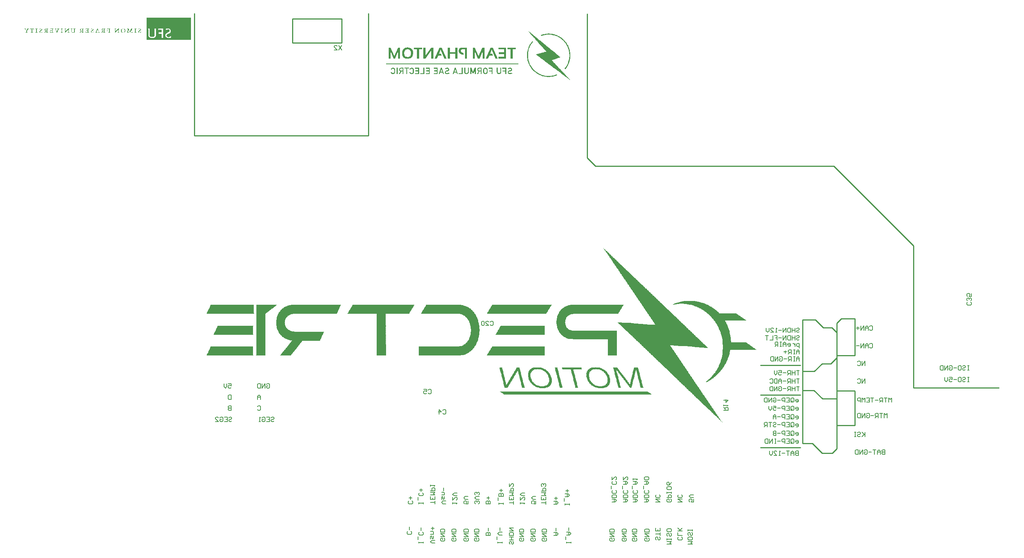
<source format=gbo>
G04*
G04 #@! TF.GenerationSoftware,Altium Limited,Altium Designer,18.1.11 (251)*
G04*
G04 Layer_Color=32896*
%FSLAX25Y25*%
%MOIN*%
G70*
G01*
G75*
%ADD13C,0.01000*%
%ADD14C,0.00787*%
G36*
X508902Y213841D02*
X508626D01*
Y213565D01*
X508350D01*
Y213014D01*
X508075D01*
Y212462D01*
X507799D01*
Y212186D01*
X507523D01*
Y211635D01*
X507248D01*
Y211359D01*
X506972D01*
Y210808D01*
X506696D01*
Y210257D01*
X506421D01*
Y209981D01*
X506145D01*
Y209430D01*
X505869D01*
Y208878D01*
X505594D01*
Y208603D01*
X505318D01*
Y208051D01*
X505042D01*
Y207500D01*
X504767D01*
Y207224D01*
X504491D01*
Y206673D01*
X504215D01*
Y206121D01*
X451284D01*
Y206397D01*
X451560D01*
Y206673D01*
X451836D01*
Y207224D01*
X452111D01*
Y207775D01*
X452387D01*
Y208051D01*
X452663D01*
Y208603D01*
X452939D01*
Y209154D01*
X453214D01*
Y209430D01*
X453490D01*
Y209981D01*
X453765D01*
Y210532D01*
X454041D01*
Y210808D01*
X454317D01*
Y211359D01*
X454593D01*
Y211911D01*
X454868D01*
Y212186D01*
X455144D01*
Y212738D01*
X455420D01*
Y213289D01*
X455695D01*
Y213565D01*
X455971D01*
Y214116D01*
X508902D01*
Y213841D01*
D02*
G37*
G36*
X244799Y206948D02*
X245075D01*
Y206121D01*
X202896D01*
Y206673D01*
X203171D01*
Y207224D01*
X203447D01*
Y208051D01*
X203723D01*
Y208603D01*
X203998D01*
Y209154D01*
X204274D01*
Y209705D01*
X204550D01*
Y209981D01*
X204825D01*
Y210532D01*
X205101D01*
Y211084D01*
X205377D01*
Y211635D01*
X205652D01*
Y212462D01*
X205928D01*
Y213014D01*
X206204D01*
Y213565D01*
X206480D01*
Y214116D01*
X244799D01*
Y206948D01*
D02*
G37*
G36*
X554941Y264290D02*
X555216D01*
Y264015D01*
X555492D01*
Y263739D01*
X555768D01*
Y263463D01*
X556043D01*
Y263187D01*
X556319D01*
Y262912D01*
X556595D01*
Y262636D01*
X556870D01*
Y262360D01*
X557146D01*
Y262085D01*
X557697D01*
Y261809D01*
X557973D01*
Y261533D01*
X558249D01*
Y261258D01*
X558524D01*
Y260982D01*
X558800D01*
Y260706D01*
X559076D01*
Y260431D01*
X559351D01*
Y260155D01*
X559627D01*
Y259879D01*
X559903D01*
Y259604D01*
X560179D01*
Y259328D01*
X560454D01*
Y259052D01*
X560730D01*
Y258776D01*
X561005D01*
Y258501D01*
X561281D01*
Y258225D01*
X561557D01*
Y257949D01*
X561833D01*
Y257674D01*
X562108D01*
Y257398D01*
X562384D01*
Y257122D01*
X562660D01*
Y256847D01*
X562935D01*
Y256571D01*
X563211D01*
Y256295D01*
X563487D01*
Y256020D01*
X564038D01*
Y255744D01*
X564314D01*
Y255468D01*
X564589D01*
Y255193D01*
X564865D01*
Y254917D01*
X565141D01*
Y254641D01*
X565416D01*
Y254366D01*
X565692D01*
Y254090D01*
X565968D01*
Y253814D01*
X566243D01*
Y253539D01*
X566519D01*
Y253263D01*
X566795D01*
Y252987D01*
X567070D01*
Y252712D01*
X567346D01*
Y252436D01*
X567622D01*
Y252160D01*
X567898D01*
Y251885D01*
X568173D01*
Y251609D01*
X568449D01*
Y251333D01*
X568725D01*
Y251058D01*
X569000D01*
Y250782D01*
X569276D01*
Y250506D01*
X569552D01*
Y250230D01*
X569827D01*
Y249955D01*
X570379D01*
Y249679D01*
X570654D01*
Y249403D01*
X570930D01*
Y249128D01*
X571206D01*
Y248852D01*
X571481D01*
Y248576D01*
X571757D01*
Y248301D01*
X572033D01*
Y248025D01*
X572308D01*
Y247749D01*
X572584D01*
Y247474D01*
X572860D01*
Y247198D01*
X573136D01*
Y246922D01*
X573411D01*
Y246647D01*
X573687D01*
Y246371D01*
X573962D01*
Y246095D01*
X574238D01*
Y245819D01*
X574514D01*
Y245544D01*
X574790D01*
Y245268D01*
X575065D01*
Y244992D01*
X575341D01*
Y244717D01*
X575617D01*
Y244441D01*
X575892D01*
Y244165D01*
X576168D01*
Y243890D01*
X576719D01*
Y243614D01*
X576995D01*
Y243338D01*
X577271D01*
Y243063D01*
X577546D01*
Y242787D01*
X577822D01*
Y242511D01*
X578098D01*
Y242236D01*
X578373D01*
Y241960D01*
X578649D01*
Y241684D01*
X578925D01*
Y241409D01*
X579201D01*
Y241133D01*
X579476D01*
Y240857D01*
X579752D01*
Y240582D01*
X580027D01*
Y240306D01*
X580303D01*
Y240030D01*
X580579D01*
Y239755D01*
X580855D01*
Y239479D01*
X581130D01*
Y239203D01*
X581406D01*
Y238928D01*
X581682D01*
Y238652D01*
X581957D01*
Y238376D01*
X582233D01*
Y238101D01*
X582509D01*
Y237825D01*
X583060D01*
Y237549D01*
X583336D01*
Y237273D01*
X583611D01*
Y236998D01*
X583887D01*
Y236722D01*
X584163D01*
Y236446D01*
X584438D01*
Y236171D01*
X584714D01*
Y235895D01*
X584990D01*
Y235619D01*
X585265D01*
Y235344D01*
X585541D01*
Y235068D01*
X585817D01*
Y234792D01*
X586093D01*
Y234517D01*
X586368D01*
Y234241D01*
X586644D01*
Y233965D01*
X586919D01*
Y233690D01*
X587195D01*
Y233414D01*
X587471D01*
Y233138D01*
X587747D01*
Y232862D01*
X588022D01*
Y232587D01*
X588298D01*
Y232311D01*
X588574D01*
Y232035D01*
X588849D01*
Y231760D01*
X589401D01*
Y231484D01*
X589676D01*
Y231208D01*
X589952D01*
Y230933D01*
X590228D01*
Y230657D01*
X590503D01*
Y230381D01*
X590779D01*
Y230106D01*
X591055D01*
Y229830D01*
X591330D01*
Y229554D01*
X591606D01*
Y229279D01*
X591882D01*
Y229003D01*
X592158D01*
Y228727D01*
X592433D01*
Y228452D01*
X592984D01*
Y228176D01*
X593260D01*
Y227900D01*
X593536D01*
Y227625D01*
X593812D01*
Y227349D01*
X594087D01*
Y227073D01*
X594363D01*
Y226798D01*
X594639D01*
Y226522D01*
X594914D01*
Y226246D01*
X595190D01*
Y225971D01*
X595466D01*
Y225695D01*
X595741D01*
Y225419D01*
X596017D01*
Y225144D01*
X596293D01*
Y224868D01*
X596568D01*
Y224592D01*
X596844D01*
Y224316D01*
X597120D01*
Y224041D01*
X597395D01*
Y223765D01*
X597671D01*
Y223489D01*
X597947D01*
Y223214D01*
X598222D01*
Y222938D01*
X598498D01*
Y222662D01*
X598774D01*
Y222387D01*
X599325D01*
Y222111D01*
X599601D01*
Y221835D01*
X599876D01*
Y221560D01*
X600152D01*
Y221284D01*
X600428D01*
Y221008D01*
X600704D01*
Y220732D01*
X600979D01*
Y220457D01*
X601255D01*
Y220181D01*
X601531D01*
Y219905D01*
X601806D01*
Y219630D01*
X602082D01*
Y219354D01*
X602358D01*
Y219078D01*
X602633D01*
Y218803D01*
X602909D01*
Y218527D01*
X603185D01*
Y218251D01*
X603460D01*
Y217976D01*
X603736D01*
Y217700D01*
X604012D01*
Y217424D01*
X604287D01*
Y217149D01*
X604563D01*
Y216873D01*
X604839D01*
Y216597D01*
X605115D01*
Y216322D01*
X605390D01*
Y216046D01*
X605941D01*
Y215770D01*
X606217D01*
Y215495D01*
X606493D01*
Y215219D01*
X606769D01*
Y214943D01*
X607044D01*
Y214668D01*
X607320D01*
Y214392D01*
X607596D01*
Y214116D01*
X607871D01*
Y213841D01*
X608147D01*
Y213565D01*
X608423D01*
Y213289D01*
X608698D01*
Y213014D01*
X608974D01*
Y212738D01*
X609250D01*
Y212462D01*
X609525D01*
Y212186D01*
X609801D01*
Y211911D01*
X610077D01*
Y211635D01*
X610352D01*
Y211359D01*
X610628D01*
Y211084D01*
X610904D01*
Y210808D01*
X611179D01*
Y210532D01*
X611455D01*
Y210257D01*
X611731D01*
Y209981D01*
X612282D01*
Y209705D01*
X612558D01*
Y209430D01*
X612834D01*
Y209154D01*
X613109D01*
Y208878D01*
X613385D01*
Y208603D01*
X613661D01*
Y208327D01*
X613936D01*
Y208051D01*
X614212D01*
Y207775D01*
X614488D01*
Y207500D01*
X614763D01*
Y207224D01*
X615039D01*
Y206948D01*
X615315D01*
Y206673D01*
X615590D01*
Y206397D01*
X615866D01*
Y206121D01*
X616142D01*
Y205846D01*
X616417D01*
Y205570D01*
X616693D01*
Y205294D01*
X616969D01*
Y205019D01*
X617244D01*
Y204743D01*
X617520D01*
Y204467D01*
X617796D01*
Y204192D01*
X618072D01*
Y203916D01*
X618623D01*
Y203640D01*
X618898D01*
Y203365D01*
X619174D01*
Y203089D01*
X619450D01*
Y202813D01*
X619726D01*
Y202538D01*
X620001D01*
Y202262D01*
X620277D01*
Y201986D01*
X620553D01*
Y201711D01*
X620828D01*
Y201435D01*
X621104D01*
Y201159D01*
X621380D01*
Y200884D01*
X621655D01*
Y200608D01*
X621931D01*
Y200332D01*
X622207D01*
Y200057D01*
X622482D01*
Y199781D01*
X622758D01*
Y199505D01*
X623034D01*
Y199229D01*
X623310D01*
Y198954D01*
X623585D01*
Y198678D01*
X623861D01*
Y198402D01*
X624136D01*
Y198127D01*
X624412D01*
Y197851D01*
X624688D01*
Y197575D01*
X625239D01*
Y197300D01*
X625515D01*
Y197024D01*
X625791D01*
Y196748D01*
X626066D01*
Y196473D01*
X626342D01*
Y196197D01*
X626618D01*
Y195921D01*
X626893D01*
Y195646D01*
X627169D01*
Y195370D01*
X627445D01*
Y195094D01*
X627720D01*
Y194818D01*
X627996D01*
Y194543D01*
X628272D01*
Y194267D01*
X628547D01*
Y193991D01*
X628823D01*
Y193716D01*
X629099D01*
Y193440D01*
X629374D01*
Y193164D01*
X629650D01*
Y192889D01*
X629926D01*
Y192613D01*
X630201D01*
Y192337D01*
X630477D01*
Y192062D01*
X630753D01*
Y191786D01*
X631029D01*
Y191510D01*
X631580D01*
Y191235D01*
X631856D01*
Y190959D01*
X632131D01*
Y190683D01*
X632407D01*
Y190408D01*
X632683D01*
Y190132D01*
X632958D01*
Y189856D01*
X633234D01*
Y189581D01*
X633510D01*
Y189305D01*
X633785D01*
Y189029D01*
X634061D01*
Y188753D01*
X634337D01*
Y188478D01*
X634612D01*
Y188202D01*
X634888D01*
Y187926D01*
X635164D01*
Y187651D01*
X635439D01*
Y187375D01*
X635715D01*
Y187100D01*
X635991D01*
Y186824D01*
X636267D01*
Y186548D01*
X636542D01*
Y186272D01*
X636818D01*
Y185997D01*
X637093D01*
Y185721D01*
X637369D01*
Y185445D01*
X637645D01*
Y185170D01*
X638196D01*
Y184894D01*
X638472D01*
Y184618D01*
X638748D01*
Y184343D01*
X639023D01*
Y184067D01*
X639299D01*
Y183791D01*
X639575D01*
Y183516D01*
X639850D01*
Y183240D01*
X640126D01*
Y182964D01*
X640402D01*
Y182689D01*
X640677D01*
Y182413D01*
X640953D01*
Y182137D01*
X641229D01*
Y181861D01*
X641504D01*
Y181586D01*
X641780D01*
Y181310D01*
X642056D01*
Y181035D01*
X642332D01*
Y180759D01*
X642607D01*
Y180483D01*
X642883D01*
Y180207D01*
X643158D01*
Y179932D01*
X643434D01*
Y179656D01*
X643710D01*
Y179380D01*
X643986D01*
Y179105D01*
X644261D01*
Y178829D01*
X644813D01*
Y178553D01*
X645088D01*
Y178278D01*
X645364D01*
Y178002D01*
X645640D01*
Y177726D01*
X645915D01*
Y177451D01*
X646191D01*
Y177175D01*
X646467D01*
Y176899D01*
X646742D01*
Y176624D01*
X647018D01*
Y176348D01*
X647294D01*
Y176072D01*
X643986D01*
Y176348D01*
X639850D01*
Y176624D01*
X635715D01*
Y176899D01*
X633510D01*
Y177175D01*
X629374D01*
Y177451D01*
X625239D01*
Y177726D01*
X621104D01*
Y178002D01*
X616969D01*
Y178278D01*
X614212D01*
Y177726D01*
X614488D01*
Y177175D01*
X614763D01*
Y176899D01*
X615039D01*
Y176348D01*
X615315D01*
Y176072D01*
X615590D01*
Y175521D01*
X615866D01*
Y175245D01*
X616142D01*
Y174694D01*
X616417D01*
Y174142D01*
X616693D01*
Y173867D01*
X616969D01*
Y173591D01*
X617244D01*
Y173040D01*
X617520D01*
Y172764D01*
X617796D01*
Y172213D01*
X618072D01*
Y171937D01*
X618347D01*
Y171386D01*
X618623D01*
Y171110D01*
X618898D01*
Y170559D01*
X619174D01*
Y170283D01*
X619450D01*
Y169731D01*
X619726D01*
Y169456D01*
X620001D01*
Y169180D01*
X620277D01*
Y168629D01*
X620553D01*
Y168353D01*
X620828D01*
Y167802D01*
X621104D01*
Y167526D01*
X621380D01*
Y166975D01*
X621655D01*
Y166699D01*
X621931D01*
Y166148D01*
X622207D01*
Y165872D01*
X622482D01*
Y165321D01*
X622758D01*
Y165045D01*
X623034D01*
Y164494D01*
X623310D01*
Y164218D01*
X623585D01*
Y163667D01*
X623861D01*
Y163391D01*
X624136D01*
Y162839D01*
X624412D01*
Y162564D01*
X624688D01*
Y162013D01*
X624964D01*
Y161737D01*
X625239D01*
Y161185D01*
X625515D01*
Y160910D01*
X625791D01*
Y160358D01*
X626066D01*
Y160083D01*
X626342D01*
Y159531D01*
X626618D01*
Y159256D01*
X626893D01*
Y158704D01*
X627169D01*
Y158429D01*
X627445D01*
Y157877D01*
X627720D01*
Y157602D01*
X627996D01*
Y157326D01*
X628272D01*
Y156774D01*
X628547D01*
Y156499D01*
X628823D01*
Y155947D01*
X629099D01*
Y155672D01*
X629374D01*
Y155120D01*
X629650D01*
Y154845D01*
X629926D01*
Y154293D01*
X630201D01*
Y153742D01*
X630477D01*
Y153466D01*
X630753D01*
Y152915D01*
X631029D01*
Y152639D01*
X631304D01*
Y152088D01*
X631580D01*
Y151812D01*
X631856D01*
Y151261D01*
X632131D01*
Y150985D01*
X632407D01*
Y150709D01*
X632683D01*
Y150158D01*
X632958D01*
Y149882D01*
X633234D01*
Y149331D01*
X633510D01*
Y149055D01*
X633785D01*
Y148504D01*
X634061D01*
Y148228D01*
X634337D01*
Y147677D01*
X634612D01*
Y147401D01*
X634888D01*
Y146850D01*
X635164D01*
Y146574D01*
X635439D01*
Y146023D01*
X635715D01*
Y145747D01*
X635991D01*
Y145196D01*
X636267D01*
Y144920D01*
X636542D01*
Y144369D01*
X636818D01*
Y144093D01*
X637093D01*
Y143542D01*
X637369D01*
Y143266D01*
X637645D01*
Y142715D01*
X637921D01*
Y142439D01*
X638196D01*
Y142163D01*
X638472D01*
Y141612D01*
X638748D01*
Y141336D01*
X639023D01*
Y140785D01*
X639299D01*
Y140509D01*
X639575D01*
Y139958D01*
X639850D01*
Y139682D01*
X640126D01*
Y139131D01*
X640402D01*
Y138855D01*
X640677D01*
Y138304D01*
X640953D01*
Y138028D01*
X641229D01*
Y137477D01*
X641504D01*
Y137201D01*
X641780D01*
Y136650D01*
X642056D01*
Y136374D01*
X642332D01*
Y135823D01*
X642607D01*
Y135547D01*
X642883D01*
Y134996D01*
X643158D01*
Y134720D01*
X643434D01*
Y134169D01*
X643710D01*
Y133893D01*
X643986D01*
Y133617D01*
X644261D01*
Y133066D01*
X644537D01*
Y132790D01*
X644813D01*
Y132239D01*
X645088D01*
Y131963D01*
X645364D01*
Y131412D01*
X645640D01*
Y131136D01*
X645915D01*
Y130585D01*
X646191D01*
Y130309D01*
X646467D01*
Y129758D01*
X646742D01*
Y129482D01*
X647018D01*
Y128931D01*
X647294D01*
Y128655D01*
X647569D01*
Y128104D01*
X647845D01*
Y127828D01*
X648121D01*
Y127277D01*
X648396D01*
Y127001D01*
X648672D01*
Y126450D01*
X648948D01*
Y126174D01*
X649224D01*
Y125898D01*
X649499D01*
Y125347D01*
X649775D01*
Y125071D01*
X650050D01*
Y124520D01*
X650326D01*
Y124244D01*
X650602D01*
Y123693D01*
X650878D01*
Y123417D01*
X651153D01*
Y122866D01*
X651429D01*
Y122590D01*
X651705D01*
Y122039D01*
X651980D01*
Y121763D01*
X652256D01*
Y121212D01*
X652532D01*
Y120936D01*
X652807D01*
Y120385D01*
X653083D01*
Y120109D01*
X653359D01*
Y119558D01*
X653634D01*
Y119282D01*
X653910D01*
Y118730D01*
X654186D01*
Y118455D01*
X654461D01*
Y117903D01*
X654737D01*
Y117628D01*
X655013D01*
Y117076D01*
X655289D01*
Y116801D01*
X655564D01*
Y116525D01*
X655840D01*
Y115974D01*
X656115D01*
Y115698D01*
X656391D01*
Y115147D01*
X656667D01*
Y114871D01*
X656943D01*
Y114320D01*
X657218D01*
Y114044D01*
X657494D01*
Y113493D01*
X657770D01*
Y113217D01*
X658045D01*
Y112665D01*
X658321D01*
Y112390D01*
X658597D01*
Y111838D01*
X658872D01*
Y111563D01*
X659148D01*
Y111011D01*
X659424D01*
Y110736D01*
X659699D01*
Y110460D01*
X659975D01*
Y110184D01*
X660251D01*
Y109909D01*
X659975D01*
Y110184D01*
X659699D01*
Y110460D01*
X659424D01*
Y110736D01*
X659148D01*
Y111011D01*
X658872D01*
Y111287D01*
X658597D01*
Y111563D01*
X658321D01*
Y111838D01*
X658045D01*
Y112114D01*
X657770D01*
Y112390D01*
X657494D01*
Y112665D01*
X657218D01*
Y112941D01*
X656943D01*
Y113217D01*
X656667D01*
Y113493D01*
X656391D01*
Y113768D01*
X656115D01*
Y114044D01*
X655840D01*
Y114320D01*
X655564D01*
Y114595D01*
X655289D01*
Y114871D01*
X655013D01*
Y115147D01*
X654737D01*
Y115422D01*
X654461D01*
Y115698D01*
X654186D01*
Y115974D01*
X653634D01*
Y116249D01*
X653359D01*
Y116525D01*
X653083D01*
Y116801D01*
X652807D01*
Y117076D01*
X652532D01*
Y117352D01*
X652256D01*
Y117628D01*
X651980D01*
Y117903D01*
X651705D01*
Y118179D01*
X651429D01*
Y118455D01*
X651153D01*
Y118730D01*
X650878D01*
Y119006D01*
X650602D01*
Y119282D01*
X650326D01*
Y119558D01*
X650050D01*
Y119833D01*
X649775D01*
Y120109D01*
X649499D01*
Y120385D01*
X649224D01*
Y120660D01*
X648948D01*
Y120936D01*
X648672D01*
Y121212D01*
X648121D01*
Y121487D01*
X647845D01*
Y121763D01*
X647569D01*
Y122039D01*
X647294D01*
Y122314D01*
X647018D01*
Y122590D01*
X646742D01*
Y122866D01*
X646467D01*
Y123141D01*
X646191D01*
Y123417D01*
X645915D01*
Y123693D01*
X645640D01*
Y123969D01*
X645364D01*
Y124244D01*
X645088D01*
Y124520D01*
X644813D01*
Y124795D01*
X644537D01*
Y125071D01*
X643986D01*
Y125347D01*
X643710D01*
Y125623D01*
X643434D01*
Y125898D01*
X643158D01*
Y126174D01*
X642883D01*
Y126450D01*
X642607D01*
Y126725D01*
X642332D01*
Y127001D01*
X642056D01*
Y127277D01*
X641780D01*
Y127552D01*
X641504D01*
Y127828D01*
X641229D01*
Y128104D01*
X640953D01*
Y128379D01*
X640677D01*
Y128655D01*
X640402D01*
Y128931D01*
X640126D01*
Y129206D01*
X639850D01*
Y129482D01*
X639575D01*
Y129758D01*
X639299D01*
Y130033D01*
X639023D01*
Y130309D01*
X638748D01*
Y130585D01*
X638472D01*
Y130860D01*
X638196D01*
Y131136D01*
X637645D01*
Y131412D01*
X637369D01*
Y131687D01*
X637093D01*
Y131963D01*
X636818D01*
Y132239D01*
X636542D01*
Y132515D01*
X636267D01*
Y132790D01*
X635991D01*
Y133066D01*
X635715D01*
Y133342D01*
X635439D01*
Y133617D01*
X635164D01*
Y133893D01*
X634888D01*
Y134169D01*
X634612D01*
Y134444D01*
X634337D01*
Y134720D01*
X634061D01*
Y134996D01*
X633785D01*
Y135271D01*
X633510D01*
Y135547D01*
X633234D01*
Y135823D01*
X632958D01*
Y136098D01*
X632683D01*
Y136374D01*
X632407D01*
Y136650D01*
X632131D01*
Y136925D01*
X631856D01*
Y137201D01*
X631580D01*
Y137477D01*
X631029D01*
Y137752D01*
X630753D01*
Y138028D01*
X630477D01*
Y138304D01*
X630201D01*
Y138580D01*
X629926D01*
Y138855D01*
X629650D01*
Y139131D01*
X629374D01*
Y139407D01*
X629099D01*
Y139682D01*
X628823D01*
Y139958D01*
X628547D01*
Y140234D01*
X628272D01*
Y140509D01*
X627996D01*
Y140785D01*
X627720D01*
Y141061D01*
X627445D01*
Y141336D01*
X627169D01*
Y141612D01*
X626893D01*
Y141888D01*
X626618D01*
Y142163D01*
X626342D01*
Y142439D01*
X626066D01*
Y142715D01*
X625791D01*
Y142991D01*
X625515D01*
Y143266D01*
X624964D01*
Y143542D01*
X624688D01*
Y143817D01*
X624412D01*
Y144093D01*
X624136D01*
Y144369D01*
X623861D01*
Y144644D01*
X623585D01*
Y144920D01*
X623310D01*
Y145196D01*
X623034D01*
Y145472D01*
X622758D01*
Y145747D01*
X622482D01*
Y146023D01*
X622207D01*
Y146299D01*
X621931D01*
Y146574D01*
X621655D01*
Y146850D01*
X621380D01*
Y147126D01*
X621104D01*
Y147401D01*
X620828D01*
Y147677D01*
X620553D01*
Y147953D01*
X620277D01*
Y148228D01*
X620001D01*
Y148504D01*
X619726D01*
Y148780D01*
X619450D01*
Y149055D01*
X619174D01*
Y149331D01*
X618898D01*
Y149607D01*
X618347D01*
Y149882D01*
X618072D01*
Y150158D01*
X617796D01*
Y150434D01*
X617520D01*
Y150709D01*
X617244D01*
Y150985D01*
X616969D01*
Y151261D01*
X616693D01*
Y151537D01*
X616417D01*
Y151812D01*
X616142D01*
Y152088D01*
X615866D01*
Y152364D01*
X615590D01*
Y152639D01*
X615315D01*
Y152915D01*
X615039D01*
Y153191D01*
X614763D01*
Y153466D01*
X614488D01*
Y153742D01*
X614212D01*
Y154018D01*
X613936D01*
Y154293D01*
X613661D01*
Y154569D01*
X613385D01*
Y154845D01*
X613109D01*
Y155120D01*
X612834D01*
Y155396D01*
X612558D01*
Y155672D01*
X612282D01*
Y155947D01*
X612007D01*
Y156223D01*
X611731D01*
Y156499D01*
X611455D01*
Y156774D01*
X611179D01*
Y157050D01*
X610904D01*
Y157326D01*
X610628D01*
Y157602D01*
X610352D01*
Y157877D01*
X609801D01*
Y158153D01*
X609525D01*
Y158429D01*
X609250D01*
Y158704D01*
X608974D01*
Y158980D01*
X608698D01*
Y159256D01*
X608423D01*
Y159531D01*
X608147D01*
Y159807D01*
X607871D01*
Y160083D01*
X607596D01*
Y160358D01*
X607320D01*
Y160634D01*
X607044D01*
Y160910D01*
X606769D01*
Y161185D01*
X606493D01*
Y161461D01*
X606217D01*
Y161737D01*
X605941D01*
Y162013D01*
X605666D01*
Y162288D01*
X605390D01*
Y162564D01*
X605115D01*
Y162839D01*
X604839D01*
Y163115D01*
X604563D01*
Y163391D01*
X604287D01*
Y163667D01*
X603736D01*
Y163942D01*
X603460D01*
Y164218D01*
X603185D01*
Y164494D01*
X602909D01*
Y164769D01*
X602633D01*
Y165045D01*
X602358D01*
Y165321D01*
X602082D01*
Y165596D01*
X601806D01*
Y165872D01*
X601531D01*
Y166148D01*
X601255D01*
Y166423D01*
X600979D01*
Y166699D01*
X600704D01*
Y166975D01*
X600428D01*
Y167250D01*
X600152D01*
Y167526D01*
X599876D01*
Y167802D01*
X599601D01*
Y168077D01*
X599325D01*
Y168353D01*
X599050D01*
Y168629D01*
X598774D01*
Y168904D01*
X598498D01*
Y169180D01*
X598222D01*
Y169456D01*
X597947D01*
Y169731D01*
X597395D01*
Y170007D01*
X597120D01*
Y170283D01*
X596844D01*
Y170559D01*
X596568D01*
Y170834D01*
X596293D01*
Y171110D01*
X596017D01*
Y171386D01*
X595741D01*
Y171661D01*
X595466D01*
Y171937D01*
X595190D01*
Y172213D01*
X594914D01*
Y172488D01*
X594639D01*
Y172764D01*
X594363D01*
Y173040D01*
X594087D01*
Y173315D01*
X593812D01*
Y173591D01*
X593536D01*
Y173867D01*
X593260D01*
Y174142D01*
X592984D01*
Y174418D01*
X592709D01*
Y174694D01*
X592433D01*
Y174969D01*
X592158D01*
Y175245D01*
X591882D01*
Y175521D01*
X591606D01*
Y175796D01*
X591055D01*
Y176072D01*
X590779D01*
Y176348D01*
X590503D01*
Y176624D01*
X590228D01*
Y176899D01*
X589952D01*
Y177175D01*
X589676D01*
Y177451D01*
X589401D01*
Y177726D01*
X589125D01*
Y178002D01*
X588849D01*
Y178278D01*
X588574D01*
Y178553D01*
X588298D01*
Y178829D01*
X588022D01*
Y179105D01*
X587747D01*
Y179380D01*
X587471D01*
Y179656D01*
X587195D01*
Y179932D01*
X586919D01*
Y180207D01*
X586644D01*
Y180483D01*
X586368D01*
Y180759D01*
X586093D01*
Y181035D01*
X585817D01*
Y181310D01*
X585541D01*
Y181586D01*
X585265D01*
Y181861D01*
X584714D01*
Y182137D01*
X584438D01*
Y182413D01*
X584163D01*
Y182689D01*
X583887D01*
Y182964D01*
X583611D01*
Y183240D01*
X583336D01*
Y183516D01*
X583060D01*
Y183791D01*
X582784D01*
Y184067D01*
X582509D01*
Y184343D01*
X582233D01*
Y184618D01*
X581957D01*
Y184894D01*
X581406D01*
Y185445D01*
X581130D01*
Y185721D01*
X580855D01*
Y185997D01*
X580579D01*
Y186272D01*
X580303D01*
Y186548D01*
X580027D01*
Y186824D01*
X579476D01*
Y187100D01*
X579201D01*
Y187375D01*
X578925D01*
Y187651D01*
X578649D01*
Y187926D01*
X578373D01*
Y188202D01*
X578098D01*
Y188478D01*
X577822D01*
Y188753D01*
X577546D01*
Y189029D01*
X577271D01*
Y189305D01*
X576995D01*
Y189581D01*
X576719D01*
Y189856D01*
X576444D01*
Y190132D01*
X576168D01*
Y190408D01*
X575892D01*
Y190683D01*
X575617D01*
Y190959D01*
X575065D01*
Y191235D01*
X574790D01*
Y191510D01*
X574514D01*
Y191786D01*
X574238D01*
Y192062D01*
X573962D01*
Y192337D01*
X573687D01*
Y192613D01*
X573411D01*
Y192889D01*
X573136D01*
Y193164D01*
X572860D01*
Y193440D01*
X572584D01*
Y193716D01*
X572308D01*
Y193991D01*
X572033D01*
Y194267D01*
X571757D01*
Y194543D01*
X571481D01*
Y194818D01*
X571206D01*
Y195094D01*
X570930D01*
Y195370D01*
X570654D01*
Y195646D01*
X570379D01*
Y195921D01*
X570103D01*
Y196197D01*
X569827D01*
Y196473D01*
X569552D01*
Y196748D01*
X569276D01*
Y197024D01*
X568725D01*
Y197300D01*
X568449D01*
Y197575D01*
X568173D01*
Y197851D01*
X567898D01*
Y198127D01*
X567622D01*
Y198402D01*
X567346D01*
Y198678D01*
X571206D01*
Y198402D01*
X575341D01*
Y198127D01*
X579476D01*
Y197851D01*
X581682D01*
Y197575D01*
X585817D01*
Y197300D01*
X589952D01*
Y197024D01*
X593812D01*
Y196748D01*
X597947D01*
Y196473D01*
X600704D01*
Y197024D01*
X600428D01*
Y197300D01*
X600152D01*
Y197851D01*
X599876D01*
Y198127D01*
X599601D01*
Y198678D01*
X599325D01*
Y198954D01*
X599050D01*
Y199229D01*
X598774D01*
Y199781D01*
X598498D01*
Y200057D01*
X598222D01*
Y200608D01*
X597947D01*
Y200884D01*
X597671D01*
Y201435D01*
X597395D01*
Y201711D01*
X597120D01*
Y202262D01*
X596844D01*
Y202813D01*
X596568D01*
Y203089D01*
X596293D01*
Y203365D01*
X596017D01*
Y203916D01*
X595741D01*
Y204192D01*
X595466D01*
Y204743D01*
X595190D01*
Y205019D01*
X594914D01*
Y205570D01*
X594639D01*
Y205846D01*
X594363D01*
Y206397D01*
X594087D01*
Y206673D01*
X593812D01*
Y207224D01*
X593536D01*
Y207500D01*
X593260D01*
Y208051D01*
X592984D01*
Y208327D01*
X592709D01*
Y208603D01*
X592433D01*
Y209154D01*
X592158D01*
Y209430D01*
X591882D01*
Y209981D01*
X591606D01*
Y210257D01*
X591330D01*
Y210808D01*
X591055D01*
Y211084D01*
X590779D01*
Y211635D01*
X590503D01*
Y212186D01*
X590228D01*
Y212462D01*
X589952D01*
Y212738D01*
X589676D01*
Y213289D01*
X589401D01*
Y213565D01*
X589125D01*
Y214116D01*
X588849D01*
Y214392D01*
X588574D01*
Y214943D01*
X588298D01*
Y215219D01*
X588022D01*
Y215770D01*
X587747D01*
Y216046D01*
X587471D01*
Y216597D01*
X587195D01*
Y216873D01*
X586919D01*
Y217424D01*
X586644D01*
Y217700D01*
X586368D01*
Y217976D01*
X586093D01*
Y218527D01*
X585817D01*
Y218803D01*
X585541D01*
Y219354D01*
X585265D01*
Y219630D01*
X584990D01*
Y220181D01*
X584714D01*
Y220457D01*
X584438D01*
Y221008D01*
X584163D01*
Y221560D01*
X583887D01*
Y221835D01*
X583611D01*
Y222387D01*
X583336D01*
Y222662D01*
X583060D01*
Y222938D01*
X582784D01*
Y223489D01*
X582509D01*
Y223765D01*
X582233D01*
Y224316D01*
X581957D01*
Y224592D01*
X581682D01*
Y225144D01*
X581406D01*
Y225419D01*
X581130D01*
Y225971D01*
X580855D01*
Y226246D01*
X580579D01*
Y226798D01*
X580303D01*
Y227073D01*
X580027D01*
Y227625D01*
X579752D01*
Y227900D01*
X579476D01*
Y228176D01*
X579201D01*
Y228727D01*
X578925D01*
Y229003D01*
X578649D01*
Y229554D01*
X578373D01*
Y229830D01*
X578098D01*
Y230381D01*
X577822D01*
Y230933D01*
X577546D01*
Y231208D01*
X577271D01*
Y231760D01*
X576995D01*
Y232035D01*
X576719D01*
Y232311D01*
X576444D01*
Y232587D01*
X576168D01*
Y233138D01*
X575892D01*
Y233690D01*
X575617D01*
Y233965D01*
X575341D01*
Y234517D01*
X575065D01*
Y234792D01*
X574790D01*
Y235344D01*
X574514D01*
Y235619D01*
X574238D01*
Y236171D01*
X573962D01*
Y236446D01*
X573687D01*
Y236722D01*
X573411D01*
Y237273D01*
X573136D01*
Y237549D01*
X572860D01*
Y238101D01*
X572584D01*
Y238376D01*
X572308D01*
Y238928D01*
X572033D01*
Y239203D01*
X571757D01*
Y239755D01*
X571481D01*
Y240030D01*
X571206D01*
Y240582D01*
X570930D01*
Y241133D01*
X570379D01*
Y241684D01*
X570103D01*
Y241960D01*
X569827D01*
Y242511D01*
X569552D01*
Y243063D01*
X569276D01*
Y243338D01*
X569000D01*
Y243890D01*
X568725D01*
Y244165D01*
X568449D01*
Y244717D01*
X568173D01*
Y244992D01*
X567898D01*
Y245544D01*
X567622D01*
Y245819D01*
X567346D01*
Y246095D01*
X567070D01*
Y246647D01*
X566795D01*
Y246922D01*
X566519D01*
Y247474D01*
X566243D01*
Y247749D01*
X565968D01*
Y248301D01*
X565692D01*
Y248576D01*
X565416D01*
Y249128D01*
X565141D01*
Y249403D01*
X564865D01*
Y249679D01*
X564589D01*
Y250230D01*
X564314D01*
Y250506D01*
X564038D01*
Y251058D01*
X563762D01*
Y251333D01*
X563487D01*
Y251885D01*
X563211D01*
Y252160D01*
X562935D01*
Y252712D01*
X562660D01*
Y253263D01*
X562384D01*
Y253539D01*
X562108D01*
Y254090D01*
X561557D01*
Y254641D01*
X561281D01*
Y255193D01*
X561005D01*
Y255468D01*
X560730D01*
Y256020D01*
X560454D01*
Y256295D01*
X560179D01*
Y256847D01*
X559903D01*
Y257122D01*
X559627D01*
Y257674D01*
X559351D01*
Y257949D01*
X559076D01*
Y258501D01*
X558800D01*
Y258776D01*
X558524D01*
Y259052D01*
X558249D01*
Y259604D01*
X557973D01*
Y259879D01*
X557697D01*
Y260431D01*
X557422D01*
Y260706D01*
X557146D01*
Y261258D01*
X556870D01*
Y261533D01*
X556595D01*
Y262085D01*
X556319D01*
Y262360D01*
X556043D01*
Y262636D01*
X555768D01*
Y263187D01*
X555492D01*
Y263463D01*
X555216D01*
Y264015D01*
X554941D01*
Y264290D01*
X554665D01*
Y264566D01*
X554941D01*
Y264290D01*
D02*
G37*
G36*
X502837Y187651D02*
X459003D01*
Y187926D01*
X459279D01*
Y188202D01*
X459555D01*
Y188753D01*
X459831D01*
Y189029D01*
X460106D01*
Y189581D01*
X460382D01*
Y190132D01*
X460658D01*
Y190408D01*
X460933D01*
Y190959D01*
X461209D01*
Y191510D01*
X461485D01*
Y191786D01*
X461760D01*
Y192337D01*
X462036D01*
Y192613D01*
X462312D01*
Y193440D01*
X462587D01*
Y193716D01*
X462863D01*
Y194267D01*
X463139D01*
Y194818D01*
X463414D01*
Y195094D01*
X463690D01*
Y195646D01*
X502837D01*
Y187651D01*
D02*
G37*
G36*
X244248Y195370D02*
X243972D01*
Y187926D01*
X244248D01*
Y187651D01*
X208961D01*
Y187926D01*
X209236D01*
Y188478D01*
X209512D01*
Y189029D01*
X209788D01*
Y189581D01*
X210063D01*
Y190132D01*
X210339D01*
Y190683D01*
X210615D01*
Y191235D01*
X210890D01*
Y191786D01*
X211166D01*
Y192337D01*
X211442D01*
Y193164D01*
X211718D01*
Y193716D01*
X211993D01*
Y194267D01*
X212269D01*
Y194818D01*
X212544D01*
Y195370D01*
X212820D01*
Y195646D01*
X244248D01*
Y195370D01*
D02*
G37*
G36*
X572584Y213841D02*
X572308D01*
Y213289D01*
X572033D01*
Y213014D01*
X571757D01*
Y212462D01*
X571481D01*
Y211911D01*
X571206D01*
Y211635D01*
X570930D01*
Y211084D01*
X570654D01*
Y210532D01*
X570379D01*
Y210257D01*
X570103D01*
Y209705D01*
X569827D01*
Y209154D01*
X569552D01*
Y208878D01*
X569276D01*
Y208327D01*
X569000D01*
Y207775D01*
X568725D01*
Y207500D01*
X568449D01*
Y206948D01*
X568173D01*
Y206397D01*
X567898D01*
Y206121D01*
X527924D01*
Y205846D01*
X525994D01*
Y205570D01*
X525167D01*
Y205294D01*
X524616D01*
Y205019D01*
X524064D01*
Y204743D01*
X523788D01*
Y204467D01*
X523237D01*
Y204192D01*
X522962D01*
Y203916D01*
X522686D01*
Y203640D01*
X522410D01*
Y203089D01*
X522134D01*
Y202813D01*
X521859D01*
Y202262D01*
X521583D01*
Y201711D01*
X521307D01*
Y200884D01*
X521032D01*
Y198954D01*
X520756D01*
Y198127D01*
X521032D01*
Y196473D01*
X521307D01*
Y195646D01*
X521583D01*
Y195094D01*
X521859D01*
Y194543D01*
X522134D01*
Y193991D01*
X522410D01*
Y193716D01*
X522686D01*
Y193440D01*
X522962D01*
Y193164D01*
X523237D01*
Y192889D01*
X523513D01*
Y192613D01*
X524064D01*
Y192337D01*
X524340D01*
Y192062D01*
X524891D01*
Y191786D01*
X525718D01*
Y191510D01*
X526821D01*
Y191235D01*
X566795D01*
Y169180D01*
X558800D01*
Y183516D01*
X527648D01*
Y183791D01*
X524616D01*
Y184067D01*
X523513D01*
Y184343D01*
X522410D01*
Y184618D01*
X521859D01*
Y184894D01*
X521307D01*
Y185170D01*
X520756D01*
Y185445D01*
X520205D01*
Y185721D01*
X519653D01*
Y185997D01*
X519378D01*
Y186272D01*
X519102D01*
Y186548D01*
X518551D01*
Y186824D01*
X518275D01*
Y187100D01*
X517999D01*
Y187375D01*
X517724D01*
Y187651D01*
X517448D01*
Y187926D01*
X517172D01*
Y188202D01*
X516896D01*
Y188478D01*
X516621D01*
Y188753D01*
X516345D01*
Y189305D01*
X516070D01*
Y189581D01*
X515794D01*
Y189856D01*
X515518D01*
Y190408D01*
X515242D01*
Y190959D01*
X514967D01*
Y191510D01*
X514691D01*
Y192062D01*
X514415D01*
Y192889D01*
X514140D01*
Y193440D01*
X513864D01*
Y194543D01*
X513588D01*
Y195646D01*
X513313D01*
Y196473D01*
X513037D01*
Y196748D01*
X513313D01*
Y197300D01*
X513037D01*
Y200332D01*
X513313D01*
Y202262D01*
X513588D01*
Y203365D01*
X513864D01*
Y204192D01*
X514140D01*
Y205019D01*
X514415D01*
Y205570D01*
X514691D01*
Y206397D01*
X514967D01*
Y206673D01*
X515242D01*
Y207500D01*
X515518D01*
Y207775D01*
X515794D01*
Y208327D01*
X516070D01*
Y208603D01*
X516345D01*
Y208878D01*
X516621D01*
Y209430D01*
X516896D01*
Y209705D01*
X517172D01*
Y209981D01*
X517448D01*
Y210257D01*
X517724D01*
Y210532D01*
X517999D01*
Y210808D01*
X518551D01*
Y211084D01*
X518826D01*
Y211359D01*
X519102D01*
Y211635D01*
X519653D01*
Y211911D01*
X519929D01*
Y212186D01*
X520480D01*
Y212462D01*
X520756D01*
Y212738D01*
X521307D01*
Y213014D01*
X522134D01*
Y213289D01*
X522962D01*
Y213565D01*
X523788D01*
Y213841D01*
X525443D01*
Y214116D01*
X572584D01*
Y213841D01*
D02*
G37*
G36*
X502837Y169180D02*
X451284D01*
Y169456D01*
X451560D01*
Y169731D01*
X451836D01*
Y170283D01*
X452111D01*
Y170834D01*
X452387D01*
Y171110D01*
X452663D01*
Y171661D01*
X452939D01*
Y172213D01*
X453214D01*
Y172488D01*
X453490D01*
Y173040D01*
X453765D01*
Y173591D01*
X454041D01*
Y173867D01*
X454317D01*
Y174418D01*
X454593D01*
Y174969D01*
X454868D01*
Y175245D01*
X455144D01*
Y175796D01*
X455420D01*
Y176072D01*
X455695D01*
Y176624D01*
X455971D01*
Y177175D01*
X502837D01*
Y169180D01*
D02*
G37*
G36*
X428679Y213841D02*
X430333D01*
Y213565D01*
X431160D01*
Y213289D01*
X432262D01*
Y213014D01*
X433089D01*
Y212738D01*
X433641D01*
Y212462D01*
X434192D01*
Y212186D01*
X434743D01*
Y211911D01*
X435295D01*
Y211635D01*
X435846D01*
Y211359D01*
X436122D01*
Y211084D01*
X436398D01*
Y210808D01*
X436949D01*
Y210532D01*
X437225D01*
Y210257D01*
X437500D01*
Y209981D01*
X437776D01*
Y209705D01*
X438052D01*
Y209430D01*
X438327D01*
Y209154D01*
X438603D01*
Y208878D01*
X438879D01*
Y208603D01*
X439154D01*
Y208327D01*
X439430D01*
Y208051D01*
X439706D01*
Y207775D01*
X439982D01*
Y207224D01*
X440257D01*
Y206948D01*
X440533D01*
Y206397D01*
X440808D01*
Y206121D01*
X441084D01*
Y205846D01*
X441360D01*
Y205294D01*
X441636D01*
Y204743D01*
X441911D01*
Y204192D01*
X442187D01*
Y203640D01*
X442463D01*
Y203089D01*
X442738D01*
Y202538D01*
X443014D01*
Y201711D01*
X443290D01*
Y200884D01*
X443565D01*
Y200057D01*
X443841D01*
Y198954D01*
X444117D01*
Y197851D01*
X444392D01*
Y196197D01*
X444668D01*
Y194818D01*
X444944D01*
Y194543D01*
X444668D01*
Y192889D01*
X444944D01*
Y190683D01*
X444668D01*
Y187375D01*
X444392D01*
Y185721D01*
X444117D01*
Y184618D01*
X443841D01*
Y183516D01*
X443565D01*
Y182689D01*
X443290D01*
Y181861D01*
X443014D01*
Y181310D01*
X442738D01*
Y180759D01*
X442463D01*
Y179932D01*
X442187D01*
Y179380D01*
X441911D01*
Y178829D01*
X441636D01*
Y178278D01*
X441360D01*
Y178002D01*
X441084D01*
Y177451D01*
X440808D01*
Y177175D01*
X440533D01*
Y176624D01*
X440257D01*
Y176348D01*
X439982D01*
Y176072D01*
X439706D01*
Y175521D01*
X439430D01*
Y175245D01*
X439154D01*
Y174969D01*
X438879D01*
Y174418D01*
X438603D01*
Y174142D01*
X438327D01*
Y173867D01*
X437776D01*
Y173591D01*
X437500D01*
Y173315D01*
X437225D01*
Y173040D01*
X436949D01*
Y172764D01*
X436398D01*
Y172488D01*
X436122D01*
Y172213D01*
X435846D01*
Y171937D01*
X435295D01*
Y171661D01*
X434743D01*
Y171386D01*
X434468D01*
Y171110D01*
X433917D01*
Y170834D01*
X433365D01*
Y170559D01*
X432814D01*
Y170283D01*
X432262D01*
Y170007D01*
X431160D01*
Y169731D01*
X430057D01*
Y169456D01*
X428403D01*
Y169180D01*
X390910D01*
Y177175D01*
X427024D01*
Y177451D01*
X428403D01*
Y177726D01*
X429230D01*
Y178002D01*
X430057D01*
Y178278D01*
X430608D01*
Y178553D01*
X430884D01*
Y178829D01*
X431435D01*
Y179105D01*
X431711D01*
Y179380D01*
X432262D01*
Y179656D01*
X432538D01*
Y179932D01*
X432814D01*
Y180207D01*
X433089D01*
Y180483D01*
X433365D01*
Y180759D01*
X433641D01*
Y181035D01*
X433917D01*
Y181310D01*
X434192D01*
Y181861D01*
X434468D01*
Y182137D01*
X434743D01*
Y182689D01*
X435019D01*
Y182964D01*
X435295D01*
Y183516D01*
X435571D01*
Y184067D01*
X435846D01*
Y184894D01*
X436122D01*
Y185445D01*
X436398D01*
Y186548D01*
X436673D01*
Y187651D01*
X436949D01*
Y190408D01*
X437225D01*
Y192889D01*
X436949D01*
Y195370D01*
X436673D01*
Y196748D01*
X436398D01*
Y197851D01*
X436122D01*
Y198678D01*
X435846D01*
Y199229D01*
X435571D01*
Y199781D01*
X435295D01*
Y200332D01*
X435019D01*
Y200608D01*
X434743D01*
Y201159D01*
X434468D01*
Y201435D01*
X434192D01*
Y201986D01*
X433917D01*
Y202262D01*
X433641D01*
Y202538D01*
X433365D01*
Y202813D01*
X433089D01*
Y203089D01*
X432814D01*
Y203365D01*
X432538D01*
Y203640D01*
X432262D01*
Y203916D01*
X431987D01*
Y204192D01*
X431711D01*
Y204467D01*
X431435D01*
Y204743D01*
X430884D01*
Y205019D01*
X430333D01*
Y205294D01*
X429781D01*
Y205570D01*
X428954D01*
Y205846D01*
X427851D01*
Y206121D01*
X392840D01*
Y206397D01*
X393116D01*
Y206673D01*
X393391D01*
Y207224D01*
X393667D01*
Y207775D01*
X393943D01*
Y208327D01*
X394218D01*
Y208603D01*
X394494D01*
Y209154D01*
X394770D01*
Y209705D01*
X395045D01*
Y209981D01*
X395321D01*
Y210532D01*
X395597D01*
Y210808D01*
X395872D01*
Y211359D01*
X396148D01*
Y211911D01*
X396424D01*
Y212186D01*
X396700D01*
Y212738D01*
X396975D01*
Y213289D01*
X397251D01*
Y213565D01*
X397527D01*
Y214116D01*
X428679D01*
Y213841D01*
D02*
G37*
G36*
X387051Y213565D02*
X386775D01*
Y213289D01*
X386499D01*
Y212738D01*
X386224D01*
Y212186D01*
X385948D01*
Y211911D01*
X385672D01*
Y211359D01*
X385397D01*
Y210808D01*
X385121D01*
Y210532D01*
X384845D01*
Y209981D01*
X384570D01*
Y209705D01*
X384294D01*
Y209154D01*
X384018D01*
Y208603D01*
X383742D01*
Y208327D01*
X383467D01*
Y207775D01*
X383191D01*
Y207224D01*
X382915D01*
Y206948D01*
X382640D01*
Y206397D01*
X382364D01*
Y206121D01*
X361688D01*
Y195921D01*
X361964D01*
Y195370D01*
X361688D01*
Y194818D01*
X361964D01*
Y194543D01*
X361688D01*
Y193716D01*
X361964D01*
Y193440D01*
X361688D01*
Y192889D01*
X361964D01*
Y192613D01*
X361688D01*
Y192062D01*
X361964D01*
Y191786D01*
X361688D01*
Y191235D01*
X361964D01*
Y190959D01*
X361688D01*
Y190408D01*
X361964D01*
Y190132D01*
X361688D01*
Y189581D01*
X361964D01*
Y189305D01*
X361688D01*
Y188753D01*
X361964D01*
Y188478D01*
X361688D01*
Y187651D01*
X361964D01*
Y186824D01*
X361688D01*
Y186272D01*
X361964D01*
Y185997D01*
X361688D01*
Y185445D01*
X361964D01*
Y185170D01*
X361688D01*
Y184618D01*
X361964D01*
Y184343D01*
X361688D01*
Y183791D01*
X361964D01*
Y183516D01*
X361688D01*
Y182964D01*
X361964D01*
Y182689D01*
X361688D01*
Y182137D01*
X361964D01*
Y181861D01*
X361688D01*
Y181310D01*
X361964D01*
Y181035D01*
X361688D01*
Y180207D01*
X361964D01*
Y179932D01*
X361688D01*
Y179380D01*
X361964D01*
Y169180D01*
X353693D01*
Y206121D01*
X327779D01*
Y206673D01*
X328055D01*
Y206948D01*
X328331D01*
Y207224D01*
X328606D01*
Y208051D01*
X328882D01*
Y208327D01*
X329158D01*
Y208878D01*
X329433D01*
Y209430D01*
X329709D01*
Y209705D01*
X329985D01*
Y210257D01*
X330260D01*
Y210532D01*
X330536D01*
Y211084D01*
X330812D01*
Y211635D01*
X331087D01*
Y211911D01*
X331363D01*
Y212462D01*
X331639D01*
Y213014D01*
X331914D01*
Y213289D01*
X332190D01*
Y213841D01*
X332466D01*
Y214116D01*
X387051D01*
Y213565D01*
D02*
G37*
G36*
X321990Y213841D02*
X321714D01*
Y213289D01*
X321439D01*
Y212462D01*
X321163D01*
Y211911D01*
X320887D01*
Y211359D01*
X320612D01*
Y210808D01*
X320336D01*
Y210257D01*
X320060D01*
Y209430D01*
X319784D01*
Y208878D01*
X319509D01*
Y208327D01*
X319233D01*
Y207775D01*
X318957D01*
Y207224D01*
X318682D01*
Y206673D01*
X318406D01*
Y206121D01*
X279259D01*
Y205846D01*
X277881D01*
Y205570D01*
X277054D01*
Y205294D01*
X276502D01*
Y205019D01*
X275951D01*
Y204743D01*
X275676D01*
Y204467D01*
X275124D01*
Y204192D01*
X274849D01*
Y203916D01*
X274573D01*
Y203640D01*
X274297D01*
Y203365D01*
X274021D01*
Y203089D01*
X273746D01*
Y202538D01*
X273470D01*
Y202262D01*
X273194D01*
Y201711D01*
X272919D01*
Y201435D01*
X272643D01*
Y200608D01*
X272367D01*
Y198678D01*
X272092D01*
Y198127D01*
X272367D01*
Y196197D01*
X272643D01*
Y195370D01*
X272919D01*
Y194818D01*
X273194D01*
Y194543D01*
X273470D01*
Y193991D01*
X273746D01*
Y193716D01*
X274021D01*
Y193164D01*
X274297D01*
Y192889D01*
X274573D01*
Y192613D01*
X275124D01*
Y192337D01*
X275400D01*
Y192062D01*
X275676D01*
Y191786D01*
X276227D01*
Y191510D01*
X276778D01*
Y191235D01*
X277330D01*
Y190959D01*
X278432D01*
Y190683D01*
X280638D01*
Y190408D01*
X307103D01*
Y189856D01*
X306827D01*
Y189305D01*
X306552D01*
Y188753D01*
X306276D01*
Y188202D01*
X306000D01*
Y187651D01*
X305725D01*
Y187100D01*
X305449D01*
Y186548D01*
X305173D01*
Y185997D01*
X304898D01*
Y185445D01*
X304622D01*
Y184618D01*
X304346D01*
Y184067D01*
X304071D01*
Y183516D01*
X303795D01*
Y182689D01*
X303519D01*
Y182413D01*
X288081D01*
Y182137D01*
X287806D01*
Y181861D01*
X287530D01*
Y181586D01*
X287254D01*
Y181310D01*
X286978D01*
Y180759D01*
X286703D01*
Y180483D01*
X286427D01*
Y180207D01*
X286151D01*
Y179932D01*
X285876D01*
Y179380D01*
X285600D01*
Y179105D01*
X285324D01*
Y178829D01*
X285049D01*
Y178278D01*
X284497D01*
Y177726D01*
X284222D01*
Y177451D01*
X283946D01*
Y176899D01*
X283395D01*
Y176348D01*
X283119D01*
Y176072D01*
X282843D01*
Y175521D01*
X282568D01*
Y175245D01*
X282292D01*
Y174969D01*
X282016D01*
Y174694D01*
X281740D01*
Y174142D01*
X281465D01*
Y173867D01*
X281189D01*
Y173591D01*
X280913D01*
Y173315D01*
X280638D01*
Y173040D01*
X280362D01*
Y172488D01*
X280086D01*
Y172213D01*
X279811D01*
Y171937D01*
X279535D01*
Y171661D01*
X279259D01*
Y171110D01*
X278984D01*
Y170834D01*
X278708D01*
Y170559D01*
X278432D01*
Y170283D01*
X278157D01*
Y169731D01*
X277881D01*
Y169456D01*
X277605D01*
Y169180D01*
X267956D01*
Y169456D01*
X268232D01*
Y169731D01*
X268783D01*
Y170283D01*
X269059D01*
Y170559D01*
X269335D01*
Y171110D01*
X269886D01*
Y171661D01*
X270162D01*
Y171937D01*
X270438D01*
Y172488D01*
X270713D01*
Y172764D01*
X271265D01*
Y173315D01*
X271540D01*
Y173591D01*
X271816D01*
Y174142D01*
X272367D01*
Y174694D01*
X272643D01*
Y174969D01*
X272919D01*
Y175521D01*
X273194D01*
Y175796D01*
X273470D01*
Y176072D01*
X273746D01*
Y176348D01*
X274021D01*
Y176624D01*
X274297D01*
Y177175D01*
X274849D01*
Y177726D01*
X275124D01*
Y178002D01*
X275400D01*
Y178553D01*
X275676D01*
Y178829D01*
X275951D01*
Y179105D01*
X276227D01*
Y179380D01*
X276502D01*
Y179932D01*
X276778D01*
Y180207D01*
X277054D01*
Y180483D01*
X277330D01*
Y180759D01*
X277605D01*
Y181035D01*
X277881D01*
Y181586D01*
X278157D01*
Y181861D01*
X278432D01*
Y182137D01*
X278708D01*
Y182689D01*
X276778D01*
Y182964D01*
X275676D01*
Y183240D01*
X274849D01*
Y183516D01*
X274021D01*
Y183791D01*
X273470D01*
Y184067D01*
X272919D01*
Y184343D01*
X272367D01*
Y184618D01*
X271816D01*
Y184894D01*
X271265D01*
Y185170D01*
X270989D01*
Y185445D01*
X270438D01*
Y185721D01*
X270162D01*
Y185997D01*
X269886D01*
Y186272D01*
X269611D01*
Y186548D01*
X269335D01*
Y186824D01*
X269059D01*
Y187100D01*
X268783D01*
Y187375D01*
X268508D01*
Y187651D01*
X268232D01*
Y187926D01*
X267956D01*
Y188202D01*
X267681D01*
Y188753D01*
X267405D01*
Y189029D01*
X267129D01*
Y189581D01*
X266854D01*
Y190132D01*
X266578D01*
Y190683D01*
X266302D01*
Y191235D01*
X266027D01*
Y191786D01*
X265751D01*
Y192337D01*
X265475D01*
Y193164D01*
X265200D01*
Y194267D01*
X264924D01*
Y195646D01*
X264648D01*
Y200884D01*
X264924D01*
Y202538D01*
X265200D01*
Y203365D01*
X265475D01*
Y204192D01*
X265751D01*
Y205019D01*
X266027D01*
Y205846D01*
X266302D01*
Y206121D01*
X266578D01*
Y206673D01*
X266854D01*
Y207224D01*
X267129D01*
Y207500D01*
X267405D01*
Y208051D01*
X267681D01*
Y208327D01*
X267956D01*
Y208603D01*
X268232D01*
Y209154D01*
X268508D01*
Y209430D01*
X268783D01*
Y209705D01*
X269059D01*
Y209981D01*
X269335D01*
Y210257D01*
X269611D01*
Y210532D01*
X269886D01*
Y210808D01*
X270162D01*
Y211084D01*
X270713D01*
Y211359D01*
X270989D01*
Y211635D01*
X271540D01*
Y211911D01*
X271816D01*
Y212186D01*
X272367D01*
Y212462D01*
X272919D01*
Y212738D01*
X273470D01*
Y213014D01*
X274297D01*
Y213289D01*
X274849D01*
Y213565D01*
X275951D01*
Y213841D01*
X277605D01*
Y214116D01*
X321990D01*
Y213841D01*
D02*
G37*
G36*
X265200D02*
X264648D01*
Y213565D01*
X264373D01*
Y213289D01*
X264097D01*
Y213014D01*
X263821D01*
Y212738D01*
X263270D01*
Y212462D01*
X262994D01*
Y212186D01*
X262719D01*
Y211911D01*
X262443D01*
Y211635D01*
X261891D01*
Y211359D01*
X261616D01*
Y211084D01*
X261340D01*
Y210808D01*
X260789D01*
Y210532D01*
X260513D01*
Y210257D01*
X259962D01*
Y209981D01*
X259686D01*
Y209705D01*
X259410D01*
Y209430D01*
X259135D01*
Y209154D01*
X258583D01*
Y208878D01*
X258308D01*
Y208603D01*
X258032D01*
Y208327D01*
X257481D01*
Y208051D01*
X257205D01*
Y207775D01*
X256929D01*
Y207500D01*
X256653D01*
Y207224D01*
X256102D01*
Y206948D01*
X255826D01*
Y206673D01*
X255551D01*
Y206397D01*
X255275D01*
Y206121D01*
X254999D01*
Y169180D01*
X246729D01*
Y169456D01*
X247005D01*
Y214116D01*
X265200D01*
Y213841D01*
D02*
G37*
G36*
X243972Y169456D02*
X244248D01*
Y169180D01*
X202896D01*
Y169731D01*
X203171D01*
Y170283D01*
X203447D01*
Y170834D01*
X203723D01*
Y171386D01*
X203998D01*
Y171661D01*
X204274D01*
Y172488D01*
X204550D01*
Y173040D01*
X204825D01*
Y173591D01*
X205101D01*
Y174142D01*
X205377D01*
Y174694D01*
X205652D01*
Y175521D01*
X205928D01*
Y176072D01*
X206204D01*
Y176624D01*
X206480D01*
Y177175D01*
X243972D01*
Y169456D01*
D02*
G37*
G36*
X634061Y217424D02*
X636542D01*
Y217149D01*
X638196D01*
Y216873D01*
X639575D01*
Y216597D01*
X640677D01*
Y216322D01*
X641780D01*
Y216046D01*
X642607D01*
Y215770D01*
X643434D01*
Y215495D01*
X644261D01*
Y215219D01*
X645088D01*
Y214943D01*
X645640D01*
Y214668D01*
X646467D01*
Y214392D01*
X647018D01*
Y214116D01*
X647569D01*
Y213841D01*
X648121D01*
Y213565D01*
X648396D01*
Y213289D01*
X648948D01*
Y213014D01*
X649499D01*
Y212738D01*
X650050D01*
Y212462D01*
X650602D01*
Y212186D01*
X650878D01*
Y211911D01*
X651429D01*
Y211635D01*
X651705D01*
Y211359D01*
X652256D01*
Y211084D01*
X652532D01*
Y210808D01*
X652807D01*
Y210532D01*
X653359D01*
Y210257D01*
X653634D01*
Y209981D01*
X654186D01*
Y209705D01*
X654461D01*
Y209430D01*
X654737D01*
Y209154D01*
X655013D01*
Y208878D01*
X655289D01*
Y208603D01*
X655840D01*
Y208327D01*
X656115D01*
Y208051D01*
X656391D01*
Y207775D01*
X656667D01*
Y207500D01*
X656943D01*
Y207224D01*
X657218D01*
Y206948D01*
X657494D01*
Y206673D01*
X672656D01*
Y206397D01*
X672932D01*
Y206121D01*
X673208D01*
Y205846D01*
X673759D01*
Y205570D01*
X674035D01*
Y205294D01*
X674586D01*
Y205019D01*
X674862D01*
Y204743D01*
X675413D01*
Y204467D01*
X675689D01*
Y204192D01*
X676240D01*
Y203916D01*
X676516D01*
Y203640D01*
X676792D01*
Y203365D01*
X677343D01*
Y203089D01*
X677619D01*
Y202813D01*
X678170D01*
Y202538D01*
X678446D01*
Y202262D01*
X678997D01*
Y201986D01*
X679273D01*
Y201711D01*
X679824D01*
Y201435D01*
X680100D01*
Y201159D01*
X680375D01*
Y200884D01*
X680927D01*
Y200608D01*
X681478D01*
Y200332D01*
X662732D01*
Y199505D01*
X663007D01*
Y198954D01*
X663283D01*
Y198678D01*
X663559D01*
Y198127D01*
X663835D01*
Y197575D01*
X664110D01*
Y197024D01*
X664386D01*
Y196473D01*
X664662D01*
Y195646D01*
X664937D01*
Y195094D01*
X665213D01*
Y194543D01*
X665489D01*
Y193716D01*
X665764D01*
Y192889D01*
X666040D01*
Y192062D01*
X666316D01*
Y191235D01*
X666591D01*
Y190132D01*
X666867D01*
Y188753D01*
X667143D01*
Y187375D01*
X667418D01*
Y185721D01*
X667694D01*
Y184067D01*
X667970D01*
Y183791D01*
X667694D01*
Y182137D01*
X667970D01*
Y181035D01*
X681203D01*
Y180759D01*
X681478D01*
Y180483D01*
X682029D01*
Y180207D01*
X682305D01*
Y179932D01*
X682581D01*
Y179656D01*
X683132D01*
Y179380D01*
X683408D01*
Y179105D01*
X683959D01*
Y178829D01*
X684235D01*
Y178553D01*
X684786D01*
Y178278D01*
X685062D01*
Y178002D01*
X685613D01*
Y177726D01*
X685889D01*
Y177451D01*
X686165D01*
Y177175D01*
X686716D01*
Y176899D01*
X686992D01*
Y176624D01*
X687543D01*
Y176348D01*
X687819D01*
Y176072D01*
X688370D01*
Y175796D01*
X688646D01*
Y175521D01*
X689197D01*
Y175245D01*
X689473D01*
Y174969D01*
X689749D01*
Y174694D01*
X690300D01*
Y174418D01*
X667694D01*
Y174142D01*
X667418D01*
Y173867D01*
X667143D01*
Y172488D01*
X666867D01*
Y171110D01*
X666591D01*
Y170283D01*
X666316D01*
Y169180D01*
X666040D01*
Y168353D01*
X665764D01*
Y167526D01*
X665489D01*
Y166975D01*
X665213D01*
Y166148D01*
X664937D01*
Y165596D01*
X664662D01*
Y164769D01*
X664386D01*
Y164218D01*
X664110D01*
Y163667D01*
X663835D01*
Y163115D01*
X663559D01*
Y162564D01*
X663283D01*
Y162013D01*
X663007D01*
Y161461D01*
X662732D01*
Y161185D01*
X662456D01*
Y160634D01*
X662181D01*
Y160083D01*
X661905D01*
Y159807D01*
X661629D01*
Y159256D01*
X661353D01*
Y158704D01*
X661078D01*
Y158429D01*
X660802D01*
Y157877D01*
X660526D01*
Y157602D01*
X660251D01*
Y157326D01*
X659975D01*
Y156774D01*
X659699D01*
Y156499D01*
X659424D01*
Y156223D01*
X659148D01*
Y155947D01*
X658872D01*
Y155396D01*
X658597D01*
Y155120D01*
X658321D01*
Y154845D01*
X658045D01*
Y154569D01*
X657770D01*
Y154293D01*
X657494D01*
Y154018D01*
X657218D01*
Y153742D01*
X656943D01*
Y153466D01*
X656667D01*
Y153191D01*
X656391D01*
Y152915D01*
X656115D01*
Y152639D01*
X655840D01*
Y152364D01*
X655564D01*
Y152088D01*
X655289D01*
Y151812D01*
X655013D01*
Y151537D01*
X654737D01*
Y151261D01*
X654461D01*
Y150985D01*
X654186D01*
Y150709D01*
X653910D01*
Y150434D01*
X653634D01*
Y150158D01*
X653083D01*
Y149882D01*
X652807D01*
Y149607D01*
X652532D01*
Y149331D01*
X652256D01*
Y149055D01*
X651705D01*
Y148780D01*
X651429D01*
Y148504D01*
X650878D01*
Y148228D01*
X650602D01*
Y147953D01*
X650050D01*
Y147677D01*
X649775D01*
Y147401D01*
X649224D01*
Y147126D01*
X648948D01*
Y146850D01*
X648396D01*
Y146574D01*
X647845D01*
Y146299D01*
X647569D01*
Y146023D01*
X646742D01*
Y145747D01*
X646191D01*
Y145472D01*
X645364D01*
Y145747D01*
X645640D01*
Y146023D01*
X645915D01*
Y146299D01*
X646191D01*
Y146574D01*
X646742D01*
Y146850D01*
X647018D01*
Y147126D01*
X647294D01*
Y147401D01*
X647569D01*
Y147677D01*
X647845D01*
Y147953D01*
X648121D01*
Y148228D01*
X648672D01*
Y148504D01*
X648948D01*
Y148780D01*
X649224D01*
Y149055D01*
X649499D01*
Y149331D01*
X649775D01*
Y149607D01*
X650050D01*
Y149882D01*
X650326D01*
Y150158D01*
X650602D01*
Y150434D01*
X650878D01*
Y150709D01*
X651153D01*
Y151261D01*
X651429D01*
Y151537D01*
X651705D01*
Y151812D01*
X651980D01*
Y152088D01*
X652256D01*
Y152364D01*
X652532D01*
Y152915D01*
X652807D01*
Y153191D01*
X653083D01*
Y153466D01*
X653359D01*
Y153742D01*
X653634D01*
Y154018D01*
X653910D01*
Y154569D01*
X654186D01*
Y155120D01*
X654461D01*
Y155396D01*
X654737D01*
Y155947D01*
X655013D01*
Y156223D01*
X655289D01*
Y156774D01*
X655564D01*
Y157326D01*
X655840D01*
Y157602D01*
X656115D01*
Y158153D01*
X656391D01*
Y158704D01*
X656667D01*
Y159256D01*
X656943D01*
Y159807D01*
X657218D01*
Y160634D01*
X657494D01*
Y161185D01*
X657770D01*
Y162013D01*
X658045D01*
Y162564D01*
X658321D01*
Y163115D01*
X658597D01*
Y163942D01*
X658872D01*
Y164769D01*
X659148D01*
Y165872D01*
X659424D01*
Y166699D01*
X659699D01*
Y168077D01*
X659975D01*
Y169456D01*
X660251D01*
Y171386D01*
X660526D01*
Y174694D01*
X660802D01*
Y178829D01*
X660526D01*
Y182137D01*
X660251D01*
Y183791D01*
X659975D01*
Y185170D01*
X659699D01*
Y186548D01*
X659424D01*
Y187651D01*
X659148D01*
Y188478D01*
X658872D01*
Y189305D01*
X658597D01*
Y190132D01*
X658321D01*
Y190683D01*
X658045D01*
Y191510D01*
X657770D01*
Y192062D01*
X657494D01*
Y192613D01*
X657218D01*
Y193440D01*
X656943D01*
Y193991D01*
X656667D01*
Y194543D01*
X656391D01*
Y195094D01*
X656115D01*
Y195646D01*
X655840D01*
Y196197D01*
X655564D01*
Y196473D01*
X655289D01*
Y197024D01*
X655013D01*
Y197575D01*
X654737D01*
Y197851D01*
X654461D01*
Y198402D01*
X654186D01*
Y198678D01*
X653910D01*
Y199229D01*
X653634D01*
Y199505D01*
X653359D01*
Y200057D01*
X653083D01*
Y200332D01*
X652807D01*
Y200608D01*
X652532D01*
Y201159D01*
X652256D01*
Y201435D01*
X651980D01*
Y201711D01*
X651705D01*
Y201986D01*
X651429D01*
Y202262D01*
X651153D01*
Y202538D01*
X650878D01*
Y203089D01*
X650602D01*
Y203365D01*
X650326D01*
Y203640D01*
X650050D01*
Y203916D01*
X649775D01*
Y204192D01*
X649499D01*
Y204467D01*
X649224D01*
Y204743D01*
X648948D01*
Y205019D01*
X648672D01*
Y205294D01*
X648396D01*
Y205570D01*
X648121D01*
Y205846D01*
X647845D01*
Y206121D01*
X647294D01*
Y206397D01*
X647018D01*
Y206673D01*
X646742D01*
Y206948D01*
X646467D01*
Y207224D01*
X646191D01*
Y207500D01*
X645640D01*
Y207775D01*
X645364D01*
Y208051D01*
X645088D01*
Y208327D01*
X644537D01*
Y208603D01*
X644261D01*
Y208878D01*
X643710D01*
Y209154D01*
X643434D01*
Y209430D01*
X642883D01*
Y209705D01*
X642607D01*
Y209981D01*
X642056D01*
Y210257D01*
X641504D01*
Y210532D01*
X641229D01*
Y210808D01*
X640677D01*
Y211084D01*
X640126D01*
Y211359D01*
X639575D01*
Y211635D01*
X639023D01*
Y211911D01*
X638196D01*
Y212186D01*
X637645D01*
Y212462D01*
X637093D01*
Y212738D01*
X636267D01*
Y213014D01*
X635439D01*
Y213289D01*
X634888D01*
Y213565D01*
X634061D01*
Y213841D01*
X632958D01*
Y214116D01*
X631856D01*
Y214392D01*
X630477D01*
Y214668D01*
X628823D01*
Y214943D01*
X626066D01*
Y215219D01*
X622207D01*
Y214943D01*
X619726D01*
Y214668D01*
X617796D01*
Y214392D01*
X616417D01*
Y214668D01*
X616969D01*
Y214943D01*
X617520D01*
Y215219D01*
X618072D01*
Y215495D01*
X618898D01*
Y215770D01*
X619726D01*
Y216046D01*
X620553D01*
Y216322D01*
X621655D01*
Y216597D01*
X622758D01*
Y216873D01*
X624136D01*
Y217149D01*
X625791D01*
Y217424D01*
X628547D01*
Y217700D01*
X634061D01*
Y217424D01*
D02*
G37*
G36*
X585541Y157877D02*
X585817D01*
Y156774D01*
X586093D01*
Y155672D01*
X586368D01*
Y154569D01*
X586644D01*
Y153466D01*
X586919D01*
Y152639D01*
X587195D01*
Y151537D01*
X587471D01*
Y150158D01*
X587747D01*
Y149055D01*
X588022D01*
Y147953D01*
X588298D01*
Y147126D01*
X588574D01*
Y146023D01*
X588849D01*
Y144920D01*
X589125D01*
Y143817D01*
X589401D01*
Y142715D01*
X589676D01*
Y141612D01*
X589952D01*
Y140785D01*
X590228D01*
Y140509D01*
X587747D01*
Y141336D01*
X587471D01*
Y142439D01*
X587195D01*
Y143542D01*
X586919D01*
Y144644D01*
X586644D01*
Y145747D01*
X586368D01*
Y146850D01*
X586093D01*
Y147953D01*
X585817D01*
Y149055D01*
X585541D01*
Y149882D01*
X585265D01*
Y150985D01*
X584990D01*
Y152088D01*
X584714D01*
Y153466D01*
X584438D01*
Y154845D01*
X584163D01*
Y156223D01*
X583611D01*
Y155947D01*
X583336D01*
Y154845D01*
X583060D01*
Y153466D01*
X582784D01*
Y152364D01*
X582509D01*
Y151261D01*
X582233D01*
Y150158D01*
X581957D01*
Y149055D01*
X581682D01*
Y148228D01*
X581406D01*
Y147126D01*
X581130D01*
Y146023D01*
X580855D01*
Y144920D01*
X580579D01*
Y143817D01*
X580303D01*
Y142715D01*
X580027D01*
Y141612D01*
X579752D01*
Y140509D01*
X578373D01*
Y141061D01*
X578098D01*
Y141336D01*
X577822D01*
Y141612D01*
X577546D01*
Y141888D01*
X577271D01*
Y142439D01*
X576995D01*
Y142715D01*
X576719D01*
Y142991D01*
X576444D01*
Y143542D01*
X576168D01*
Y143817D01*
X575892D01*
Y144369D01*
X575341D01*
Y144920D01*
X575065D01*
Y145196D01*
X574790D01*
Y145747D01*
X574514D01*
Y146023D01*
X574238D01*
Y146299D01*
X573962D01*
Y146850D01*
X573687D01*
Y147126D01*
X573411D01*
Y147401D01*
X573136D01*
Y147677D01*
X572860D01*
Y148228D01*
X572584D01*
Y148504D01*
X572308D01*
Y148780D01*
X572033D01*
Y149331D01*
X571757D01*
Y149607D01*
X571481D01*
Y149882D01*
X571206D01*
Y150158D01*
X570930D01*
Y150709D01*
X570654D01*
Y150985D01*
X570379D01*
Y151261D01*
X570103D01*
Y151812D01*
X569827D01*
Y152088D01*
X569552D01*
Y152364D01*
X569276D01*
Y152639D01*
X569000D01*
Y153191D01*
X568725D01*
Y153466D01*
X568449D01*
Y153742D01*
X568173D01*
Y154293D01*
X567898D01*
Y154569D01*
X567622D01*
Y155120D01*
X567346D01*
Y155396D01*
X567070D01*
Y155672D01*
X566795D01*
Y156223D01*
X566243D01*
Y155120D01*
X566519D01*
Y154293D01*
X566795D01*
Y153466D01*
X567070D01*
Y152639D01*
X567346D01*
Y151261D01*
X567622D01*
Y150434D01*
X567898D01*
Y149331D01*
X568173D01*
Y148228D01*
X568449D01*
Y147126D01*
X568725D01*
Y146023D01*
X569000D01*
Y144920D01*
X569276D01*
Y144093D01*
X569552D01*
Y142991D01*
X569827D01*
Y141888D01*
X570103D01*
Y140785D01*
X570379D01*
Y140509D01*
X567898D01*
Y141612D01*
X567622D01*
Y142715D01*
X567346D01*
Y143817D01*
X567070D01*
Y144920D01*
X566795D01*
Y146023D01*
X566519D01*
Y147126D01*
X566243D01*
Y148228D01*
X565968D01*
Y148780D01*
X565692D01*
Y149055D01*
X565968D01*
Y149331D01*
X565692D01*
Y149882D01*
X565416D01*
Y151261D01*
X565141D01*
Y152364D01*
X564865D01*
Y153191D01*
X564589D01*
Y154569D01*
X564314D01*
Y155672D01*
X564038D01*
Y156774D01*
X563762D01*
Y157877D01*
X563487D01*
Y158429D01*
X567070D01*
Y158153D01*
X567346D01*
Y157877D01*
X567622D01*
Y157326D01*
X567898D01*
Y157050D01*
X568173D01*
Y156774D01*
X568449D01*
Y156499D01*
X568725D01*
Y155947D01*
X569000D01*
Y155672D01*
X569276D01*
Y155396D01*
X569552D01*
Y154845D01*
X569827D01*
Y154569D01*
X570103D01*
Y154293D01*
X570379D01*
Y153742D01*
X570654D01*
Y153466D01*
X570930D01*
Y153191D01*
X571206D01*
Y152915D01*
X571481D01*
Y152364D01*
X571757D01*
Y152088D01*
X572033D01*
Y151812D01*
X572308D01*
Y151261D01*
X572584D01*
Y150985D01*
X572860D01*
Y150709D01*
X573136D01*
Y150434D01*
X573411D01*
Y149882D01*
X573687D01*
Y149607D01*
X573962D01*
Y149331D01*
X574238D01*
Y148780D01*
X574514D01*
Y148504D01*
X574790D01*
Y148228D01*
X575065D01*
Y147677D01*
X575341D01*
Y147401D01*
X575617D01*
Y147126D01*
X575892D01*
Y146574D01*
X576168D01*
Y146299D01*
X576444D01*
Y145747D01*
X576719D01*
Y145472D01*
X576995D01*
Y145196D01*
X577271D01*
Y144644D01*
X577546D01*
Y144369D01*
X577822D01*
Y143817D01*
X578373D01*
Y144369D01*
X578649D01*
Y146023D01*
X578925D01*
Y146850D01*
X579201D01*
Y147953D01*
X579476D01*
Y149055D01*
X579752D01*
Y150158D01*
X580027D01*
Y151537D01*
X580303D01*
Y152639D01*
X580579D01*
Y153742D01*
X580855D01*
Y154845D01*
X581130D01*
Y155947D01*
X581406D01*
Y157050D01*
X581682D01*
Y158153D01*
X581957D01*
Y158429D01*
X585541D01*
Y157877D01*
D02*
G37*
G36*
X480507Y157602D02*
X480782D01*
Y156499D01*
X481058D01*
Y155396D01*
X481334D01*
Y154293D01*
X481609D01*
Y153191D01*
X481885D01*
Y152088D01*
X482161D01*
Y150985D01*
X482436D01*
Y149882D01*
X482712D01*
Y148780D01*
X482988D01*
Y147677D01*
X483263D01*
Y146574D01*
X483539D01*
Y145472D01*
X483815D01*
Y144644D01*
X484090D01*
Y143542D01*
X484366D01*
Y142439D01*
X484642D01*
Y141336D01*
X484917D01*
Y140509D01*
X482712D01*
Y141061D01*
X482436D01*
Y142163D01*
X482161D01*
Y143266D01*
X481885D01*
Y144369D01*
X481609D01*
Y145472D01*
X481334D01*
Y146574D01*
X481058D01*
Y147677D01*
X480782D01*
Y148780D01*
X480507D01*
Y149331D01*
X480231D01*
Y149607D01*
X480507D01*
Y149882D01*
X480231D01*
Y150434D01*
X479955D01*
Y151812D01*
X479680D01*
Y152915D01*
X479404D01*
Y154569D01*
X479128D01*
Y155672D01*
X478577D01*
Y155396D01*
X478301D01*
Y154845D01*
X478025D01*
Y154293D01*
X477750D01*
Y153742D01*
X477474D01*
Y153466D01*
X477198D01*
Y152915D01*
X476923D01*
Y152364D01*
X476647D01*
Y151812D01*
X476371D01*
Y151537D01*
X476096D01*
Y150985D01*
X475820D01*
Y150434D01*
X475544D01*
Y149882D01*
X475269D01*
Y149607D01*
X474993D01*
Y149055D01*
X474717D01*
Y148504D01*
X474442D01*
Y148228D01*
X474166D01*
Y147677D01*
X473890D01*
Y147126D01*
X473615D01*
Y146850D01*
X473339D01*
Y146299D01*
X473063D01*
Y146023D01*
X472788D01*
Y145472D01*
X472512D01*
Y144920D01*
X472236D01*
Y144644D01*
X471960D01*
Y144093D01*
X471685D01*
Y143542D01*
X471409D01*
Y143266D01*
X471133D01*
Y142715D01*
X470858D01*
Y142163D01*
X470582D01*
Y141888D01*
X470306D01*
Y141336D01*
X470031D01*
Y141061D01*
X469755D01*
Y140509D01*
X466998D01*
Y141612D01*
X466722D01*
Y142715D01*
X466447D01*
Y143817D01*
X466171D01*
Y145196D01*
X465896D01*
Y146299D01*
X465620D01*
Y147126D01*
X465344D01*
Y148504D01*
X465068D01*
Y149607D01*
X464793D01*
Y150709D01*
X464517D01*
Y151812D01*
X464241D01*
Y152915D01*
X463966D01*
Y153466D01*
X463690D01*
Y154569D01*
X463414D01*
Y155672D01*
X463139D01*
Y156774D01*
X462863D01*
Y158153D01*
X462587D01*
Y158429D01*
X465068D01*
Y157326D01*
X465344D01*
Y156223D01*
X465620D01*
Y155120D01*
X465896D01*
Y154018D01*
X466171D01*
Y152915D01*
X466447D01*
Y151812D01*
X466722D01*
Y150709D01*
X466998D01*
Y149607D01*
X467274D01*
Y148780D01*
X467550D01*
Y147677D01*
X467825D01*
Y146299D01*
X468101D01*
Y145196D01*
X468377D01*
Y143542D01*
X468652D01*
Y143266D01*
X469204D01*
Y143817D01*
X469479D01*
Y144369D01*
X469755D01*
Y144920D01*
X470031D01*
Y145472D01*
X470306D01*
Y146023D01*
X470582D01*
Y146299D01*
X470858D01*
Y146850D01*
X471133D01*
Y147401D01*
X471409D01*
Y147677D01*
X471685D01*
Y148228D01*
X471960D01*
Y148780D01*
X472236D01*
Y149055D01*
X472512D01*
Y149607D01*
X472788D01*
Y150158D01*
X473063D01*
Y150434D01*
X473339D01*
Y150985D01*
X473615D01*
Y151537D01*
X473890D01*
Y151812D01*
X474166D01*
Y152364D01*
X474442D01*
Y152915D01*
X474717D01*
Y153191D01*
X474993D01*
Y153742D01*
X475269D01*
Y154293D01*
X475544D01*
Y154569D01*
X475820D01*
Y155120D01*
X476096D01*
Y155672D01*
X476371D01*
Y155947D01*
X476647D01*
Y156499D01*
X476923D01*
Y157050D01*
X477198D01*
Y157326D01*
X477474D01*
Y157877D01*
X477750D01*
Y158429D01*
X480507D01*
Y157602D01*
D02*
G37*
G36*
X535367Y157326D02*
X535643D01*
Y156774D01*
X528475D01*
Y156499D01*
X528199D01*
Y155947D01*
X528475D01*
Y154845D01*
X528751D01*
Y153742D01*
X529027D01*
Y152639D01*
X529302D01*
Y151537D01*
X529578D01*
Y150434D01*
X529853D01*
Y149607D01*
X530129D01*
Y148504D01*
X530405D01*
Y147401D01*
X530681D01*
Y146299D01*
X530956D01*
Y145196D01*
X531232D01*
Y144093D01*
X531508D01*
Y142991D01*
X531783D01*
Y141888D01*
X532059D01*
Y140785D01*
X532335D01*
Y140509D01*
X529853D01*
Y141336D01*
X529578D01*
Y141612D01*
X529853D01*
Y141888D01*
X529578D01*
Y142439D01*
X529302D01*
Y143542D01*
X529027D01*
Y144920D01*
X528751D01*
Y146023D01*
X528475D01*
Y146850D01*
X528199D01*
Y148228D01*
X527924D01*
Y149331D01*
X527648D01*
Y150434D01*
X527372D01*
Y151537D01*
X527097D01*
Y152639D01*
X526821D01*
Y153742D01*
X526545D01*
Y154293D01*
X526270D01*
Y154569D01*
X526545D01*
Y154845D01*
X526270D01*
Y155396D01*
X525994D01*
Y156499D01*
X525718D01*
Y156774D01*
X518275D01*
Y157602D01*
X517999D01*
Y158429D01*
X535367D01*
Y157326D01*
D02*
G37*
G36*
X514140D02*
X514415D01*
Y156223D01*
X514691D01*
Y155120D01*
X514967D01*
Y153742D01*
X515242D01*
Y152915D01*
X515518D01*
Y151812D01*
X515794D01*
Y150709D01*
X516070D01*
Y149607D01*
X516345D01*
Y148504D01*
X516621D01*
Y147401D01*
X516896D01*
Y146574D01*
X517172D01*
Y145472D01*
X517448D01*
Y144369D01*
X517724D01*
Y143266D01*
X517999D01*
Y142163D01*
X518275D01*
Y141061D01*
X518551D01*
Y140509D01*
X516070D01*
Y141612D01*
X515794D01*
Y142715D01*
X515518D01*
Y143817D01*
X515242D01*
Y144920D01*
X514967D01*
Y146023D01*
X514691D01*
Y147126D01*
X514415D01*
Y148504D01*
X514140D01*
Y149607D01*
X513864D01*
Y150434D01*
X513588D01*
Y151537D01*
X513313D01*
Y152364D01*
X513037D01*
Y153466D01*
X512761D01*
Y154569D01*
X512486D01*
Y155672D01*
X512210D01*
Y156774D01*
X511934D01*
Y157877D01*
X511659D01*
Y158429D01*
X514140D01*
Y157326D01*
D02*
G37*
G36*
X548048Y158704D02*
X550530D01*
Y158429D01*
X551632D01*
Y158153D01*
X552459D01*
Y157877D01*
X553286D01*
Y157602D01*
X553838D01*
Y157326D01*
X554389D01*
Y157050D01*
X554941D01*
Y156774D01*
X555216D01*
Y156499D01*
X555768D01*
Y156223D01*
X556043D01*
Y155947D01*
X556595D01*
Y155672D01*
X556870D01*
Y155396D01*
X557146D01*
Y155120D01*
X557422D01*
Y154845D01*
X557697D01*
Y154569D01*
X557973D01*
Y154018D01*
X558249D01*
Y153742D01*
X558524D01*
Y153191D01*
X558800D01*
Y152915D01*
X559076D01*
Y152364D01*
X559351D01*
Y152088D01*
X559627D01*
Y151537D01*
X559903D01*
Y150709D01*
X560179D01*
Y149882D01*
X560454D01*
Y148780D01*
X560730D01*
Y145196D01*
X560454D01*
Y144369D01*
X560179D01*
Y143817D01*
X559903D01*
Y143266D01*
X559627D01*
Y142991D01*
X559351D01*
Y142439D01*
X559076D01*
Y142163D01*
X558800D01*
Y141888D01*
X558249D01*
Y141612D01*
X557973D01*
Y141336D01*
X557422D01*
Y141061D01*
X556870D01*
Y140785D01*
X556043D01*
Y140509D01*
X555216D01*
Y140234D01*
X549978D01*
Y140509D01*
X548876D01*
Y140785D01*
X548048D01*
Y141061D01*
X547497D01*
Y141336D01*
X546670D01*
Y141612D01*
X546119D01*
Y141888D01*
X545843D01*
Y142163D01*
X545016D01*
Y142439D01*
X544740D01*
Y142715D01*
X544189D01*
Y142991D01*
X543913D01*
Y143266D01*
X543638D01*
Y143542D01*
X543362D01*
Y143817D01*
X543086D01*
Y144093D01*
X542810D01*
Y144369D01*
X542535D01*
Y144644D01*
X542259D01*
Y144920D01*
X541984D01*
Y145472D01*
X541708D01*
Y146023D01*
X541432D01*
Y146299D01*
X541156D01*
Y146850D01*
X540881D01*
Y147401D01*
X540605D01*
Y147953D01*
X540329D01*
Y149055D01*
X540054D01*
Y149882D01*
X539778D01*
Y150709D01*
X539502D01*
Y150985D01*
X539778D01*
Y153191D01*
X539502D01*
Y153466D01*
X539778D01*
Y154018D01*
X540054D01*
Y155120D01*
X540329D01*
Y155396D01*
X540605D01*
Y155947D01*
X540881D01*
Y156223D01*
X541156D01*
Y156499D01*
X541432D01*
Y156774D01*
X541708D01*
Y157050D01*
X541984D01*
Y157326D01*
X542259D01*
Y157602D01*
X542810D01*
Y157877D01*
X543362D01*
Y158153D01*
X544189D01*
Y158429D01*
X545016D01*
Y158704D01*
X547773D01*
Y158980D01*
X548048D01*
Y158704D01*
D02*
G37*
G36*
X498702Y158429D02*
X499804D01*
Y158153D01*
X500631D01*
Y157877D01*
X501458D01*
Y157602D01*
X502010D01*
Y157326D01*
X502561D01*
Y157050D01*
X503113D01*
Y156774D01*
X503664D01*
Y156499D01*
X503939D01*
Y156223D01*
X504215D01*
Y155947D01*
X504767D01*
Y155672D01*
X505042D01*
Y155396D01*
X505318D01*
Y155120D01*
X505594D01*
Y154845D01*
X505869D01*
Y154569D01*
X506145D01*
Y154293D01*
X506421D01*
Y153742D01*
X506696D01*
Y153466D01*
X506972D01*
Y152915D01*
X507248D01*
Y152639D01*
X507523D01*
Y152088D01*
X507799D01*
Y151537D01*
X508075D01*
Y150709D01*
X508350D01*
Y149882D01*
X508626D01*
Y148780D01*
X508902D01*
Y145196D01*
X508626D01*
Y144093D01*
X508350D01*
Y143542D01*
X508075D01*
Y142991D01*
X507799D01*
Y142715D01*
X507523D01*
Y142439D01*
X507248D01*
Y142163D01*
X506972D01*
Y141888D01*
X506696D01*
Y141612D01*
X506145D01*
Y141336D01*
X505594D01*
Y141061D01*
X505042D01*
Y140785D01*
X504215D01*
Y140509D01*
X503388D01*
Y140234D01*
X498150D01*
Y140509D01*
X497323D01*
Y140785D01*
X496220D01*
Y141061D01*
X495669D01*
Y141336D01*
X494842D01*
Y141612D01*
X494291D01*
Y141888D01*
X494015D01*
Y142163D01*
X493464D01*
Y142439D01*
X492912D01*
Y142715D01*
X492637D01*
Y142991D01*
X492361D01*
Y143266D01*
X492085D01*
Y143542D01*
X491534D01*
Y143817D01*
X491258D01*
Y144093D01*
X490982D01*
Y144644D01*
X490707D01*
Y144920D01*
X490431D01*
Y145196D01*
X490156D01*
Y145472D01*
X489880D01*
Y146023D01*
X489604D01*
Y146299D01*
X489328D01*
Y146850D01*
X489053D01*
Y147401D01*
X488777D01*
Y147953D01*
X488501D01*
Y149055D01*
X488226D01*
Y149882D01*
X487950D01*
Y154018D01*
X488226D01*
Y154845D01*
X488501D01*
Y155396D01*
X488777D01*
Y155672D01*
X489053D01*
Y156223D01*
X489328D01*
Y156499D01*
X489604D01*
Y156774D01*
X489880D01*
Y157050D01*
X490156D01*
Y157326D01*
X490707D01*
Y157602D01*
X490982D01*
Y157877D01*
X491534D01*
Y158153D01*
X492361D01*
Y158429D01*
X493188D01*
Y158704D01*
X498702D01*
Y158429D01*
D02*
G37*
G36*
X594087Y136925D02*
X594639D01*
Y136650D01*
X594914D01*
Y136374D01*
X595466D01*
Y136098D01*
X595741D01*
Y135823D01*
X596293D01*
Y135547D01*
X596568D01*
Y135271D01*
X597120D01*
Y134996D01*
X597395D01*
Y134720D01*
X466447D01*
Y134996D01*
X466171D01*
Y135271D01*
X465620D01*
Y135547D01*
X465344D01*
Y135823D01*
X464793D01*
Y136098D01*
X464517D01*
Y136374D01*
X463966D01*
Y136650D01*
X463690D01*
Y136925D01*
X463139D01*
Y137201D01*
X594087D01*
Y136925D01*
D02*
G37*
G36*
X425247Y432576D02*
X423443D01*
Y436756D01*
X418571D01*
Y432576D01*
X416767D01*
Y442379D01*
X418571D01*
Y438320D01*
X423443D01*
Y442379D01*
X425247D01*
Y432576D01*
D02*
G37*
G36*
X403988D02*
X402213D01*
Y439823D01*
X397041Y432576D01*
X395177D01*
Y442379D01*
X396951D01*
Y435222D01*
X402153Y442379D01*
X403988D01*
Y432576D01*
D02*
G37*
G36*
X449303Y432576D02*
X447619D01*
Y439372D01*
X444913Y432576D01*
X443349D01*
X440703Y439372D01*
Y432576D01*
X438989Y432576D01*
Y442379D01*
X440823Y442379D01*
X444101Y434922D01*
X447409Y442379D01*
X449303D01*
Y432576D01*
D02*
G37*
G36*
X374519Y432576D02*
X372865D01*
Y439372D01*
X370129Y432576D01*
X368595D01*
X365889Y439372D01*
Y432576D01*
X364235D01*
Y442379D01*
X366069D01*
X369317Y434922D01*
X372655Y442379D01*
X374519D01*
Y432576D01*
D02*
G37*
G36*
X477058Y440815D02*
X474231D01*
Y432576D01*
X472397D01*
Y440815D01*
X469570D01*
Y442379D01*
X477058D01*
Y440815D01*
D02*
G37*
G36*
X468548Y432576D02*
X461752D01*
Y434140D01*
X466774D01*
Y436696D01*
X462053D01*
Y438320D01*
X466744D01*
Y440815D01*
X461842D01*
Y442379D01*
X468548D01*
Y432576D01*
D02*
G37*
G36*
X460910D02*
X459046D01*
X455798Y440515D01*
X454264Y436786D01*
X456249D01*
X456850Y435222D01*
X453573D01*
X452490Y432576D01*
X450506D01*
X454776Y442379D01*
X456730D01*
X460910Y432576D01*
D02*
G37*
G36*
X433847Y432576D02*
X432013D01*
Y440755D01*
X429577D01*
X429186Y440695D01*
X428885Y440605D01*
X428735Y440515D01*
X428675Y440455D01*
X428555Y440334D01*
X428495Y440214D01*
X428374Y439913D01*
Y439763D01*
X428344Y439643D01*
Y439583D01*
Y439553D01*
X428374Y439282D01*
X428434Y439041D01*
X428555Y438801D01*
X428645Y438620D01*
X428765Y438470D01*
X428885Y438380D01*
X428946Y438320D01*
X428976Y438290D01*
X429246Y438109D01*
X429547Y437989D01*
X430148Y437779D01*
X430419Y437688D01*
X430629Y437628D01*
X430780Y437598D01*
X430840D01*
X430569Y435944D01*
X429848Y436095D01*
X429216Y436275D01*
X428705Y436485D01*
X428254Y436696D01*
X427923Y436876D01*
X427683Y437027D01*
X427562Y437147D01*
X427502Y437177D01*
X427141Y437538D01*
X426901Y437959D01*
X426720Y438350D01*
X426570Y438741D01*
X426510Y439072D01*
X426480Y439342D01*
X426450Y439523D01*
Y439553D01*
Y439583D01*
X426480Y440064D01*
X426570Y440485D01*
X426690Y440846D01*
X426811Y441146D01*
X426961Y441357D01*
X427081Y441537D01*
X427171Y441627D01*
X427202Y441657D01*
X427502Y441898D01*
X427863Y442078D01*
X428224Y442199D01*
X428585Y442289D01*
X428916Y442349D01*
X429186Y442379D01*
X433847D01*
Y432576D01*
D02*
G37*
G36*
X415564D02*
X413700D01*
X410453Y440515D01*
X408889Y436786D01*
X410874D01*
X411505Y435222D01*
X408257D01*
X407115Y432576D01*
X405160D01*
X409430Y442379D01*
X411385D01*
X415564Y432576D01*
D02*
G37*
G36*
X394185Y440815D02*
X391328D01*
Y432576D01*
X389524D01*
Y440815D01*
X386727D01*
Y442379D01*
X394185D01*
Y440815D01*
D02*
G37*
G36*
X381976Y442409D02*
X382728Y442259D01*
X383360Y442048D01*
X383901Y441838D01*
X384292Y441597D01*
X384592Y441387D01*
X384773Y441236D01*
X384803Y441207D01*
X384833Y441176D01*
X385254Y440665D01*
X385555Y440064D01*
X385765Y439432D01*
X385915Y438831D01*
X386006Y438290D01*
X386036Y438049D01*
Y437839D01*
X386066Y437658D01*
Y437538D01*
Y437448D01*
Y437418D01*
X385976Y436546D01*
X385795Y435824D01*
X385585Y435192D01*
X385344Y434651D01*
X385104Y434260D01*
X384893Y433960D01*
X384773Y433779D01*
X384713Y433719D01*
X384201Y433298D01*
X383630Y432997D01*
X383029Y432787D01*
X382457Y432636D01*
X381916Y432546D01*
X381706Y432516D01*
X381495D01*
X381345Y432486D01*
X381104D01*
X380262Y432546D01*
X379510Y432667D01*
X378879Y432877D01*
X378368Y433118D01*
X377977Y433328D01*
X377676Y433539D01*
X377526Y433659D01*
X377466Y433719D01*
X377045Y434230D01*
X376744Y434832D01*
X376534Y435433D01*
X376383Y436034D01*
X376293Y436576D01*
X376263Y436816D01*
Y437027D01*
X376233Y437177D01*
Y437297D01*
Y437388D01*
Y437418D01*
X376293Y438290D01*
X376413Y439072D01*
X376624Y439703D01*
X376834Y440244D01*
X377075Y440635D01*
X377285Y440936D01*
X377406Y441116D01*
X377466Y441176D01*
X377706Y441417D01*
X377977Y441597D01*
X378548Y441928D01*
X379150Y442169D01*
X379721Y442319D01*
X380262Y442409D01*
X380503Y442439D01*
X380713D01*
X380864Y442469D01*
X381555D01*
X381976Y442409D01*
D02*
G37*
G36*
X479253Y427525D02*
X362130Y427525D01*
Y428367D01*
X479253Y428367D01*
Y427525D01*
D02*
G37*
G36*
X507879Y454708D02*
X508932Y454588D01*
X509413Y454497D01*
X509864Y454437D01*
X510285Y454347D01*
X510646Y454257D01*
X510977Y454197D01*
X511247Y454137D01*
X511458Y454076D01*
X511638Y454016D01*
X511728Y453986D01*
X511758D01*
X512841Y453625D01*
X513893Y453204D01*
X514825Y452753D01*
X515276Y452513D01*
X515667Y452302D01*
X516028Y452092D01*
X516359Y451911D01*
X516660Y451731D01*
X516900Y451581D01*
X517081Y451460D01*
X517231Y451370D01*
X517321Y451310D01*
X517351Y451280D01*
X518284Y450558D01*
X519156Y449806D01*
X519937Y449055D01*
X520268Y448694D01*
X520599Y448333D01*
X520869Y448002D01*
X521140Y447702D01*
X521351Y447461D01*
X521531Y447221D01*
X521681Y447040D01*
X521802Y446890D01*
X521862Y446800D01*
X521892Y446769D01*
X522553Y445747D01*
X523125Y444755D01*
X523606Y443792D01*
X523816Y443341D01*
X523997Y442920D01*
X524147Y442530D01*
X524267Y442169D01*
X524388Y441838D01*
X524478Y441567D01*
X524568Y441357D01*
X524628Y441207D01*
X524658Y441086D01*
Y441056D01*
X524959Y439914D01*
X525170Y438801D01*
X525320Y437779D01*
X525350Y437297D01*
X525410Y436846D01*
X525440Y436425D01*
Y436034D01*
X525470Y435704D01*
Y435433D01*
Y435192D01*
Y435042D01*
Y434922D01*
Y434892D01*
X525380Y433719D01*
X525230Y432607D01*
X525049Y431584D01*
X524929Y431103D01*
X524809Y430682D01*
X524719Y430261D01*
X524598Y429900D01*
X524508Y429569D01*
X524418Y429299D01*
X524328Y429088D01*
X524298Y428908D01*
X524237Y428818D01*
Y428788D01*
X523786Y427705D01*
X523275Y426683D01*
X522764Y425720D01*
X522493Y425299D01*
X522253Y424908D01*
X522012Y424548D01*
X521802Y424217D01*
X521591Y423946D01*
X521411Y423706D01*
X521290Y423525D01*
X521170Y423375D01*
X521110Y423285D01*
X521080Y423255D01*
X520388Y423856D01*
X521080Y424758D01*
X521711Y425690D01*
X522223Y426562D01*
X522674Y427374D01*
X522854Y427735D01*
X523004Y428066D01*
X523155Y428367D01*
X523245Y428607D01*
X523335Y428818D01*
X523395Y428968D01*
X523456Y429058D01*
Y429088D01*
X523816Y430171D01*
X524087Y431223D01*
X524298Y432215D01*
X524358Y432667D01*
X524448Y433088D01*
X524478Y433478D01*
X524538Y433839D01*
X524568Y434140D01*
X524598Y434411D01*
Y434621D01*
X524628Y434802D01*
Y434892D01*
Y434922D01*
Y436034D01*
X524538Y437087D01*
X524418Y438109D01*
X524358Y438560D01*
X524298Y438981D01*
X524207Y439372D01*
X524147Y439733D01*
X524057Y440064D01*
X523997Y440304D01*
X523967Y440515D01*
X523907Y440695D01*
X523877Y440786D01*
Y440816D01*
X523486Y441898D01*
X523065Y442890D01*
X522614Y443823D01*
X522403Y444243D01*
X522193Y444634D01*
X521982Y444995D01*
X521802Y445296D01*
X521621Y445597D01*
X521471Y445807D01*
X521351Y446018D01*
X521260Y446138D01*
X521200Y446228D01*
X521170Y446258D01*
X520449Y447190D01*
X519727Y448032D01*
X519005Y448754D01*
X518644Y449085D01*
X518314Y449385D01*
X518013Y449656D01*
X517712Y449897D01*
X517472Y450107D01*
X517261Y450288D01*
X517081Y450408D01*
X516960Y450498D01*
X516870Y450558D01*
X516840Y450588D01*
X515878Y451190D01*
X514946Y451701D01*
X514044Y452152D01*
X513232Y452513D01*
X512871Y452663D01*
X512510Y452783D01*
X512240Y452904D01*
X511969Y452994D01*
X511758Y453054D01*
X511608Y453114D01*
X511518Y453144D01*
X511488D01*
X510405Y453415D01*
X509353Y453625D01*
X508360Y453776D01*
X507909Y453806D01*
X507458Y453866D01*
X507067Y453896D01*
X506707D01*
X506376Y453926D01*
X505594D01*
X504451Y453836D01*
X503369Y453686D01*
X502377Y453505D01*
X501895Y453385D01*
X501474Y453265D01*
X501084Y453174D01*
X500723Y453054D01*
X500422Y452964D01*
X500151Y452874D01*
X499941Y452813D01*
X499760Y452753D01*
X499670Y452693D01*
X499640D01*
X499339Y453505D01*
X500482Y453896D01*
X501595Y454197D01*
X502647Y454407D01*
X503128Y454497D01*
X503579Y454588D01*
X504000Y454648D01*
X504391Y454678D01*
X504722Y454708D01*
X505023Y454738D01*
X505263D01*
X505414Y454768D01*
X506767D01*
X507879Y454708D01*
D02*
G37*
G36*
X441605Y418955D02*
X440763D01*
Y422413D01*
X440733D01*
X439590Y419736D01*
X438869D01*
X437726Y422413D01*
X437696D01*
Y418955D01*
X436854D01*
Y424487D01*
X437636D01*
X439199Y420879D01*
X440823Y424487D01*
X441605D01*
Y418955D01*
D02*
G37*
G36*
X464188Y420819D02*
X464157Y420518D01*
X464127Y420278D01*
X464097Y420097D01*
X464067Y420067D01*
Y420037D01*
X463947Y419797D01*
X463797Y419586D01*
X463676Y419466D01*
X463616Y419406D01*
X463376Y419255D01*
X463195Y419135D01*
X463045Y419045D01*
X462985Y419015D01*
X462714Y418955D01*
X462443Y418925D01*
X462263Y418894D01*
X462203D01*
X461902Y418925D01*
X461662Y418955D01*
X461481Y418985D01*
X461451Y419015D01*
X461421D01*
X461181Y419135D01*
X460970Y419255D01*
X460850Y419376D01*
X460820Y419406D01*
X460609Y419646D01*
X460489Y419827D01*
X460399Y419977D01*
X460369Y420037D01*
X460279Y420308D01*
X460248Y420578D01*
X460218Y420759D01*
Y420789D01*
Y420819D01*
Y424487D01*
X461060D01*
Y420939D01*
Y420729D01*
X461090Y420578D01*
X461121Y420458D01*
X461151Y420428D01*
X461241Y420278D01*
X461331Y420157D01*
X461391Y420067D01*
X461421Y420037D01*
X461662Y419857D01*
X461752Y419827D01*
X461782Y419797D01*
X461932Y419767D01*
X462053Y419736D01*
X462383D01*
X462534Y419767D01*
X462624Y419797D01*
X462654D01*
X462774Y419887D01*
X462895Y419947D01*
X462985Y420007D01*
X463015Y420037D01*
X463135Y420188D01*
X463225Y420308D01*
X463255Y420398D01*
X463285Y420428D01*
X463316Y420609D01*
X463346Y420759D01*
Y420879D01*
Y420939D01*
Y424487D01*
X464188D01*
Y420819D01*
D02*
G37*
G36*
X435411Y420819D02*
X435381Y420518D01*
X435320Y420278D01*
X435290Y420097D01*
X435260Y420067D01*
Y420037D01*
X435140Y419797D01*
X434990Y419586D01*
X434869Y419466D01*
X434809Y419406D01*
X434569Y419255D01*
X434388Y419135D01*
X434238Y419045D01*
X434178Y419015D01*
X433907Y418955D01*
X433667Y418925D01*
X433486Y418894D01*
X433426D01*
X433125Y418925D01*
X432885Y418955D01*
X432704Y418985D01*
X432674Y419015D01*
X432644D01*
X432404Y419135D01*
X432193Y419255D01*
X432073Y419376D01*
X432013Y419406D01*
X431832Y419646D01*
X431682Y419827D01*
X431622Y419977D01*
X431592Y420037D01*
X431501Y420308D01*
X431471Y420578D01*
X431441Y420759D01*
Y420789D01*
Y420819D01*
Y424487D01*
X432283D01*
Y420939D01*
Y420729D01*
X432313Y420578D01*
X432343Y420458D01*
X432374Y420428D01*
X432434Y420278D01*
X432524Y420157D01*
X432584Y420067D01*
X432614Y420037D01*
X432704Y419947D01*
X432825Y419857D01*
X432915Y419827D01*
X432945Y419797D01*
X433095Y419767D01*
X433276Y419736D01*
X433606D01*
X433727Y419767D01*
X433847Y419797D01*
X433877D01*
X433997Y419887D01*
X434118Y419947D01*
X434178Y420007D01*
X434208Y420037D01*
X434328Y420188D01*
X434418Y420308D01*
X434448Y420398D01*
X434478Y420428D01*
X434539Y420609D01*
X434569Y420759D01*
Y420879D01*
Y420939D01*
Y424487D01*
X435411D01*
Y420819D01*
D02*
G37*
G36*
X385194Y424487D02*
X385314Y424458D01*
X385374D01*
X385555Y424397D01*
X385705Y424307D01*
X385825Y424247D01*
X385855Y424217D01*
X386006Y424127D01*
X386126Y424037D01*
X386216Y423946D01*
X386246Y423916D01*
X386336Y423796D01*
X386427Y423676D01*
X386487Y423585D01*
X386517Y423555D01*
X386577Y423375D01*
X386607Y423315D01*
Y423285D01*
X386667Y423104D01*
X386697Y423044D01*
Y423014D01*
X386727Y422864D01*
Y422683D01*
Y422563D01*
Y422533D01*
Y422503D01*
Y422262D01*
Y422022D01*
Y421841D01*
Y421781D01*
Y421751D01*
Y421390D01*
Y421150D01*
Y420969D01*
Y420939D01*
Y420909D01*
Y420699D01*
X386697Y420548D01*
Y420458D01*
Y420428D01*
X386667Y420308D01*
Y420278D01*
Y420248D01*
X386637Y420157D01*
X386607Y420127D01*
X386577Y420067D01*
Y420037D01*
Y420007D01*
X386517Y419917D01*
Y419887D01*
X386427Y419767D01*
X386336Y419646D01*
X386276Y419556D01*
X386246Y419526D01*
X386096Y419406D01*
X385976Y419315D01*
X385885Y419225D01*
X385855Y419195D01*
X385705Y419105D01*
X385525Y419045D01*
X385404Y419015D01*
X385374Y418985D01*
X385134Y418925D01*
X384953Y418894D01*
X384743D01*
X384502Y418925D01*
X384292Y418955D01*
X384171Y418985D01*
X384111D01*
X383871Y419075D01*
X383690Y419195D01*
X383570Y419255D01*
X383510Y419285D01*
X383299Y419466D01*
X383179Y419616D01*
X383089Y419736D01*
X383059Y419797D01*
X382939Y420037D01*
X382848Y420278D01*
X382818Y420458D01*
X382788Y420488D01*
Y420518D01*
X383690D01*
X383841Y420248D01*
X383991Y420067D01*
X384081Y419947D01*
X384141Y419917D01*
X384352Y419827D01*
X384532Y419767D01*
X384682Y419736D01*
X384863D01*
X384953Y419767D01*
X385043D01*
X385194Y419827D01*
X385224Y419887D01*
X385254D01*
X385404Y419947D01*
X385434Y419977D01*
X385464D01*
X385585Y420067D01*
X385615Y420127D01*
X385645D01*
X385735Y420278D01*
X385765Y420308D01*
Y420338D01*
X385825Y420518D01*
X385855Y420578D01*
Y420609D01*
X385885Y420729D01*
Y420879D01*
Y420999D01*
Y421030D01*
Y421270D01*
Y421481D01*
Y421691D01*
Y421721D01*
Y421751D01*
Y422022D01*
Y422232D01*
Y422353D01*
Y422413D01*
Y422593D01*
X385855Y422744D01*
Y422804D01*
Y422834D01*
X385795Y423014D01*
X385765Y423044D01*
Y423074D01*
X385675Y423255D01*
X385645Y423285D01*
Y423315D01*
X385525Y423405D01*
X385464Y423435D01*
X385314Y423555D01*
X385284Y423585D01*
X385254D01*
X385104Y423646D01*
X385043D01*
X384833Y423706D01*
X384773Y423736D01*
X384743D01*
X384592Y423706D01*
X384472Y423646D01*
X384412Y423616D01*
X384382D01*
X384261Y423585D01*
X384171Y423525D01*
X384111Y423495D01*
X384081Y423465D01*
X383901Y423285D01*
X383871Y423225D01*
X383841Y423195D01*
X383750Y423074D01*
X383720Y422984D01*
X383690Y422894D01*
Y422864D01*
X382788D01*
X382848Y423134D01*
X382939Y423345D01*
X382999Y423495D01*
X383029Y423555D01*
X383149Y423766D01*
X383269Y423916D01*
X383389Y424037D01*
X383420Y424067D01*
X383630Y424217D01*
X383810Y424337D01*
X383961Y424367D01*
X383991Y424397D01*
X384021D01*
X384261Y424458D01*
X384502Y424518D01*
X384983D01*
X385194Y424487D01*
D02*
G37*
G36*
X368565Y424487D02*
X368685Y424457D01*
X368745D01*
X368926Y424397D01*
X369106Y424307D01*
X369227Y424247D01*
X369257Y424217D01*
X369407Y424127D01*
X369527Y424037D01*
X369587Y423946D01*
X369618Y423916D01*
X369708Y423796D01*
X369798Y423676D01*
X369858Y423585D01*
X369888Y423555D01*
X369978Y423375D01*
X370008Y423315D01*
Y423285D01*
X370069Y423104D01*
Y423044D01*
Y423014D01*
X370099Y422864D01*
X370129Y422683D01*
X370159Y422563D01*
Y422533D01*
Y422503D01*
Y422262D01*
Y422022D01*
Y421841D01*
Y421781D01*
Y421751D01*
Y421390D01*
Y421150D01*
Y420969D01*
Y420939D01*
Y420909D01*
X370129Y420699D01*
X370099Y420548D01*
X370069Y420458D01*
Y420428D01*
Y420308D01*
Y420278D01*
Y420248D01*
X370008Y420157D01*
X369978Y420127D01*
Y420067D01*
Y420037D01*
Y420007D01*
X369918Y419917D01*
X369888Y419887D01*
X369798Y419767D01*
X369708Y419646D01*
X369648Y419556D01*
X369618Y419526D01*
X369377Y419315D01*
X369287Y419225D01*
X369257Y419195D01*
X369076Y419105D01*
X368896Y419045D01*
X368776Y419015D01*
X368745Y418985D01*
X368535Y418925D01*
X368355Y418894D01*
X368174D01*
X367903Y418925D01*
X367693Y418955D01*
X367543Y418985D01*
X367482D01*
X367242Y419075D01*
X367061Y419195D01*
X366941Y419255D01*
X366911Y419285D01*
X366731Y419466D01*
X366611Y419616D01*
X366520Y419736D01*
X366490Y419797D01*
X366370Y420037D01*
X366280Y420278D01*
X366219Y420458D01*
X366190Y420488D01*
Y420518D01*
X367122D01*
X367242Y420248D01*
X367392Y420067D01*
X367482Y419947D01*
X367543Y419917D01*
X367753Y419827D01*
X367934Y419767D01*
X368114Y419736D01*
X368174D01*
X368324Y419767D01*
X368415D01*
X368595Y419827D01*
X368655Y419887D01*
X368685D01*
X368806Y419947D01*
X368836Y419977D01*
X368866D01*
X368956Y420067D01*
X368986Y420127D01*
X369016D01*
X369136Y420278D01*
X369166Y420308D01*
Y420338D01*
X369227Y420518D01*
Y420578D01*
Y420609D01*
X369257Y420729D01*
Y420879D01*
X369287Y420999D01*
Y421030D01*
X369317Y421270D01*
Y421481D01*
Y421691D01*
Y421721D01*
Y421751D01*
Y422022D01*
X369287Y422232D01*
Y422353D01*
Y422413D01*
X369257Y422593D01*
Y422744D01*
X369227Y422804D01*
Y422834D01*
X369197Y423014D01*
X369166Y423044D01*
Y423074D01*
X369076Y423255D01*
X369016Y423285D01*
Y423315D01*
X368896Y423405D01*
X368866Y423435D01*
X368745Y423555D01*
X368685Y423585D01*
X368505Y423646D01*
X368415D01*
X368234Y423706D01*
X368204Y423736D01*
X368174D01*
X368024Y423706D01*
X367903Y423646D01*
X367843Y423616D01*
X367813D01*
X367693Y423585D01*
X367573Y423525D01*
X367482Y423495D01*
X367452Y423465D01*
X367302Y423285D01*
X367242Y423225D01*
Y423195D01*
X367152Y422984D01*
X367122Y422894D01*
Y422864D01*
X366190D01*
X366280Y423134D01*
X366370Y423345D01*
X366430Y423495D01*
X366460Y423555D01*
X366580Y423766D01*
X366701Y423916D01*
X366821Y424037D01*
X366851Y424066D01*
X367061Y424217D01*
X367242Y424337D01*
X367392Y424367D01*
X367422Y424397D01*
X367452D01*
X367693Y424457D01*
X367934Y424518D01*
X368385D01*
X368565Y424487D01*
D02*
G37*
G36*
X468668Y418955D02*
X467826D01*
Y421300D01*
X465511D01*
Y422082D01*
X467826D01*
Y423736D01*
X465120D01*
Y424487D01*
X468668D01*
Y418955D01*
D02*
G37*
G36*
X456490D02*
X455648D01*
Y421300D01*
X453332D01*
Y422082D01*
X455648D01*
Y423736D01*
X452941D01*
Y424487D01*
X456490D01*
Y418955D01*
D02*
G37*
G36*
X446777D02*
X445935D01*
Y421300D01*
X444823D01*
X443680Y418955D01*
X442688D01*
X443981Y421390D01*
X443620Y421571D01*
X443379Y421781D01*
X443229Y421932D01*
X443169Y421962D01*
Y421992D01*
X443018Y422323D01*
X442928Y422623D01*
X442898Y422744D01*
Y422864D01*
Y422924D01*
Y422954D01*
X442928Y423225D01*
X442988Y423435D01*
X443048Y423585D01*
X443079Y423646D01*
X443199Y423856D01*
X443289Y424006D01*
X443409Y424127D01*
X443439Y424157D01*
X443620Y424247D01*
X443800Y424337D01*
X443920Y424367D01*
X443981Y424397D01*
X444191Y424458D01*
X444372Y424487D01*
X446777D01*
Y418955D01*
D02*
G37*
G36*
X429938Y418955D02*
X426390D01*
Y419736D01*
X429156D01*
Y424487D01*
X429938D01*
Y418955D01*
D02*
G37*
G36*
X425818D02*
X424916D01*
X424495Y420157D01*
X422390D01*
X421969Y418955D01*
X421067D01*
X423112Y424487D01*
X423773D01*
X425818Y418955D01*
D02*
G37*
G36*
X413490D02*
X412618D01*
X412197Y420157D01*
X410062D01*
X409641Y418955D01*
X408769D01*
X410783Y424487D01*
X411475D01*
X413490Y418955D01*
D02*
G37*
G36*
X407776D02*
X404228D01*
Y419736D01*
X406934D01*
Y421360D01*
X404619D01*
Y422112D01*
X406934D01*
Y423736D01*
X404228D01*
Y424487D01*
X407776D01*
Y418955D01*
D02*
G37*
G36*
X400770D02*
X397222D01*
Y419736D01*
X399928D01*
Y421360D01*
X397613D01*
Y422112D01*
X399928D01*
Y423736D01*
X397222D01*
Y424487D01*
X400770D01*
Y418955D01*
D02*
G37*
G36*
X396049D02*
X392471D01*
Y419736D01*
X395177D01*
Y424487D01*
X396049D01*
Y418955D01*
D02*
G37*
G36*
X391298D02*
X387750D01*
Y419736D01*
X390456D01*
Y421360D01*
X388141D01*
Y422112D01*
X390456D01*
Y423736D01*
X387750D01*
Y424487D01*
X391298D01*
Y418955D01*
D02*
G37*
G36*
X382367Y423766D02*
X380864D01*
Y418955D01*
X380022D01*
Y423766D01*
X378488D01*
Y424487D01*
X382367D01*
Y423766D01*
D02*
G37*
G36*
X377526Y418955D02*
X376654D01*
Y421300D01*
X375601D01*
X374429Y418955D01*
X373466D01*
X374729Y421390D01*
X374399Y421571D01*
X374158Y421781D01*
X374008Y421932D01*
X373948Y421962D01*
Y421992D01*
X373797Y422323D01*
X373707Y422623D01*
X373677Y422744D01*
Y422864D01*
Y422924D01*
Y422954D01*
X373707Y423225D01*
X373737Y423435D01*
X373797Y423585D01*
X373827Y423646D01*
X373948Y423856D01*
X374068Y424006D01*
X374158Y424127D01*
X374218Y424157D01*
X374369Y424247D01*
X374549Y424337D01*
X374639Y424367D01*
X374699Y424397D01*
X374910Y424457D01*
X375120Y424487D01*
X377526D01*
Y418955D01*
D02*
G37*
G36*
X372354D02*
X371512D01*
Y424487D01*
X372354D01*
Y418955D01*
D02*
G37*
G36*
X472246Y424487D02*
X472487Y424458D01*
X472637Y424427D01*
X472667Y424397D01*
X472697D01*
X472908Y424307D01*
X473088Y424217D01*
X473209Y424127D01*
X473239Y424097D01*
X473419Y423916D01*
X473539Y423766D01*
X473599Y423646D01*
X473630Y423585D01*
X473690Y423375D01*
X473720Y423165D01*
X473750Y422984D01*
Y422954D01*
Y422924D01*
X473720Y422713D01*
X473690Y422533D01*
X473660Y422413D01*
Y422353D01*
X473569Y422172D01*
X473479Y422052D01*
X473419Y421932D01*
X473389Y421902D01*
X473239Y421751D01*
X473058Y421631D01*
X472938Y421571D01*
X472908Y421541D01*
X472667Y421451D01*
X472487Y421390D01*
X472337Y421360D01*
X472276D01*
X472126Y421330D01*
X472006Y421300D01*
X471916Y421270D01*
X471525D01*
X471284Y421180D01*
X471104Y421090D01*
X471013Y421030D01*
X470983Y420999D01*
X470863Y420849D01*
X470833Y420699D01*
X470803Y420578D01*
Y420518D01*
X470833Y420248D01*
X470923Y420067D01*
X471044Y419947D01*
X471074Y419917D01*
X471314Y419827D01*
X471585Y419767D01*
X471705Y419736D01*
X471885D01*
X472216Y419767D01*
X472517Y419797D01*
X472637Y419827D01*
X472727D01*
X472758Y419857D01*
X472788D01*
X473058Y419977D01*
X473269Y420127D01*
X473389Y420248D01*
X473449Y420308D01*
X474051Y419676D01*
X473690Y419406D01*
X473389Y419225D01*
X473239Y419165D01*
X473148Y419105D01*
X473088Y419075D01*
X473058D01*
X472637Y418985D01*
X472276Y418925D01*
X472126Y418894D01*
X471885D01*
X471555Y418925D01*
X471284Y418955D01*
X471013Y419015D01*
X470833Y419105D01*
X470683Y419165D01*
X470562Y419225D01*
X470502Y419255D01*
X470472Y419285D01*
X470322Y419466D01*
X470202Y419646D01*
X470111Y419857D01*
X470021Y420067D01*
X469991Y420248D01*
X469961Y420398D01*
Y420488D01*
Y420518D01*
Y420729D01*
X469991Y420909D01*
X470021Y421030D01*
X470051Y421060D01*
X470111Y421240D01*
X470202Y421420D01*
X470292Y421541D01*
X470322Y421571D01*
X470472Y421721D01*
X470623Y421841D01*
X470743Y421902D01*
X470803Y421932D01*
X471044Y422022D01*
X471254Y422082D01*
X471404Y422112D01*
X471615D01*
X471735Y422142D01*
X471825D01*
X472006Y422172D01*
X472066Y422202D01*
X472096D01*
X472246Y422232D01*
X472367Y422262D01*
X472427Y422292D01*
X472457D01*
X472637Y422413D01*
X472667Y422443D01*
X472697D01*
X472818Y422623D01*
X472848Y422653D01*
Y422683D01*
X472908Y422864D01*
Y422894D01*
Y422924D01*
X472878Y423044D01*
X472848Y423165D01*
X472818Y423225D01*
Y423255D01*
X472758Y423375D01*
X472667Y423465D01*
X472637Y423495D01*
X472607Y423525D01*
X472427Y423616D01*
X472367Y423646D01*
X472337D01*
X472216Y423706D01*
X472096Y423736D01*
X471976D01*
X471705Y423676D01*
X471464Y423616D01*
X471314Y423585D01*
X471284Y423555D01*
X471254D01*
X470983Y423465D01*
X470773Y423375D01*
X470653Y423285D01*
X470592Y423255D01*
X470111Y423976D01*
X470412Y424127D01*
X470683Y424277D01*
X470803Y424307D01*
X470863Y424337D01*
X470923Y424367D01*
X470953D01*
X471284Y424458D01*
X471615Y424487D01*
X471735Y424518D01*
X471946D01*
X472246Y424487D01*
D02*
G37*
G36*
X450566D02*
X450686Y424458D01*
X450746D01*
X450927Y424397D01*
X451077Y424307D01*
X451197Y424247D01*
X451227Y424217D01*
X451378Y424127D01*
X451498Y424037D01*
X451588Y423946D01*
X451618Y423916D01*
X451709Y423796D01*
X451799Y423676D01*
X451829Y423585D01*
X451859Y423555D01*
X451949Y423375D01*
X451979Y423315D01*
Y423285D01*
X452039Y423104D01*
X452069Y423044D01*
Y423014D01*
Y422864D01*
Y422683D01*
X452100Y422563D01*
Y422533D01*
Y422503D01*
Y422262D01*
Y422022D01*
Y421841D01*
Y421781D01*
Y421751D01*
Y421390D01*
Y421150D01*
Y420969D01*
Y420939D01*
Y420909D01*
X452069Y420699D01*
Y420548D01*
Y420458D01*
Y420428D01*
X452009Y420308D01*
Y420278D01*
Y420248D01*
X451979Y420157D01*
Y420127D01*
X451949Y420067D01*
X451919Y420037D01*
Y420007D01*
X451889Y419917D01*
X451859Y419887D01*
X451769Y419767D01*
X451709Y419646D01*
X451648Y419556D01*
X451618Y419526D01*
X451468Y419406D01*
X451348Y419315D01*
X451258Y419225D01*
X451227Y419195D01*
X451077Y419105D01*
X450897Y419045D01*
X450776Y419015D01*
X450746Y418985D01*
X450506Y418925D01*
X450325Y418894D01*
X450115D01*
X449874Y418925D01*
X449694Y418955D01*
X449574Y418985D01*
X449513D01*
X449333Y419045D01*
X449183Y419135D01*
X449062Y419165D01*
X449032Y419195D01*
X448882Y419315D01*
X448762Y419436D01*
X448671Y419496D01*
X448641Y419526D01*
X448521Y419646D01*
X448431Y419767D01*
X448401Y419857D01*
X448371Y419887D01*
X448311Y420067D01*
X448281Y420097D01*
Y420127D01*
X448190Y420338D01*
X448160Y420398D01*
Y420428D01*
Y420578D01*
Y420729D01*
Y420849D01*
Y420909D01*
X448130Y421180D01*
Y421451D01*
Y421571D01*
Y421661D01*
Y421721D01*
Y421751D01*
Y422052D01*
Y422292D01*
X448160Y422443D01*
Y422503D01*
Y422713D01*
Y422894D01*
Y422984D01*
Y423014D01*
X448250Y423195D01*
X448281Y423255D01*
Y423285D01*
X448341Y423465D01*
X448371Y423525D01*
Y423555D01*
X448461Y423676D01*
X448551Y423796D01*
X448611Y423886D01*
X448641Y423916D01*
X448792Y424037D01*
X448912Y424127D01*
X449002Y424187D01*
X449032Y424217D01*
X449183Y424337D01*
X449363Y424397D01*
X449453Y424458D01*
X449513D01*
X449724Y424487D01*
X449904Y424518D01*
X450355D01*
X450566Y424487D01*
D02*
G37*
G36*
X416467Y424487D02*
X416737Y424458D01*
X416888Y424427D01*
X416918Y424397D01*
X416948D01*
X417158Y424307D01*
X417339Y424217D01*
X417459Y424127D01*
X417519Y424097D01*
X417669Y423916D01*
X417790Y423766D01*
X417850Y423646D01*
X417880Y423585D01*
X417940Y423375D01*
X417970Y423165D01*
Y422984D01*
Y422954D01*
Y422924D01*
Y422713D01*
X417940Y422533D01*
X417910Y422413D01*
Y422353D01*
X417820Y422172D01*
X417730Y422052D01*
X417639Y421932D01*
X417609Y421902D01*
X417459Y421751D01*
X417309Y421631D01*
X417188Y421571D01*
X417158Y421541D01*
X416948Y421451D01*
X416737Y421390D01*
X416557Y421360D01*
X416497D01*
X416286Y421300D01*
X416196Y421270D01*
X415775D01*
X415534Y421180D01*
X415354Y421090D01*
X415264Y421030D01*
X415234Y420999D01*
X415113Y420849D01*
X415083Y420699D01*
X415053Y420578D01*
Y420518D01*
X415113Y420248D01*
X415204Y420067D01*
X415294Y419947D01*
X415354Y419917D01*
X415594Y419827D01*
X415865Y419767D01*
X415985Y419736D01*
X416166D01*
X416497Y419767D01*
X416767Y419797D01*
X416948Y419827D01*
X416978Y419857D01*
X417008D01*
X417278Y419977D01*
X417519Y420127D01*
X417669Y420248D01*
X417699Y420308D01*
X417730D01*
X418271Y419676D01*
X417940Y419406D01*
X417639Y419225D01*
X417519Y419165D01*
X417429Y419105D01*
X417369Y419075D01*
X417339D01*
X416918Y418985D01*
X416557Y418925D01*
X416406Y418894D01*
X416166D01*
X415835Y418925D01*
X415534Y418955D01*
X415294Y419015D01*
X415083Y419105D01*
X414933Y419165D01*
X414813Y419225D01*
X414752Y419255D01*
X414722Y419285D01*
X414542Y419466D01*
X414422Y419646D01*
X414331Y419857D01*
X414271Y420067D01*
X414241Y420248D01*
X414211Y420398D01*
Y420488D01*
Y420518D01*
Y420729D01*
X414241Y420909D01*
X414271Y421030D01*
X414301Y421060D01*
X414392Y421240D01*
X414482Y421420D01*
X414572Y421541D01*
X414602Y421571D01*
X414752Y421721D01*
X414903Y421841D01*
X415023Y421902D01*
X415083Y421932D01*
X415294Y422022D01*
X415504Y422082D01*
X415685Y422112D01*
X415895D01*
X416015Y422142D01*
X416106D01*
X416286Y422172D01*
X416346Y422202D01*
X416376D01*
X416527Y422232D01*
X416647Y422262D01*
X416707Y422292D01*
X416737D01*
X416918Y422413D01*
X416948Y422443D01*
X416978D01*
X417068Y422623D01*
X417098Y422653D01*
Y422683D01*
X417128Y422864D01*
Y422894D01*
Y422924D01*
Y423044D01*
X417098Y423165D01*
X417068Y423225D01*
Y423255D01*
X417008Y423375D01*
X416948Y423465D01*
X416918Y423495D01*
X416888Y423525D01*
X416677Y423616D01*
X416617Y423646D01*
X416587D01*
X416436Y423706D01*
X416316Y423736D01*
X416196D01*
X415955Y423676D01*
X415715Y423616D01*
X415564Y423585D01*
X415534Y423555D01*
X415504D01*
X415234Y423465D01*
X415023Y423375D01*
X414903Y423285D01*
X414843Y423255D01*
X414392Y423976D01*
X414692Y424127D01*
X414963Y424277D01*
X415083Y424307D01*
X415143Y424337D01*
X415204Y424367D01*
X415234D01*
X415564Y424458D01*
X415865Y424487D01*
X415985Y424518D01*
X416166D01*
X416467Y424487D01*
D02*
G37*
G36*
X492484Y447672D02*
X491732Y446739D01*
X491070Y445807D01*
X490499Y444935D01*
X490018Y444123D01*
X489837Y443732D01*
X489657Y443402D01*
X489537Y443131D01*
X489416Y442860D01*
X489326Y442650D01*
X489266Y442499D01*
X489206Y442409D01*
Y442379D01*
X488815Y441297D01*
X488514Y440214D01*
X488304Y439222D01*
X488213Y438771D01*
X488123Y438320D01*
X488063Y437929D01*
X488033Y437568D01*
X487973Y437237D01*
X487943Y436967D01*
Y436756D01*
X487913Y436606D01*
Y436485D01*
Y436455D01*
Y435343D01*
X487973Y434260D01*
X488063Y433238D01*
X488153Y432757D01*
X488213Y432336D01*
X488304Y431915D01*
X488364Y431554D01*
X488424Y431223D01*
X488514Y430953D01*
X488544Y430742D01*
X488604Y430592D01*
X488634Y430472D01*
Y430441D01*
X488995Y429329D01*
X489416Y428306D01*
X489867Y427344D01*
X490108Y426893D01*
X490318Y426502D01*
X490559Y426141D01*
X490739Y425811D01*
X490920Y425510D01*
X491100Y425269D01*
X491221Y425089D01*
X491311Y424939D01*
X491371Y424848D01*
X491401Y424818D01*
X492123Y423886D01*
X492874Y423044D01*
X493626Y422292D01*
X493987Y421962D01*
X494318Y421661D01*
X494619Y421390D01*
X494919Y421150D01*
X495160Y420939D01*
X495400Y420759D01*
X495581Y420639D01*
X495701Y420548D01*
X495791Y420488D01*
X495821Y420458D01*
X496783Y419827D01*
X497746Y419315D01*
X498678Y418864D01*
X499520Y418473D01*
X499881Y418323D01*
X500242Y418203D01*
X500542Y418083D01*
X500783Y417992D01*
X500993Y417932D01*
X501174Y417872D01*
X501264Y417842D01*
X501294D01*
X502377Y417571D01*
X503459Y417391D01*
X504481Y417301D01*
X504932Y417241D01*
X505383Y417211D01*
X506165D01*
X506466Y417180D01*
X506767Y417211D01*
X507278D01*
X508421Y417331D01*
X509533Y417511D01*
X510556Y417752D01*
X511037Y417872D01*
X511488Y417992D01*
X511909Y418113D01*
X512269Y418233D01*
X512600Y418353D01*
X512871Y418443D01*
X513081Y418534D01*
X513232Y418594D01*
X513352Y418654D01*
X513382D01*
X513713Y417842D01*
X513051Y417571D01*
X512390Y417361D01*
X511788Y417150D01*
X511217Y417000D01*
X510766Y416850D01*
X510556Y416820D01*
X510405Y416760D01*
X510255Y416729D01*
X510165D01*
X510105Y416699D01*
X510074D01*
X509353Y416579D01*
X508691Y416489D01*
X508030Y416429D01*
X507458Y416399D01*
X506977Y416369D01*
X506797Y416339D01*
X505804D01*
X505323Y416369D01*
X504872Y416399D01*
X504481Y416429D01*
X504181Y416459D01*
X503910Y416489D01*
X503760Y416519D01*
X503700D01*
X502767Y416669D01*
X502346Y416760D01*
X501956Y416850D01*
X501625Y416910D01*
X501354Y416970D01*
X501204Y417030D01*
X501144D01*
X499971Y417391D01*
X498888Y417812D01*
X498377Y418053D01*
X497896Y418293D01*
X497445Y418504D01*
X497024Y418714D01*
X496633Y418925D01*
X496302Y419135D01*
X496002Y419315D01*
X495761Y419466D01*
X495551Y419586D01*
X495400Y419676D01*
X495310Y419736D01*
X495280Y419767D01*
X494318Y420518D01*
X493416Y421270D01*
X492634Y422022D01*
X492273Y422413D01*
X491972Y422744D01*
X491672Y423074D01*
X491431Y423375D01*
X491190Y423646D01*
X491010Y423856D01*
X490860Y424037D01*
X490769Y424187D01*
X490709Y424277D01*
X490679Y424307D01*
X490018Y425329D01*
X489416Y426352D01*
X488935Y427344D01*
X488725Y427795D01*
X488544Y428216D01*
X488394Y428637D01*
X488244Y428998D01*
X488123Y429329D01*
X488033Y429599D01*
X487943Y429840D01*
X487883Y429990D01*
X487853Y430111D01*
Y430141D01*
X487552Y431344D01*
X487341Y432486D01*
X487191Y433569D01*
X487161Y434080D01*
X487101Y434561D01*
Y434982D01*
X487071Y435373D01*
Y435734D01*
Y436034D01*
Y436245D01*
Y436425D01*
Y436546D01*
Y436576D01*
X487191Y437779D01*
X487372Y438921D01*
X487582Y439974D01*
X487732Y440455D01*
X487853Y440936D01*
X487973Y441327D01*
X488093Y441718D01*
X488183Y442048D01*
X488274Y442319D01*
X488364Y442529D01*
X488424Y442710D01*
X488484Y442800D01*
Y442830D01*
X488965Y443913D01*
X489506Y444935D01*
X490078Y445867D01*
X490348Y446288D01*
X490589Y446679D01*
X490860Y447010D01*
X491070Y447311D01*
X491281Y447581D01*
X491461Y447822D01*
X491611Y448002D01*
X491732Y448123D01*
X491792Y448213D01*
X491822Y448243D01*
X492484Y447672D01*
D02*
G37*
G36*
X489807Y455851D02*
X491070Y454828D01*
X491702Y454317D01*
X492273Y453836D01*
X492814Y453385D01*
X493325Y452964D01*
X493807Y452573D01*
X494228Y452212D01*
X494588Y451911D01*
X494919Y451671D01*
X495160Y451460D01*
X495370Y451280D01*
X495491Y451190D01*
X495520Y451160D01*
X496844Y450107D01*
X498107Y449055D01*
X498708Y448544D01*
X499309Y448093D01*
X499851Y447611D01*
X500362Y447190D01*
X500843Y446800D01*
X501264Y446469D01*
X501655Y446138D01*
X501986Y445897D01*
X502226Y445687D01*
X502437Y445506D01*
X502557Y445416D01*
X502587Y445386D01*
X503910Y444304D01*
X505173Y443281D01*
X505774Y442770D01*
X506376Y442289D01*
X506917Y441838D01*
X507428Y441417D01*
X507909Y441026D01*
X508330Y440665D01*
X508721Y440365D01*
X509052Y440124D01*
X509293Y439914D01*
X509503Y439733D01*
X509623Y439643D01*
X509653Y439613D01*
X510977Y438560D01*
X512269Y437508D01*
X512871Y436997D01*
X513472Y436546D01*
X514044Y436064D01*
X514555Y435643D01*
X515036Y435253D01*
X515487Y434922D01*
X515878Y434591D01*
X516179Y434350D01*
X516449Y434140D01*
X516660Y433960D01*
X516780Y433869D01*
X516810Y433839D01*
X516088Y433599D01*
X515367Y433328D01*
X514705Y433118D01*
X514134Y432907D01*
X513653Y432757D01*
X513442Y432697D01*
X513292Y432636D01*
X513142Y432576D01*
X513051Y432546D01*
X512991Y432516D01*
X512961D01*
X512240Y432276D01*
X511548Y432035D01*
X510916Y431825D01*
X510315Y431644D01*
X509834Y431464D01*
X509623Y431404D01*
X509443Y431344D01*
X509293Y431283D01*
X509202Y431253D01*
X509142Y431223D01*
X509112D01*
X509563Y430652D01*
X509774Y430411D01*
X509954Y430171D01*
X510105Y429990D01*
X510225Y429870D01*
X510315Y429780D01*
X510345Y429750D01*
X510796Y429269D01*
X511007Y429028D01*
X511217Y428848D01*
X511367Y428667D01*
X511488Y428547D01*
X511578Y428457D01*
X511608Y428427D01*
X512209Y427765D01*
X512781Y427134D01*
X513322Y426562D01*
X513803Y426021D01*
X514224Y425570D01*
X514404Y425390D01*
X514555Y425239D01*
X514675Y425119D01*
X514765Y425029D01*
X514795Y424969D01*
X514825Y424939D01*
X515427Y424307D01*
X516028Y423676D01*
X516570Y423104D01*
X517081Y422563D01*
X517472Y422112D01*
X517652Y421932D01*
X517802Y421781D01*
X517923Y421661D01*
X518013Y421571D01*
X518043Y421511D01*
X518073Y421481D01*
X518674Y420819D01*
X519246Y420218D01*
X519787Y419616D01*
X520268Y419105D01*
X520689Y418654D01*
X520870Y418473D01*
X521020Y418323D01*
X521140Y418203D01*
X521230Y418113D01*
X521260Y418053D01*
X521290Y418022D01*
X521892Y417361D01*
X522493Y416729D01*
X523035Y416158D01*
X523546Y415617D01*
X523937Y415166D01*
X524117Y414985D01*
X524267Y414835D01*
X524388Y414715D01*
X524478Y414625D01*
X524508Y414565D01*
X524538Y414534D01*
X524688Y414414D01*
X524839Y414294D01*
X524959Y414204D01*
X525019Y414174D01*
X525109Y414113D01*
X525170Y414023D01*
X525200Y413873D01*
X525170Y413783D01*
Y413723D01*
X525140Y413662D01*
X525079Y413632D01*
X524959Y413662D01*
X524839Y413753D01*
X524809Y413783D01*
X524628Y413963D01*
X524478Y414083D01*
X524358Y414174D01*
X524328Y414204D01*
X523004Y415196D01*
X521711Y416128D01*
X521110Y416579D01*
X520509Y417030D01*
X519968Y417451D01*
X519456Y417842D01*
X518975Y418203D01*
X518554Y418504D01*
X518163Y418804D01*
X517833Y419045D01*
X517592Y419225D01*
X517381Y419376D01*
X517261Y419466D01*
X517231Y419496D01*
X515908Y420488D01*
X514645Y421451D01*
X514044Y421932D01*
X513442Y422353D01*
X512901Y422774D01*
X512390Y423165D01*
X511909Y423525D01*
X511458Y423826D01*
X511097Y424127D01*
X510766Y424367D01*
X510526Y424548D01*
X510315Y424698D01*
X510195Y424788D01*
X510165Y424818D01*
X508842Y425811D01*
X507549Y426773D01*
X506947Y427254D01*
X506376Y427675D01*
X505804Y428096D01*
X505293Y428487D01*
X504812Y428848D01*
X504391Y429148D01*
X504030Y429449D01*
X503700Y429690D01*
X503459Y429870D01*
X503249Y430020D01*
X503128Y430111D01*
X503098Y430141D01*
X501775Y431133D01*
X500482Y432095D01*
X499881Y432576D01*
X499279Y432997D01*
X498738Y433418D01*
X498227Y433809D01*
X497746Y434170D01*
X497325Y434501D01*
X496934Y434802D01*
X496603Y435042D01*
X496362Y435222D01*
X496152Y435373D01*
X496032Y435463D01*
X496002Y435493D01*
X495791Y435643D01*
X495641Y435794D01*
X495521Y435884D01*
X495460Y435914D01*
X495250Y436064D01*
X495070Y436215D01*
X494919Y436335D01*
X494859Y436365D01*
X495761Y436606D01*
X496603Y436816D01*
X497415Y437027D01*
X498137Y437207D01*
X498467Y437297D01*
X498738Y437388D01*
X498979Y437448D01*
X499219Y437508D01*
X499369Y437538D01*
X499490Y437568D01*
X499580Y437598D01*
X499610D01*
X500482Y437839D01*
X501324Y438049D01*
X502106Y438290D01*
X502828Y438470D01*
X503128Y438560D01*
X503429Y438620D01*
X503670Y438711D01*
X503880Y438741D01*
X504060Y438801D01*
X504181Y438831D01*
X504271Y438861D01*
X504301D01*
X503549Y439703D01*
X502798Y440515D01*
X502136Y441267D01*
X501505Y441958D01*
X501264Y442259D01*
X500993Y442530D01*
X500783Y442770D01*
X500602Y442950D01*
X500482Y443131D01*
X500362Y443251D01*
X500302Y443311D01*
X500272Y443341D01*
X499520Y444183D01*
X498768Y444995D01*
X498107Y445747D01*
X497505Y446409D01*
X497234Y446709D01*
X496994Y446980D01*
X496783Y447221D01*
X496603Y447401D01*
X496453Y447581D01*
X496362Y447702D01*
X496302Y447762D01*
X496272Y447792D01*
X495551Y448634D01*
X494829Y449416D01*
X494167Y450167D01*
X493566Y450829D01*
X493295Y451130D01*
X493055Y451400D01*
X492844Y451641D01*
X492664Y451821D01*
X492514Y452002D01*
X492423Y452122D01*
X492363Y452182D01*
X492333Y452212D01*
X491581Y453054D01*
X490860Y453866D01*
X490198Y454618D01*
X489597Y455279D01*
X489356Y455580D01*
X489116Y455851D01*
X488905Y456091D01*
X488725Y456272D01*
X488574Y456452D01*
X488484Y456572D01*
X488424Y456632D01*
X488394Y456662D01*
X488424Y456723D01*
X488454Y456753D01*
X488484Y456873D01*
Y456933D01*
X489807Y455851D01*
D02*
G37*
G36*
X49706Y458415D02*
X49542D01*
Y458442D01*
X49515Y458497D01*
X49488Y458661D01*
X49406Y458825D01*
X49378Y458907D01*
X49351Y458935D01*
X49324Y458962D01*
X49269Y458989D01*
X49187Y459017D01*
X48312D01*
Y456255D01*
Y456201D01*
Y456091D01*
X48367Y455955D01*
X48421Y455872D01*
X48449D01*
X48531Y455845D01*
X48586Y455818D01*
X48695D01*
X48804Y455791D01*
X48968D01*
Y455654D01*
X47054D01*
Y455791D01*
X47273D01*
X47464Y455818D01*
X47547Y455845D01*
X47601Y455872D01*
X47629Y455900D01*
X47656Y455955D01*
X47683Y456091D01*
X47711Y456283D01*
Y459017D01*
X46863D01*
X46726Y458962D01*
X46644Y458907D01*
X46617Y458880D01*
X46590Y458798D01*
X46535Y458661D01*
X46480Y458415D01*
X46316D01*
X46398Y459345D01*
X46508D01*
X46535Y459290D01*
X46617Y459235D01*
X46672D01*
X46726Y459208D01*
X49351D01*
X49378Y459263D01*
X49460D01*
Y459290D01*
X49515Y459345D01*
X49624D01*
X49706Y458415D01*
D02*
G37*
G36*
X143975Y459290D02*
X144193Y459208D01*
X144330Y459126D01*
X144358Y459071D01*
X144385D01*
X144494Y458962D01*
X144549Y458853D01*
X144658Y458661D01*
X144686Y458497D01*
Y458442D01*
Y458415D01*
X144658Y458224D01*
X144604Y458087D01*
X144576Y457978D01*
X144549Y457923D01*
X144467Y457841D01*
X144385Y457732D01*
X144139Y457540D01*
X144029Y457458D01*
X143947Y457376D01*
X143893Y457349D01*
X143865Y457322D01*
X143565Y457158D01*
X143346Y456993D01*
X143209Y456884D01*
X143182Y456857D01*
X143045Y456693D01*
X142963Y456529D01*
X142936Y456392D01*
Y456365D01*
Y456337D01*
X142963Y456091D01*
X143045Y455927D01*
X143155Y455845D01*
X143182Y455818D01*
X143346Y455736D01*
X143483Y455709D01*
X143592Y455681D01*
X143619D01*
X143729Y455709D01*
X143865Y455763D01*
X144002Y455791D01*
X144029Y455818D01*
X144057D01*
X144166Y455872D01*
X144248Y455982D01*
X144412Y456201D01*
X144467Y456310D01*
X144521Y456392D01*
X144549Y456447D01*
Y456474D01*
X144686D01*
X144631Y455599D01*
X144467D01*
Y455654D01*
X144412Y455681D01*
X144275D01*
Y455654D01*
X144057Y455599D01*
X143920Y455572D01*
X143838Y455544D01*
X143811D01*
X143619Y455517D01*
X143537D01*
X143373Y455544D01*
X143209Y455572D01*
X142963Y455681D01*
X142799Y455763D01*
X142744Y455818D01*
X142635Y455955D01*
X142580Y456064D01*
X142471Y456310D01*
X142444Y456474D01*
Y456501D01*
Y456529D01*
Y456693D01*
X142498Y456829D01*
X142580Y457048D01*
X142690Y457185D01*
X142717Y457239D01*
X142744D01*
X142936Y457404D01*
X143045Y457513D01*
X143127Y457568D01*
X143155Y457595D01*
X143373Y457759D01*
X143565Y457868D01*
X143701Y457978D01*
X143811Y458060D01*
X143893Y458114D01*
X143947Y458169D01*
X144002Y458196D01*
X144111Y458333D01*
X144166Y458470D01*
X144193Y458579D01*
Y458634D01*
X144166Y458771D01*
X144111Y458880D01*
X144084Y458962D01*
X144057Y458989D01*
X143920Y459099D01*
X143811Y459153D01*
X143701Y459181D01*
X143565D01*
X143455Y459153D01*
X143401Y459126D01*
X143373Y459099D01*
X143264Y459044D01*
X143155Y458962D01*
X143072Y458935D01*
X143045Y458907D01*
X142909Y458743D01*
X142881Y458689D01*
Y458661D01*
X142799Y458497D01*
X142772Y458442D01*
Y458415D01*
X142635D01*
X142690Y459263D01*
X142854D01*
X142881Y459208D01*
Y459181D01*
X142991D01*
X143018Y459208D01*
X143072D01*
X143182Y459263D01*
X143209D01*
X143373Y459290D01*
X143428Y459317D01*
X143455D01*
X143647Y459345D01*
X143729D01*
X143975Y459290D01*
D02*
G37*
G36*
X101871Y459317D02*
X102090Y459235D01*
X102336Y459071D01*
X102391Y459017D01*
X102473Y458907D01*
X102555Y458688D01*
X102609Y458415D01*
Y458360D01*
X102582Y458251D01*
X102527Y458114D01*
X102445Y457923D01*
X102418Y457868D01*
X102309Y457759D01*
X102199Y457677D01*
X102090Y457568D01*
X101926Y457458D01*
X101762Y457322D01*
X101734D01*
X101680Y457294D01*
X101488Y457185D01*
X101270Y457021D01*
X101078Y456857D01*
X101051Y456829D01*
X100942Y456693D01*
X100860Y456529D01*
X100832Y456283D01*
Y456228D01*
X100860Y456091D01*
X100942Y455955D01*
X101106Y455818D01*
X101160Y455791D01*
X101270Y455763D01*
X101406Y455709D01*
X101516Y455681D01*
X101543D01*
X101625Y455709D01*
X101789Y455736D01*
X101980Y455818D01*
X102035Y455845D01*
X102145Y455955D01*
X102227Y456037D01*
X102281Y456146D01*
X102363Y456310D01*
X102445Y456474D01*
X102637D01*
X102527Y455599D01*
X102418D01*
X102391Y455626D01*
X102363Y455654D01*
X102336Y455681D01*
X102227D01*
X102172Y455654D01*
X102117D01*
X102008Y455599D01*
X101871Y455572D01*
X101762Y455544D01*
X101680D01*
X101488Y455517D01*
X101406D01*
X101297Y455544D01*
X101188D01*
X100914Y455654D01*
X100777Y455709D01*
X100668Y455818D01*
X100641Y455845D01*
X100613Y455872D01*
X100504Y456037D01*
X100422Y456255D01*
X100367Y456392D01*
Y456529D01*
Y456556D01*
Y456611D01*
Y456693D01*
X100395Y456802D01*
X100477Y457021D01*
X100641Y457239D01*
X100696Y457294D01*
X100805Y457376D01*
X100942Y457486D01*
X101106Y457595D01*
X101133Y457622D01*
X101215Y457677D01*
X101297Y457732D01*
X101434Y457841D01*
X101707Y458032D01*
X101816Y458114D01*
X101926Y458196D01*
X101953Y458224D01*
X102035Y458306D01*
X102117Y458442D01*
X102145Y458634D01*
Y458661D01*
X102117Y458743D01*
X102090Y458853D01*
X102008Y458989D01*
X101980Y459017D01*
X101899Y459099D01*
X101762Y459153D01*
X101570Y459181D01*
X101488D01*
X101379Y459153D01*
X101270Y459099D01*
X101242D01*
X101160Y459044D01*
X100996Y458907D01*
X100969Y458880D01*
X100914Y458825D01*
X100860Y458716D01*
X100805Y458634D01*
Y458606D01*
X100777Y458579D01*
X100723Y458415D01*
X100559D01*
X100641Y459263D01*
X100805D01*
Y459235D01*
Y459208D01*
X100832Y459181D01*
X100887D01*
X101024Y459208D01*
X101078Y459235D01*
X101133Y459263D01*
X101160D01*
X101215Y459290D01*
X101379Y459317D01*
X101406D01*
X101461Y459345D01*
X101680D01*
X101871Y459317D01*
D02*
G37*
G36*
X56295D02*
X56514Y459235D01*
X56760Y459071D01*
X56815Y459017D01*
X56897Y458907D01*
X56979Y458688D01*
X57033Y458415D01*
Y458360D01*
X57006Y458251D01*
X56979Y458114D01*
X56897Y457923D01*
X56870Y457868D01*
X56733Y457759D01*
X56651Y457677D01*
X56514Y457568D01*
X56377Y457458D01*
X56186Y457322D01*
X56159D01*
X56104Y457294D01*
X55913Y457185D01*
X55694Y457021D01*
X55502Y456857D01*
X55475Y456829D01*
X55393Y456693D01*
X55311Y456529D01*
X55284Y456283D01*
Y456228D01*
X55311Y456091D01*
X55393Y455955D01*
X55557Y455818D01*
X55585Y455791D01*
X55694Y455763D01*
X55831Y455709D01*
X55967Y455681D01*
X55995D01*
X56049Y455709D01*
X56186Y455736D01*
X56405Y455818D01*
X56459Y455845D01*
X56569Y455955D01*
X56651Y456037D01*
X56733Y456146D01*
X56815Y456310D01*
X56897Y456474D01*
X57088D01*
X56951Y455599D01*
X56842D01*
X56815Y455626D01*
X56788Y455654D01*
X56760Y455681D01*
X56651D01*
X56623Y455654D01*
X56569D01*
X56459Y455599D01*
X56323Y455572D01*
X56213Y455544D01*
X56131D01*
X56022Y455517D01*
X55831D01*
X55721Y455544D01*
X55612D01*
X55366Y455654D01*
X55229Y455709D01*
X55120Y455818D01*
X55092Y455845D01*
X55065Y455872D01*
X54956Y456037D01*
X54874Y456255D01*
X54819Y456392D01*
Y456529D01*
Y456556D01*
Y456611D01*
Y456693D01*
X54846Y456802D01*
X54928Y457021D01*
X55092Y457239D01*
X55120Y457294D01*
X55229Y457376D01*
X55366Y457486D01*
X55502Y457595D01*
X55530Y457622D01*
X55612Y457677D01*
X55721Y457732D01*
X55858Y457841D01*
X56159Y458032D01*
X56268Y458114D01*
X56377Y458196D01*
X56405Y458224D01*
X56459Y458306D01*
X56541Y458442D01*
X56569Y458634D01*
Y458661D01*
X56541Y458743D01*
X56514Y458853D01*
X56432Y458989D01*
X56405Y459017D01*
X56323Y459099D01*
X56186Y459153D01*
X55995Y459181D01*
X55913D01*
X55831Y459153D01*
X55721Y459099D01*
X55694D01*
X55612Y459044D01*
X55502Y458989D01*
X55421Y458907D01*
X55393Y458880D01*
X55366Y458825D01*
X55256Y458634D01*
Y458606D01*
X55229Y458579D01*
X55147Y458415D01*
X55010D01*
X55092Y459263D01*
X55229D01*
Y459235D01*
X55256Y459208D01*
X55284Y459181D01*
X55366D01*
X55448Y459208D01*
X55502Y459235D01*
X55585Y459263D01*
X55612D01*
X55639Y459290D01*
X55803Y459317D01*
X55831D01*
X55885Y459345D01*
X56131D01*
X56295Y459317D01*
D02*
G37*
G36*
X117373Y459071D02*
X117318D01*
X117182Y459044D01*
X117045Y458989D01*
X116990Y458962D01*
X116963Y458935D01*
X116936Y458880D01*
X116908Y458743D01*
Y458552D01*
Y456228D01*
Y456201D01*
Y456091D01*
X116936Y455982D01*
X116990Y455900D01*
X117045Y455872D01*
X117182Y455845D01*
X117373Y455791D01*
Y455654D01*
X115760D01*
Y455791D01*
X115814D01*
X115979Y455818D01*
X116115Y455872D01*
X116197D01*
X116225Y455900D01*
X116252Y455955D01*
X116279Y456037D01*
Y456173D01*
Y457458D01*
X115240D01*
X115131Y457431D01*
X115049Y457376D01*
X115022Y457349D01*
X114994Y457294D01*
X114967Y457185D01*
X114940Y457021D01*
X114776D01*
Y458032D01*
X114940D01*
Y458005D01*
Y457896D01*
X114994Y457786D01*
X115049Y457704D01*
X115076D01*
X115131Y457677D01*
X115240Y457650D01*
X116279D01*
Y459017D01*
X115295D01*
X115213Y458989D01*
X115158D01*
X115131Y458962D01*
X115104Y458935D01*
X115076Y458907D01*
X115022Y458853D01*
X114994Y458798D01*
X114967Y458689D01*
X114940Y458497D01*
X114776D01*
Y459208D01*
X117373D01*
Y459071D01*
D02*
G37*
G36*
X98563Y459071D02*
X98372D01*
X98208Y459044D01*
X98098Y458989D01*
X98071Y458962D01*
X98044Y458907D01*
X98016Y458798D01*
X97989Y458606D01*
Y456255D01*
Y456201D01*
Y456119D01*
X98044Y455982D01*
X98098Y455872D01*
X98126Y455845D01*
X98180Y455818D01*
X98317Y455791D01*
X98563D01*
Y455654D01*
X95610D01*
X95528Y456529D01*
X95692D01*
Y456501D01*
X95720Y456447D01*
X95774Y456283D01*
X95856Y456091D01*
X95911Y456009D01*
X95966Y455955D01*
X95993Y455927D01*
X96075Y455900D01*
X96212Y455872D01*
X96403Y455845D01*
X97169D01*
X97278Y455872D01*
X97360Y455900D01*
X97387Y455955D01*
X97415Y456037D01*
Y456173D01*
Y457376D01*
X96403D01*
X96266Y457349D01*
X96184Y457294D01*
X96157Y457267D01*
X96130Y457212D01*
X96102Y457103D01*
X96075Y456911D01*
X95911D01*
Y457978D01*
X96075D01*
Y457923D01*
X96102Y457814D01*
X96130Y457704D01*
X96212Y457622D01*
X96239D01*
X96266Y457595D01*
X96349Y457568D01*
X97415D01*
Y459017D01*
X96321D01*
X96184Y458962D01*
X96075Y458907D01*
X96048Y458880D01*
X95993Y458825D01*
X95938Y458688D01*
X95911Y458579D01*
X95884Y458442D01*
X95720D01*
X95747Y459208D01*
X98563D01*
Y459071D01*
D02*
G37*
G36*
X67122D02*
X66931D01*
X66794Y459044D01*
X66685Y458989D01*
X66657Y458962D01*
X66602Y458907D01*
X66575Y458798D01*
X66548Y458606D01*
Y456255D01*
Y456201D01*
Y456119D01*
X66602Y455982D01*
X66657Y455872D01*
X66685Y455845D01*
X66739Y455818D01*
X66876Y455791D01*
X67122D01*
Y455654D01*
X64142D01*
X64087Y456529D01*
X64224D01*
Y456501D01*
X64251Y456447D01*
X64306Y456283D01*
X64388Y456091D01*
X64443Y456009D01*
X64525Y455955D01*
X64552Y455927D01*
X64634Y455900D01*
X64771Y455872D01*
X64962Y455845D01*
X65700D01*
X65810Y455872D01*
X65892Y455900D01*
X65919Y455955D01*
X65946Y456037D01*
Y456173D01*
Y457376D01*
X64962D01*
X64825Y457349D01*
X64743Y457294D01*
X64716Y457267D01*
X64689Y457212D01*
X64661Y457103D01*
Y456911D01*
X64470D01*
Y457978D01*
X64661D01*
Y457923D01*
Y457814D01*
X64716Y457704D01*
X64771Y457622D01*
X64798D01*
X64825Y457595D01*
X64935Y457568D01*
X65946D01*
Y459017D01*
X64907D01*
X64771Y458962D01*
X64634Y458907D01*
X64607Y458880D01*
X64552Y458825D01*
X64470Y458688D01*
X64443Y458579D01*
X64415Y458442D01*
X64279D01*
X64306Y459208D01*
X67122D01*
Y459071D01*
D02*
G37*
G36*
X45359Y459071D02*
X45168D01*
X45004Y459044D01*
X44949Y459017D01*
X44895Y458989D01*
X44867D01*
X44813Y458935D01*
X44730Y458853D01*
X44621Y458716D01*
X43555Y457103D01*
Y456337D01*
Y456310D01*
Y456283D01*
Y456146D01*
X43582Y455982D01*
X43610Y455872D01*
X43692Y455845D01*
X43801Y455818D01*
X43910Y455791D01*
X44156D01*
Y455654D01*
X42325D01*
Y455791D01*
X42598D01*
X42680Y455818D01*
X42817Y455845D01*
X42899Y455900D01*
Y455927D01*
X42926Y456009D01*
X42953Y456146D01*
X42981Y456365D01*
Y457103D01*
X42079Y458634D01*
X42051Y458688D01*
X41969Y458771D01*
X41887Y458907D01*
X41805Y458989D01*
X41778Y459017D01*
X41696Y459044D01*
X41559Y459071D01*
X41340D01*
Y459208D01*
X42653D01*
Y459071D01*
X42571D01*
X42379Y459044D01*
X42352D01*
X42297Y459017D01*
X42270Y458989D01*
X42243Y458907D01*
Y458853D01*
X42297Y458716D01*
Y458688D01*
X42325Y458661D01*
X42434Y458497D01*
X43090Y457376D01*
X43856Y458552D01*
Y458579D01*
X43883Y458606D01*
X43965Y458743D01*
Y458771D01*
X43992Y458825D01*
X44020Y458880D01*
X44047Y458907D01*
Y458935D01*
Y458962D01*
X44020Y458989D01*
X43965Y459017D01*
Y459044D01*
X43910Y459071D01*
X43582D01*
Y459208D01*
X45359D01*
Y459071D01*
D02*
G37*
G36*
X125548Y459071D02*
X125383D01*
X125247Y459044D01*
X125137Y458989D01*
X125110Y458962D01*
X125056Y458907D01*
X125001Y458771D01*
X124973Y458552D01*
Y456255D01*
Y456201D01*
Y456119D01*
X125028Y455982D01*
X125083Y455872D01*
X125110Y455845D01*
X125165Y455818D01*
X125302Y455791D01*
X125548D01*
Y455654D01*
X124016D01*
Y455791D01*
X124235D01*
X124427Y455818D01*
X124563Y455872D01*
X124591Y455900D01*
X124618Y455955D01*
X124673Y456119D01*
X124700Y456228D01*
Y456365D01*
Y458552D01*
X122048Y455599D01*
X121829D01*
Y458606D01*
Y458634D01*
Y458743D01*
X121802Y458853D01*
X121747Y458962D01*
X121720Y458989D01*
X121665Y459017D01*
X121501Y459071D01*
X121255D01*
Y459208D01*
X122759D01*
Y459071D01*
X122321D01*
X122239Y459017D01*
X122185Y458962D01*
X122130Y458880D01*
Y458853D01*
X122103Y458798D01*
Y458606D01*
Y456529D01*
X124509Y459208D01*
X125548D01*
Y459071D01*
D02*
G37*
G36*
X81229Y459071D02*
X81065D01*
X80929Y459044D01*
X80819Y458989D01*
X80792Y458962D01*
X80737Y458907D01*
X80683Y458771D01*
X80655Y458552D01*
Y456255D01*
Y456201D01*
Y456119D01*
X80710Y455982D01*
X80765Y455872D01*
X80792Y455845D01*
X80847Y455818D01*
X80983Y455791D01*
X81229D01*
Y455654D01*
X79726D01*
Y455791D01*
X79944D01*
X80136Y455818D01*
X80273Y455872D01*
X80300Y455900D01*
X80327Y455955D01*
X80355Y456119D01*
X80382Y456228D01*
Y456365D01*
Y458552D01*
X77730Y455599D01*
X77539D01*
Y458606D01*
Y458634D01*
Y458743D01*
X77511Y458853D01*
X77456Y458962D01*
X77429Y458989D01*
X77347Y459017D01*
X77210Y459071D01*
X76964D01*
Y459208D01*
X78413D01*
Y459071D01*
X78031D01*
X77949Y459017D01*
X77894Y458962D01*
X77839Y458880D01*
Y458853D01*
X77812Y458798D01*
Y458606D01*
Y456529D01*
X80218Y459208D01*
X81229D01*
Y459071D01*
D02*
G37*
G36*
X137167Y459071D02*
X136976D01*
X136839Y459044D01*
X136730Y458989D01*
X136702D01*
X136675Y458935D01*
X136648Y458853D01*
X136675Y458689D01*
X136812Y456474D01*
Y456447D01*
X136839Y456392D01*
X136866Y456283D01*
X136894Y456146D01*
Y456119D01*
Y456064D01*
Y455982D01*
X136921Y455900D01*
X136948D01*
X136976Y455872D01*
X137058Y455845D01*
X137194Y455818D01*
X137276D01*
X137468Y455791D01*
Y455654D01*
X136074D01*
Y455791D01*
X136210D01*
X136347Y455818D01*
X136484Y455845D01*
X136511D01*
X136538Y455900D01*
X136593Y455955D01*
X136620Y456037D01*
Y456064D01*
Y456146D01*
Y456173D01*
X136593Y456201D01*
Y456283D01*
X136402Y458743D01*
X135062Y455654D01*
X134898D01*
X133558Y458743D01*
X133394Y456447D01*
Y456392D01*
Y456255D01*
Y456228D01*
Y456201D01*
Y456091D01*
Y456064D01*
X133422Y455982D01*
X133449Y455900D01*
X133558Y455845D01*
X133586D01*
X133668Y455818D01*
X133777Y455791D01*
X133968D01*
Y455654D01*
X132246D01*
Y455791D01*
X132465D01*
X132629Y455818D01*
X132683Y455845D01*
X132738Y455900D01*
Y455927D01*
X132793Y456009D01*
X132820Y456173D01*
X132847Y456419D01*
X132984Y458360D01*
Y458388D01*
Y458442D01*
Y458634D01*
Y458661D01*
Y458716D01*
Y458798D01*
Y458825D01*
Y458853D01*
Y458907D01*
X132957Y458989D01*
X132902Y459017D01*
X132875D01*
X132793Y459044D01*
X132683Y459071D01*
X132465D01*
Y459208D01*
X133613D01*
X134816Y456474D01*
X135964Y459208D01*
X137167D01*
Y459071D01*
D02*
G37*
G36*
X72235Y459071D02*
X72098D01*
X71961Y459044D01*
X71852Y458989D01*
X71825D01*
X71770Y458935D01*
X71688Y458825D01*
X71606Y458634D01*
X70430Y455572D01*
X70075D01*
X69008Y458442D01*
Y458470D01*
X68981Y458525D01*
X68899Y458661D01*
X68817Y458853D01*
X68790Y458907D01*
X68735Y458962D01*
X68708Y458989D01*
X68653Y459017D01*
X68516Y459044D01*
X68352Y459071D01*
Y459208D01*
X69774D01*
Y459071D01*
X69473D01*
X69336Y459044D01*
X69309D01*
X69227Y459017D01*
X69173Y458962D01*
X69145Y458880D01*
Y458853D01*
X69173Y458771D01*
X69200Y458716D01*
X69227Y458634D01*
X69254Y458525D01*
X70075Y456255D01*
X70950Y458552D01*
Y458579D01*
X71004Y458634D01*
X71032Y458688D01*
X71059Y458743D01*
Y458771D01*
Y458798D01*
X71086Y458880D01*
Y458907D01*
X71059Y458962D01*
X71004Y459017D01*
X70895Y459044D01*
X70868D01*
X70758Y459071D01*
X70485D01*
Y459208D01*
X72235D01*
Y459071D01*
D02*
G37*
G36*
X86670D02*
X86451D01*
X86260Y459017D01*
X86205Y458989D01*
X86151Y458962D01*
X86123Y458935D01*
X86096Y458880D01*
X86069Y458743D01*
Y458525D01*
Y456911D01*
Y456884D01*
Y456802D01*
Y456693D01*
Y456529D01*
Y456501D01*
X86041Y456419D01*
X86014Y456283D01*
X85959Y456146D01*
Y456119D01*
X85905Y456064D01*
X85768Y455927D01*
X85576Y455736D01*
X85440Y455654D01*
X85276Y455599D01*
X85194D01*
X85112Y455572D01*
X85002D01*
X84784Y455544D01*
X84565Y455517D01*
X84510D01*
X84373Y455544D01*
X84127Y455572D01*
X83854Y455626D01*
X83827D01*
X83772Y455654D01*
X83608Y455736D01*
X83417Y455900D01*
X83225Y456146D01*
X83198Y456173D01*
X83171Y456283D01*
X83116Y456447D01*
X83089Y456638D01*
Y456693D01*
X83061Y456802D01*
Y456939D01*
Y457103D01*
Y458606D01*
Y458634D01*
Y458743D01*
X83034Y458853D01*
X82979Y458962D01*
X82952Y458989D01*
X82870Y459017D01*
X82733Y459071D01*
X82487D01*
Y459208D01*
X83963D01*
Y459071D01*
X83881D01*
X83717Y459044D01*
X83526Y459017D01*
X83471Y458989D01*
X83417Y458935D01*
X83389Y458907D01*
X83362Y458825D01*
X83335Y458661D01*
Y458552D01*
Y458415D01*
Y457185D01*
Y457158D01*
Y457076D01*
Y456939D01*
Y456775D01*
Y456747D01*
Y456638D01*
X83362Y456501D01*
X83417Y456365D01*
X83444Y456310D01*
X83526Y456173D01*
X83690Y456037D01*
X83909Y455900D01*
X83963Y455872D01*
X84100Y455845D01*
X84264Y455818D01*
X84456Y455791D01*
X84510D01*
X84674Y455818D01*
X84893Y455845D01*
X85084Y455927D01*
X85112Y455955D01*
X85194Y456037D01*
X85303Y456146D01*
X85385Y456255D01*
Y456283D01*
X85413Y456365D01*
X85440Y456474D01*
X85467Y456611D01*
Y456638D01*
Y456747D01*
X85495Y456884D01*
Y457021D01*
Y458525D01*
Y458552D01*
Y458579D01*
X85467Y458688D01*
X85440Y458825D01*
X85385Y458935D01*
X85358Y458962D01*
X85276Y459017D01*
X85112Y459044D01*
X84866Y459071D01*
Y459208D01*
X86670D01*
Y459071D01*
D02*
G37*
G36*
X140749Y459071D02*
X140694D01*
X140530Y459044D01*
X140366Y459017D01*
X140257Y458935D01*
X140229Y458907D01*
X140174Y458825D01*
X140147Y458689D01*
X140120Y458442D01*
Y456447D01*
Y456419D01*
Y456392D01*
Y456228D01*
X140174Y456037D01*
X140229Y455900D01*
X140257Y455872D01*
X140311Y455845D01*
X140448Y455818D01*
X140557Y455791D01*
X140694D01*
Y455654D01*
X138890D01*
Y455791D01*
X138944D01*
X139108Y455818D01*
X139272Y455845D01*
X139409Y455900D01*
X139436Y455927D01*
X139464Y456009D01*
X139491Y456173D01*
X139518Y456419D01*
Y458442D01*
Y458470D01*
Y458497D01*
Y458661D01*
X139491Y458825D01*
X139464Y458935D01*
X139436Y458962D01*
X139354Y459017D01*
X139218Y459044D01*
X139081Y459071D01*
X138944D01*
Y459208D01*
X140749D01*
Y459071D01*
D02*
G37*
G36*
X111987Y459235D02*
X112288Y459208D01*
X112506D01*
X112725Y459181D01*
X112944D01*
Y459017D01*
X112780D01*
X112643Y458989D01*
X112506D01*
X112452Y458962D01*
X112397Y458907D01*
X112370Y458853D01*
X112342Y458743D01*
X112315Y458716D01*
Y458606D01*
Y456255D01*
Y456228D01*
Y456119D01*
X112342Y456009D01*
X112397Y455900D01*
X112424Y455872D01*
X112479Y455845D01*
X112588Y455818D01*
X112780Y455791D01*
X112944D01*
Y455654D01*
X111085D01*
Y455791D01*
X111386D01*
X111468Y455818D01*
X111604Y455845D01*
X111686Y455900D01*
Y455927D01*
X111714Y456009D01*
X111741Y456146D01*
Y456365D01*
Y457185D01*
X111221D01*
Y457158D01*
X111167Y457103D01*
X111085Y456966D01*
X111030Y456857D01*
X110975Y456720D01*
Y456693D01*
X110948Y456665D01*
X110866Y456529D01*
X110757Y456392D01*
X110702Y456283D01*
Y456255D01*
X110647Y456228D01*
X110538Y456064D01*
X110374Y455872D01*
X110155Y455736D01*
X110128D01*
X110100Y455709D01*
X109964Y455654D01*
X109718Y455599D01*
X109444Y455572D01*
Y455709D01*
X109472D01*
X109581Y455763D01*
X109690Y455818D01*
X109827Y455900D01*
X109854Y455927D01*
X109936Y456009D01*
X110046Y456201D01*
X110182Y456447D01*
Y456474D01*
X110210Y456529D01*
X110292Y456720D01*
X110401Y456911D01*
X110456Y456993D01*
X110483Y457048D01*
Y457076D01*
X110538Y457130D01*
X110675Y457294D01*
X110647Y457322D01*
X110538Y457349D01*
X110401Y457431D01*
X110210Y457540D01*
X110182D01*
X110155Y457568D01*
X110046Y457677D01*
X109991Y457786D01*
X109964Y457896D01*
X109909Y458060D01*
Y458224D01*
Y458251D01*
Y458333D01*
X109936Y458442D01*
X109964Y458579D01*
X110046Y458716D01*
X110128Y458853D01*
X110265Y458989D01*
X110429Y459071D01*
X110456D01*
X110511Y459099D01*
X110620Y459126D01*
X110757Y459181D01*
X111085Y459235D01*
X111468Y459263D01*
X111741D01*
X111987Y459235D01*
D02*
G37*
G36*
X106437Y459099D02*
X107476Y456474D01*
X107503Y456419D01*
X107558Y456283D01*
X107667Y456119D01*
X107749Y455982D01*
X107777Y455955D01*
X107831Y455900D01*
X107941Y455845D01*
X108132Y455791D01*
Y455654D01*
X106710D01*
Y455791D01*
X106847D01*
X106984Y455818D01*
X107120Y455845D01*
X107148D01*
X107202Y455900D01*
X107257Y455982D01*
X107284Y456091D01*
Y456119D01*
Y456201D01*
X107257Y456310D01*
X107230Y456419D01*
Y456447D01*
X107202Y456529D01*
X107175Y456638D01*
X107148Y456720D01*
X106956Y457185D01*
X105753D01*
X105480Y456474D01*
Y456447D01*
X105453Y456419D01*
X105425Y456255D01*
Y456228D01*
X105398Y456201D01*
X105371Y456037D01*
Y456009D01*
X105398Y455955D01*
X105453Y455872D01*
X105562Y455818D01*
X105671D01*
X105808Y455791D01*
X105945D01*
Y455654D01*
X104222D01*
Y455791D01*
X104386D01*
X104523Y455818D01*
X104632Y455872D01*
Y455900D01*
X104687Y455955D01*
X104742Y456091D01*
X104824Y456255D01*
X105945Y459345D01*
X106519D01*
X106437Y459099D01*
D02*
G37*
G36*
X92876Y459235D02*
X93177Y459208D01*
X93396D01*
X93587Y459181D01*
X93806D01*
Y459017D01*
X93642D01*
X93505Y458989D01*
X93368D01*
X93314Y458962D01*
X93259Y458907D01*
X93232Y458853D01*
Y458743D01*
Y458716D01*
Y458606D01*
Y456255D01*
Y456228D01*
Y456119D01*
X93259Y456009D01*
X93314Y455900D01*
Y455872D01*
X93368Y455845D01*
X93478Y455818D01*
X93669Y455791D01*
X93806D01*
Y455654D01*
X92001D01*
Y455791D01*
X92275D01*
X92357Y455818D01*
X92466Y455845D01*
X92548Y455900D01*
Y455927D01*
X92576Y456009D01*
X92603Y456146D01*
Y456365D01*
Y457185D01*
X92111D01*
X92083Y457158D01*
X92056Y457103D01*
X91947Y456966D01*
X91892Y456857D01*
X91837Y456720D01*
Y456693D01*
X91810Y456665D01*
X91728Y456529D01*
X91646Y456392D01*
X91564Y456283D01*
Y456255D01*
X91509Y456228D01*
X91400Y456064D01*
X91208Y455872D01*
X91017Y455736D01*
X90990D01*
X90962Y455709D01*
X90826Y455654D01*
X90580Y455599D01*
X90306Y455572D01*
Y455709D01*
X90334D01*
X90443Y455763D01*
X90552Y455818D01*
X90689Y455900D01*
X90716Y455927D01*
X90771Y456009D01*
X90881Y456201D01*
X91017Y456447D01*
Y456474D01*
X91044Y456529D01*
X91154Y456720D01*
X91263Y456911D01*
X91318Y456993D01*
X91345Y457048D01*
Y457076D01*
X91400Y457130D01*
X91455Y457212D01*
X91537Y457294D01*
X91509Y457322D01*
X91400Y457349D01*
X91263Y457431D01*
X91072Y457540D01*
X91044D01*
X91017Y457568D01*
X90908Y457677D01*
X90853Y457786D01*
X90826Y457896D01*
X90771Y458060D01*
Y458224D01*
Y458251D01*
Y458333D01*
X90798Y458442D01*
X90826Y458579D01*
X90908Y458716D01*
X90990Y458853D01*
X91127Y458989D01*
X91291Y459071D01*
X91318D01*
X91373Y459099D01*
X91482Y459126D01*
X91591Y459181D01*
X91947Y459235D01*
X92330Y459263D01*
X92603D01*
X92876Y459235D01*
D02*
G37*
G36*
X75461Y459071D02*
X75406D01*
X75242Y459044D01*
X75078Y459017D01*
X74969Y458935D01*
X74941Y458907D01*
X74887Y458825D01*
X74859Y458688D01*
X74832Y458442D01*
Y456447D01*
Y456419D01*
Y456392D01*
Y456228D01*
X74887Y456037D01*
X74941Y455900D01*
X74969Y455872D01*
X75023Y455845D01*
X75160Y455818D01*
X75269Y455791D01*
X75406D01*
Y455654D01*
X73602D01*
Y455791D01*
X73656D01*
X73820Y455818D01*
X73984Y455845D01*
X74121Y455900D01*
X74148Y455927D01*
X74176Y456009D01*
X74203Y456173D01*
X74230Y456419D01*
Y458442D01*
Y458470D01*
Y458497D01*
Y458661D01*
X74203Y458825D01*
X74148Y458935D01*
X74121Y458962D01*
X74066Y459017D01*
X73902Y459044D01*
X73793Y459071D01*
X73656D01*
Y459208D01*
X75461D01*
Y459071D01*
D02*
G37*
G36*
X61435Y459235D02*
X61709Y459208D01*
X61927D01*
X62119Y459181D01*
X62337D01*
Y459017D01*
X62173D01*
X62037Y458989D01*
X61900D01*
X61845Y458962D01*
X61818Y458907D01*
X61791Y458853D01*
X61763Y458743D01*
X61736Y458716D01*
Y458606D01*
Y456255D01*
Y456228D01*
Y456119D01*
X61763Y456009D01*
X61818Y455900D01*
Y455872D01*
X61873Y455845D01*
X62009Y455818D01*
X62201Y455791D01*
X62337D01*
Y455654D01*
X60506D01*
Y455791D01*
X60779D01*
X60861Y455818D01*
X60998Y455845D01*
X61080Y455900D01*
Y455927D01*
X61107Y456009D01*
X61134Y456146D01*
X61162Y456365D01*
Y457185D01*
X60615D01*
Y457158D01*
X60588Y457103D01*
X60506Y456966D01*
X60451Y456857D01*
X60396Y456720D01*
Y456693D01*
X60369Y456665D01*
X60287Y456529D01*
X60205Y456392D01*
X60123Y456283D01*
Y456255D01*
X60068Y456228D01*
X59959Y456064D01*
X59768Y455872D01*
X59576Y455736D01*
X59549D01*
X59522Y455709D01*
X59357Y455654D01*
X59139Y455599D01*
X58838Y455572D01*
Y455709D01*
X58865D01*
X58975Y455763D01*
X59111Y455818D01*
X59248Y455900D01*
X59275Y455927D01*
X59330Y456009D01*
X59439Y456201D01*
X59576Y456447D01*
Y456474D01*
X59604Y456529D01*
X59685Y456720D01*
X59795Y456911D01*
X59850Y456993D01*
X59877Y457048D01*
Y457076D01*
X59932Y457130D01*
X60068Y457294D01*
X60041Y457322D01*
X59932Y457349D01*
X59795Y457431D01*
X59604Y457540D01*
X59576D01*
X59549Y457568D01*
X59439Y457677D01*
X59385Y457786D01*
X59357Y457896D01*
X59303Y458060D01*
Y458224D01*
Y458251D01*
Y458333D01*
X59330Y458442D01*
X59357Y458579D01*
X59439Y458716D01*
X59522Y458853D01*
X59658Y458989D01*
X59822Y459071D01*
X59850D01*
X59904Y459099D01*
X60014Y459126D01*
X60150Y459181D01*
X60478Y459235D01*
X60888Y459263D01*
X61162D01*
X61435Y459235D01*
D02*
G37*
G36*
X52960Y459071D02*
X52905D01*
X52741Y459044D01*
X52577Y459017D01*
X52468Y458935D01*
X52440Y458907D01*
X52413Y458825D01*
X52386Y458688D01*
X52358Y458442D01*
Y456447D01*
Y456419D01*
Y456392D01*
Y456228D01*
X52413Y456037D01*
X52468Y455900D01*
X52495Y455872D01*
X52550Y455845D01*
X52687Y455818D01*
X52796Y455791D01*
X52933D01*
Y455654D01*
X51128D01*
Y455791D01*
X51183D01*
X51347Y455818D01*
X51511Y455845D01*
X51648Y455900D01*
X51675Y455927D01*
X51702Y456009D01*
X51757Y456173D01*
X51784Y456419D01*
Y458442D01*
Y458470D01*
Y458497D01*
Y458661D01*
X51757Y458825D01*
X51702Y458935D01*
X51675Y458962D01*
X51593Y459017D01*
X51538D01*
X51429Y459044D01*
X51319Y459071D01*
X51155D01*
Y459208D01*
X52960D01*
Y459071D01*
D02*
G37*
G36*
X129156Y459345D02*
X129321Y459317D01*
X129539Y459263D01*
X129758Y459153D01*
X130004Y459044D01*
X130250Y458880D01*
X130277Y458853D01*
X130359Y458798D01*
X130469Y458689D01*
X130578Y458525D01*
X130687Y458333D01*
X130797Y458087D01*
X130879Y457814D01*
X130906Y457486D01*
Y457431D01*
Y457322D01*
X130879Y457130D01*
X130824Y456911D01*
X130742Y456665D01*
X130633Y456419D01*
X130469Y456173D01*
X130250Y455982D01*
X130223Y455955D01*
X130141Y455900D01*
X130004Y455845D01*
X129840Y455763D01*
X129649Y455654D01*
X129430Y455599D01*
X129184Y455544D01*
X128938Y455517D01*
X128828D01*
X128692Y455544D01*
X128500Y455572D01*
X128309Y455626D01*
X128090Y455709D01*
X127844Y455818D01*
X127598Y455982D01*
X127571Y456009D01*
X127489Y456064D01*
X127379Y456173D01*
X127270Y456337D01*
X127161Y456556D01*
X127051Y456802D01*
X126969Y457130D01*
X126942Y457486D01*
Y457540D01*
Y457650D01*
X126969Y457814D01*
X127024Y458005D01*
X127106Y458224D01*
X127215Y458470D01*
X127352Y458689D01*
X127571Y458880D01*
X127598Y458907D01*
X127680Y458962D01*
X127817Y459044D01*
X127981Y459126D01*
X128172Y459208D01*
X128391Y459290D01*
X128637Y459345D01*
X128910Y459372D01*
X129020D01*
X129156Y459345D01*
D02*
G37*
G36*
X188976Y449366D02*
X149607Y449366D01*
Y469050D01*
X188976Y469050D01*
Y449366D01*
D02*
G37*
%LPC*%
G36*
X548324Y157326D02*
X548048D01*
Y157050D01*
X546394D01*
Y156774D01*
X545292D01*
Y156499D01*
X544740D01*
Y156223D01*
X544189D01*
Y155947D01*
X543913D01*
Y155672D01*
X543638D01*
Y155396D01*
X543362D01*
Y155120D01*
X543086D01*
Y154845D01*
X542810D01*
Y154569D01*
X542535D01*
Y154018D01*
X542259D01*
Y153191D01*
X541984D01*
Y150158D01*
X542259D01*
Y149055D01*
X542535D01*
Y148228D01*
X542810D01*
Y147401D01*
X543086D01*
Y146850D01*
X543362D01*
Y146574D01*
X543638D01*
Y146023D01*
X543913D01*
Y145747D01*
X544189D01*
Y145472D01*
X544465D01*
Y145196D01*
X544740D01*
Y144920D01*
X545016D01*
Y144644D01*
X545292D01*
Y144369D01*
X545567D01*
Y144093D01*
X545843D01*
Y143817D01*
X546119D01*
Y143542D01*
X546670D01*
Y143266D01*
X546946D01*
Y142991D01*
X547497D01*
Y142715D01*
X548324D01*
Y142439D01*
X548876D01*
Y142163D01*
X550254D01*
Y141888D01*
X553838D01*
Y142163D01*
X554941D01*
Y142439D01*
X555768D01*
Y142715D01*
X556043D01*
Y142991D01*
X556595D01*
Y143266D01*
X556870D01*
Y143542D01*
X557146D01*
Y143817D01*
X557422D01*
Y144093D01*
X557697D01*
Y144644D01*
X557973D01*
Y145472D01*
X558249D01*
Y149607D01*
X557973D01*
Y150434D01*
X557697D01*
Y151261D01*
X557422D01*
Y151812D01*
X557146D01*
Y152088D01*
X556870D01*
Y152639D01*
X556595D01*
Y152915D01*
X556319D01*
Y153466D01*
X556043D01*
Y153742D01*
X555768D01*
Y154018D01*
X555492D01*
Y154293D01*
X555216D01*
Y154569D01*
X554941D01*
Y154845D01*
X554665D01*
Y155120D01*
X554389D01*
Y155396D01*
X553838D01*
Y155672D01*
X553286D01*
Y155947D01*
X553011D01*
Y156223D01*
X552184D01*
Y156499D01*
X551357D01*
Y156774D01*
X550254D01*
Y157050D01*
X548324D01*
Y157326D01*
D02*
G37*
G36*
X496772D02*
X496496D01*
Y157050D01*
X494566D01*
Y156774D01*
X493464D01*
Y156499D01*
X492912D01*
Y156223D01*
X492361D01*
Y155947D01*
X492085D01*
Y155672D01*
X491810D01*
Y155396D01*
X491534D01*
Y155120D01*
X491258D01*
Y154845D01*
X490982D01*
Y154293D01*
X490707D01*
Y154018D01*
X490431D01*
Y153191D01*
X490156D01*
Y150709D01*
X490431D01*
Y150434D01*
X490156D01*
Y150158D01*
X490431D01*
Y149055D01*
X490707D01*
Y148504D01*
X490982D01*
Y147677D01*
X491258D01*
Y147126D01*
X491534D01*
Y146574D01*
X491810D01*
Y146023D01*
X492085D01*
Y145747D01*
X492361D01*
Y145472D01*
X492637D01*
Y145196D01*
X492912D01*
Y144920D01*
X493188D01*
Y144644D01*
X493464D01*
Y144369D01*
X493739D01*
Y144093D01*
X494015D01*
Y143817D01*
X494291D01*
Y143542D01*
X494842D01*
Y143266D01*
X495118D01*
Y142991D01*
X495945D01*
Y142715D01*
X496496D01*
Y142439D01*
X497323D01*
Y142163D01*
X498426D01*
Y141888D01*
X502010D01*
Y142163D01*
X503113D01*
Y142439D01*
X503939D01*
Y142715D01*
X504491D01*
Y142991D01*
X504767D01*
Y143266D01*
X505042D01*
Y143542D01*
X505594D01*
Y144093D01*
X505869D01*
Y144644D01*
X506145D01*
Y145196D01*
X506421D01*
Y146023D01*
X506696D01*
Y147126D01*
X506421D01*
Y147401D01*
X506696D01*
Y147953D01*
X506421D01*
Y148228D01*
X506696D01*
Y148780D01*
X506421D01*
Y149607D01*
X506145D01*
Y150434D01*
X505869D01*
Y151261D01*
X505594D01*
Y151812D01*
X505318D01*
Y152364D01*
X505042D01*
Y152915D01*
X504767D01*
Y153191D01*
X504491D01*
Y153466D01*
X504215D01*
Y153742D01*
X503939D01*
Y154018D01*
X503664D01*
Y154569D01*
X503113D01*
Y154845D01*
X502837D01*
Y155120D01*
X502561D01*
Y155396D01*
X502010D01*
Y155672D01*
X501458D01*
Y155947D01*
X501183D01*
Y156223D01*
X500356D01*
Y156499D01*
X499529D01*
Y156774D01*
X498426D01*
Y157050D01*
X496772D01*
Y157326D01*
D02*
G37*
G36*
X381345Y440846D02*
X381104D01*
X380593Y440815D01*
X380142Y440725D01*
X379751Y440575D01*
X379450Y440425D01*
X379210Y440274D01*
X379029Y440124D01*
X378939Y440034D01*
X378909Y440004D01*
X378668Y439643D01*
X378488Y439252D01*
X378338Y438831D01*
X378248Y438440D01*
X378187Y438049D01*
X378157Y437748D01*
Y437628D01*
Y437538D01*
Y437508D01*
Y437478D01*
X378187Y436876D01*
X378278Y436365D01*
X378398Y435914D01*
X378518Y435553D01*
X378668Y435253D01*
X378789Y435042D01*
X378879Y434922D01*
X378909Y434892D01*
X379210Y434621D01*
X379541Y434411D01*
X379931Y434260D01*
X380262Y434170D01*
X380593Y434110D01*
X380864Y434050D01*
X381104D01*
X381645Y434080D01*
X382097Y434170D01*
X382487Y434320D01*
X382818Y434471D01*
X383059Y434621D01*
X383239Y434771D01*
X383360Y434862D01*
X383389Y434892D01*
X383630Y435253D01*
X383810Y435674D01*
X383961Y436095D01*
X384051Y436516D01*
X384111Y436876D01*
X384141Y437207D01*
Y437327D01*
Y437418D01*
Y437448D01*
Y437478D01*
X384111Y438079D01*
X384021Y438590D01*
X383901Y439011D01*
X383750Y439372D01*
X383630Y439643D01*
X383510Y439853D01*
X383420Y439974D01*
X383389Y440004D01*
X383089Y440274D01*
X382728Y440485D01*
X382337Y440635D01*
X381976Y440755D01*
X381615Y440815D01*
X381345Y440846D01*
D02*
G37*
G36*
X445935Y423766D02*
X444462D01*
X444341Y423736D01*
X444281Y423706D01*
X444251D01*
X444131Y423676D01*
X444041Y423646D01*
X444011Y423616D01*
X443981Y423585D01*
X443890Y423495D01*
X443830Y423405D01*
X443770Y423345D01*
Y423315D01*
X443710Y423195D01*
X443680Y423074D01*
Y422984D01*
Y422954D01*
Y422804D01*
X443710Y422683D01*
X443740Y422623D01*
X443770Y422593D01*
X443890Y422413D01*
X443920Y422353D01*
X443951Y422323D01*
X444041Y422232D01*
X444131Y422202D01*
X444191Y422142D01*
X444221D01*
X444372Y422112D01*
X444492Y422082D01*
X445935D01*
Y423766D01*
D02*
G37*
G36*
X423443Y423345D02*
X422631Y420939D01*
X424255D01*
X423443Y423345D01*
D02*
G37*
G36*
X411144D02*
X410332Y420939D01*
X411926D01*
X411144Y423345D01*
D02*
G37*
G36*
X376654Y423766D02*
X375210D01*
X375090Y423736D01*
X375030Y423706D01*
X375000D01*
X374820Y423646D01*
X374759Y423616D01*
X374729Y423585D01*
X374579Y423405D01*
X374549Y423345D01*
Y423315D01*
X374489Y423195D01*
X374459Y423074D01*
Y422984D01*
Y422954D01*
Y422804D01*
X374489Y422683D01*
X374519Y422623D01*
Y422593D01*
X374549Y422503D01*
X374609Y422413D01*
X374639Y422353D01*
X374669Y422323D01*
X374880Y422202D01*
X374970Y422142D01*
X375000D01*
X375120Y422112D01*
X375240Y422082D01*
X376654D01*
Y423766D01*
D02*
G37*
G36*
X450145Y423736D02*
X450115D01*
X449934Y423676D01*
X449874Y423646D01*
X449844D01*
X449664Y423616D01*
X449634Y423585D01*
X449604D01*
X449453Y423495D01*
X449393Y423465D01*
Y423435D01*
X449303Y423345D01*
X449273Y423315D01*
X449153Y423165D01*
X449122Y423104D01*
Y423074D01*
X449062Y422924D01*
X449032Y422864D01*
Y422834D01*
Y422713D01*
X449002Y422593D01*
Y422473D01*
Y422413D01*
X448972Y422172D01*
Y421962D01*
Y421811D01*
Y421781D01*
Y421751D01*
Y421451D01*
Y421210D01*
X449002Y421090D01*
Y421030D01*
X449032Y420849D01*
Y420729D01*
Y420639D01*
Y420609D01*
X449092Y420428D01*
X449122Y420368D01*
Y420338D01*
X449213Y420188D01*
X449243Y420157D01*
X449273Y420127D01*
X449333Y420007D01*
X449363Y419977D01*
X449393D01*
X449544Y419917D01*
X449574Y419887D01*
X449604D01*
X449754Y419797D01*
X449814Y419767D01*
X449844D01*
X450025Y419736D01*
X450115D01*
X450295Y419767D01*
X450386D01*
X450566Y419827D01*
X450596Y419887D01*
X450626D01*
X450776Y419947D01*
X450807Y419977D01*
X450837D01*
X450927Y420067D01*
X450957Y420127D01*
X451077Y420278D01*
X451107Y420308D01*
Y420338D01*
X451197Y420518D01*
X451227Y420578D01*
Y420609D01*
Y420729D01*
Y420879D01*
X451258Y420999D01*
Y421030D01*
Y421270D01*
Y421481D01*
Y421691D01*
Y421721D01*
Y421751D01*
Y422022D01*
Y422232D01*
Y422353D01*
Y422413D01*
X451227Y422593D01*
Y422744D01*
Y422804D01*
Y422834D01*
X451137Y423014D01*
X451107Y423044D01*
Y423074D01*
X451017Y423255D01*
X450957Y423285D01*
Y423315D01*
X450897Y423405D01*
X450837Y423435D01*
X450686Y423555D01*
X450656Y423585D01*
X450626D01*
X450476Y423646D01*
X450386D01*
X450205Y423706D01*
X450145Y423736D01*
D02*
G37*
G36*
X111686Y459099D02*
X111303D01*
X111194Y459071D01*
X111003Y459017D01*
X110811Y458907D01*
X110784D01*
X110757Y458880D01*
X110647Y458771D01*
X110593Y458661D01*
X110565Y458552D01*
X110511Y458415D01*
Y458224D01*
Y458196D01*
Y458142D01*
Y458060D01*
X110538Y457950D01*
X110620Y457704D01*
X110702Y457595D01*
X110784Y457513D01*
X110839Y457486D01*
X110948Y457431D01*
X111139Y457349D01*
X111358Y457322D01*
X111741D01*
Y459071D01*
X111686Y459099D01*
D02*
G37*
G36*
X106328Y458743D02*
X105835Y457404D01*
X106874D01*
X106328Y458743D01*
D02*
G37*
G36*
X92576Y459099D02*
X92193D01*
X92083Y459071D01*
X91919Y459017D01*
X91701Y458907D01*
X91673D01*
X91646Y458880D01*
X91537Y458771D01*
X91482Y458661D01*
X91427Y458552D01*
X91373Y458415D01*
Y458224D01*
Y458196D01*
Y458142D01*
Y458060D01*
X91400Y457950D01*
X91482Y457704D01*
X91564Y457595D01*
X91646Y457513D01*
X91701Y457486D01*
X91810Y457431D01*
X92001Y457349D01*
X92247Y457322D01*
X92603D01*
Y459071D01*
X92576Y459099D01*
D02*
G37*
G36*
X61107D02*
X60752D01*
X60615Y459071D01*
X60424Y459017D01*
X60232Y458907D01*
X60205D01*
X60178Y458880D01*
X60068Y458771D01*
X60014Y458661D01*
X59986Y458552D01*
X59932Y458415D01*
Y458224D01*
Y458196D01*
Y458142D01*
Y458060D01*
X59959Y457950D01*
X60041Y457704D01*
X60123Y457595D01*
X60205Y457513D01*
X60260Y457486D01*
X60369Y457431D01*
X60560Y457349D01*
X60779Y457322D01*
X61162D01*
Y459071D01*
X61134D01*
X61107Y459099D01*
D02*
G37*
G36*
X128938Y459208D02*
X128856D01*
X128746Y459181D01*
X128610Y459153D01*
X128473Y459099D01*
X128309Y459044D01*
X128145Y458935D01*
X128008Y458798D01*
X127981Y458771D01*
X127954Y458716D01*
X127872Y458634D01*
X127789Y458497D01*
X127735Y458306D01*
X127653Y458087D01*
X127625Y457814D01*
X127598Y457486D01*
Y457431D01*
Y457322D01*
X127625Y457158D01*
X127653Y456939D01*
X127707Y456693D01*
X127789Y456447D01*
X127899Y456255D01*
X128035Y456064D01*
X128063Y456037D01*
X128118Y456009D01*
X128200Y455955D01*
X128309Y455872D01*
X128610Y455736D01*
X128774Y455709D01*
X128938Y455681D01*
X129074D01*
X129238Y455709D01*
X129402Y455763D01*
X129430Y455791D01*
X129539Y455845D01*
X129649Y455927D01*
X129785Y456037D01*
X129813Y456064D01*
X129895Y456173D01*
X130004Y456337D01*
X130113Y456556D01*
Y456583D01*
X130141Y456611D01*
X130168Y456693D01*
Y456802D01*
X130195Y456939D01*
X130223Y457103D01*
X130250Y457294D01*
Y457513D01*
Y457540D01*
Y457622D01*
X130223Y457759D01*
X130195Y457896D01*
X130113Y458278D01*
X130031Y458497D01*
X129922Y458689D01*
X129895Y458716D01*
X129867Y458771D01*
X129785Y458853D01*
X129676Y458962D01*
X129539Y459044D01*
X129375Y459126D01*
X129156Y459181D01*
X128938Y459208D01*
D02*
G37*
G36*
X158109Y459290D02*
X157918Y459263D01*
X157781D01*
X157699Y459235D01*
X157672D01*
X157563Y459208D01*
X157399D01*
X157207Y459235D01*
X157098D01*
X156961Y459263D01*
X156688D01*
X156715Y459017D01*
X156743Y458853D01*
X156770Y458716D01*
Y458689D01*
Y458525D01*
Y458360D01*
Y458224D01*
Y458196D01*
Y458169D01*
Y458114D01*
Y458060D01*
X156797Y458005D01*
Y457978D01*
Y457868D01*
Y457732D01*
Y457650D01*
Y457595D01*
Y457431D01*
Y457322D01*
Y457212D01*
Y457185D01*
Y457076D01*
Y456993D01*
Y456939D01*
Y456911D01*
Y454424D01*
Y454095D01*
Y453822D01*
Y453576D01*
X156770Y453412D01*
Y453275D01*
Y453193D01*
Y453166D01*
Y453138D01*
X156715Y452947D01*
X156660Y452756D01*
X156579Y452646D01*
X156551Y452592D01*
X156332Y452373D01*
X156086Y452209D01*
X155950Y452127D01*
X155868Y452072D01*
X155813Y452045D01*
X155786D01*
X155348Y451908D01*
X154938Y451854D01*
X154774Y451826D01*
X154528D01*
X154227Y451854D01*
X153954Y451881D01*
X153790Y451908D01*
X153735D01*
X153489Y451990D01*
X153270Y452072D01*
X153134Y452154D01*
X153079Y452182D01*
X152942Y452264D01*
X152860Y452318D01*
X152806Y452373D01*
X152778D01*
X152641Y452537D01*
X152587Y452564D01*
Y452592D01*
X152478Y452810D01*
X152395Y453002D01*
X152341Y453166D01*
Y453193D01*
Y453221D01*
X152313Y453385D01*
Y453603D01*
X152286Y454068D01*
Y454287D01*
Y454478D01*
Y454588D01*
Y454642D01*
Y456556D01*
Y456911D01*
Y457212D01*
X152313Y457322D01*
Y457404D01*
Y457458D01*
Y457486D01*
Y457786D01*
Y458060D01*
X152341Y458169D01*
Y458251D01*
Y458278D01*
Y458306D01*
Y458470D01*
Y458606D01*
X152368Y458716D01*
Y458743D01*
X152395Y458907D01*
Y459071D01*
X152423Y459208D01*
Y459263D01*
X152149D01*
X152067Y459235D01*
X152040D01*
X151931Y459208D01*
X151821D01*
X151630Y459235D01*
X151548D01*
X151411Y459263D01*
X151165D01*
X151192Y459126D01*
Y459071D01*
Y459044D01*
Y458935D01*
Y458880D01*
X151220Y458743D01*
X151247Y458606D01*
Y458497D01*
Y458442D01*
Y458224D01*
Y458005D01*
Y457841D01*
Y457814D01*
Y457786D01*
Y457458D01*
Y457212D01*
X151275Y457048D01*
Y457021D01*
Y456993D01*
Y456802D01*
Y456638D01*
Y456556D01*
Y456529D01*
X151247Y454615D01*
Y454095D01*
X151275Y453658D01*
X151302Y453275D01*
X151356Y453002D01*
X151384Y452783D01*
X151439Y452619D01*
X151466Y452537D01*
Y452510D01*
X151548Y452291D01*
X151685Y452100D01*
X151821Y451936D01*
X151958Y451771D01*
X152095Y451662D01*
X152204Y451580D01*
X152286Y451525D01*
X152313Y451498D01*
X152641Y451279D01*
X152942Y451143D01*
X153079Y451088D01*
X153188Y451061D01*
X153243Y451033D01*
X153270D01*
X153708Y450979D01*
X154145Y450951D01*
X154337Y450924D01*
X154911D01*
X155184Y450951D01*
X155430D01*
X155622Y450979D01*
X155786Y451006D01*
X155895D01*
X155977Y451033D01*
X156004D01*
X156387Y451143D01*
X156688Y451279D01*
X156797Y451334D01*
X156879Y451389D01*
X156934Y451443D01*
X156961D01*
X157125Y451580D01*
X157262Y451689D01*
X157371Y451771D01*
X157399Y451799D01*
X157535Y451936D01*
X157617Y452072D01*
X157672Y452154D01*
X157699Y452182D01*
X157836Y452455D01*
X157918Y452674D01*
X157973Y452838D01*
Y452865D01*
Y452892D01*
Y453029D01*
X158000Y453221D01*
Y453603D01*
Y453795D01*
Y453931D01*
Y454041D01*
Y454068D01*
X158028Y457021D01*
Y458251D01*
Y458442D01*
Y458579D01*
X158055Y458689D01*
Y458716D01*
X158082Y458880D01*
Y459071D01*
X158109Y459235D01*
Y459263D01*
Y459290D01*
D02*
G37*
G36*
X160051D02*
X159996D01*
X160023Y459153D01*
X160051Y459044D01*
X160078Y458962D01*
Y458935D01*
Y458771D01*
Y458716D01*
Y458689D01*
Y458497D01*
Y458415D01*
Y458388D01*
X160051Y458169D01*
Y458087D01*
Y458060D01*
X160242Y458114D01*
X160324D01*
X160488Y458142D01*
X160543D01*
X160816Y458169D01*
X161035D01*
X161199Y458196D01*
X161254D01*
X161500Y458224D01*
X163195D01*
Y457704D01*
Y455763D01*
X161035D01*
X160789Y455791D01*
X160543Y455818D01*
X160433Y455845D01*
X160351Y455872D01*
X160269D01*
X160297Y455736D01*
Y455626D01*
X160324Y455544D01*
Y455517D01*
X160351Y455326D01*
Y455271D01*
Y455244D01*
X160324Y455080D01*
Y454998D01*
Y454970D01*
X160297Y454752D01*
Y454670D01*
Y454642D01*
X160707Y454697D01*
X160844D01*
X160980Y454724D01*
X161226D01*
X161472Y454752D01*
X163195D01*
Y453713D01*
Y453330D01*
Y453002D01*
Y452728D01*
Y452537D01*
Y452373D01*
Y452264D01*
Y452209D01*
Y452182D01*
Y452018D01*
X163167Y451826D01*
X163140Y451443D01*
Y451252D01*
X163113Y451115D01*
Y451006D01*
Y450979D01*
X163304Y451006D01*
X163441Y451033D01*
X164288D01*
X164398Y451006D01*
X164507Y450979D01*
X164534D01*
X164507Y451252D01*
Y451471D01*
X164480Y451608D01*
Y451662D01*
X164452Y451854D01*
Y452018D01*
X164425Y452127D01*
Y452154D01*
Y452346D01*
Y452564D01*
Y452728D01*
Y452756D01*
Y452783D01*
Y453138D01*
Y453521D01*
Y453658D01*
Y453795D01*
Y453877D01*
Y453904D01*
Y457267D01*
Y457595D01*
Y457868D01*
X164452Y457950D01*
Y458032D01*
Y458087D01*
Y458114D01*
Y458279D01*
Y458470D01*
X164480Y458853D01*
Y459017D01*
X164507Y459153D01*
Y459235D01*
Y459263D01*
X163660Y459208D01*
X160570D01*
X160406Y459235D01*
X160215Y459263D01*
X160051Y459290D01*
D02*
G37*
G36*
X168799Y459345D02*
X168362D01*
X168171Y459317D01*
X168034Y459290D01*
X167979D01*
X167761Y459263D01*
X167596Y459235D01*
X167487Y459208D01*
X167432D01*
X167268Y459181D01*
X167159Y459126D01*
X167077Y459099D01*
X167050D01*
X166913Y459071D01*
X166776Y459017D01*
X166667Y458962D01*
X166612Y458935D01*
X166722Y458771D01*
X166749Y458743D01*
Y458716D01*
X166776Y458634D01*
X166804Y458552D01*
X166831Y458470D01*
Y458442D01*
X166858Y458306D01*
X166913Y458224D01*
X166940Y458169D01*
Y458142D01*
X166968Y458060D01*
Y457950D01*
X166995Y457868D01*
Y457841D01*
X167241Y458005D01*
X167405Y458114D01*
X167542Y458169D01*
X167569Y458196D01*
X167733Y458279D01*
X167897Y458360D01*
X168007Y458388D01*
X168034Y458415D01*
X168061D01*
X168225Y458442D01*
X168362D01*
X168471Y458470D01*
X168499D01*
X168663Y458497D01*
X168772Y458525D01*
X169073D01*
X169264Y458470D01*
X169565Y458388D01*
X169674Y458333D01*
X169756Y458279D01*
X169784Y458251D01*
X169811Y458224D01*
X169920Y458114D01*
X170002Y457978D01*
X170084Y457677D01*
X170112Y457568D01*
X170139Y457458D01*
Y457404D01*
Y457376D01*
X170112Y457158D01*
X170084Y456993D01*
X170057Y456884D01*
X170030Y456829D01*
X169920Y456665D01*
X169784Y456556D01*
X169674Y456447D01*
X169647Y456419D01*
X169483Y456310D01*
X169346Y456201D01*
X169237Y456146D01*
X169182Y456119D01*
X169045Y456064D01*
X168881Y455955D01*
X168526Y455763D01*
X168335Y455681D01*
X168198Y455599D01*
X168089Y455545D01*
X168061Y455517D01*
X167651Y455298D01*
X167515Y455216D01*
X167378Y455134D01*
X167268Y455052D01*
X167186Y455025D01*
X167159Y454970D01*
X167132D01*
X166913Y454806D01*
X166749Y454642D01*
X166667Y454533D01*
X166640Y454478D01*
X166558Y454314D01*
X166476Y454150D01*
X166448Y454041D01*
X166421Y453986D01*
X166366Y453795D01*
X166339Y453603D01*
Y453467D01*
Y453439D01*
Y453412D01*
X166366Y453138D01*
X166393Y452892D01*
X166448Y452701D01*
X166476Y452674D01*
Y452646D01*
X166585Y452373D01*
X166722Y452127D01*
X166831Y451963D01*
X166886Y451936D01*
Y451908D01*
X167214Y451580D01*
X167569Y451334D01*
X167706Y451252D01*
X167815Y451197D01*
X167897Y451143D01*
X167925D01*
X168389Y450979D01*
X168635Y450924D01*
X168854Y450897D01*
X169045D01*
X169210Y450869D01*
X169483D01*
X169620Y450897D01*
X169756D01*
X169893Y450924D01*
X170057D01*
X170139Y450951D01*
X170194D01*
X170467Y450979D01*
X170686Y451006D01*
X170823Y451061D01*
X170877D01*
X171096Y451143D01*
X171315Y451252D01*
X171479Y451334D01*
X171534Y451361D01*
X171561D01*
X171479Y451635D01*
X171424Y451826D01*
X171369Y451936D01*
Y451963D01*
X171315Y452154D01*
X171287Y452373D01*
X171233Y452537D01*
Y452564D01*
Y452592D01*
X171041Y452455D01*
X170877Y452346D01*
X170795Y452291D01*
X170768Y452264D01*
X170631Y452182D01*
X170494Y452100D01*
X170413Y452045D01*
X170385Y452018D01*
X170167Y451936D01*
X169948Y451854D01*
X169811Y451826D01*
X169784Y451799D01*
X169756D01*
X169510Y451744D01*
X169292Y451717D01*
X169073D01*
X168799Y451744D01*
X168581Y451771D01*
X168362Y451826D01*
X168198Y451908D01*
X168061Y451990D01*
X167979Y452045D01*
X167925Y452072D01*
X167897Y452100D01*
X167733Y452264D01*
X167624Y452428D01*
X167542Y452592D01*
X167487Y452756D01*
X167460Y452892D01*
X167432Y453002D01*
Y453084D01*
Y453111D01*
X167460Y453330D01*
X167515Y453521D01*
X167569Y453631D01*
X167596Y453685D01*
X167733Y453877D01*
X167897Y454041D01*
X168007Y454150D01*
X168034Y454178D01*
X168061D01*
X168225Y454287D01*
X168362Y454369D01*
X168471Y454396D01*
X168499Y454424D01*
X168581Y454478D01*
X168690Y454533D01*
X168909Y454642D01*
X169018Y454670D01*
X169100Y454724D01*
X169155Y454752D01*
X169182D01*
X169483Y454888D01*
X169702Y454998D01*
X169838Y455052D01*
X169893Y455080D01*
X170057Y455189D01*
X170194Y455271D01*
X170303Y455353D01*
X170331Y455380D01*
X170604Y455626D01*
X170823Y455845D01*
X170932Y456009D01*
X170987Y456037D01*
Y456064D01*
X171096Y456392D01*
X171151Y456693D01*
X171178Y456829D01*
Y456939D01*
Y456993D01*
Y457021D01*
X171151Y457349D01*
X171096Y457622D01*
X171069Y457732D01*
X171041Y457814D01*
X171014Y457868D01*
Y457896D01*
X170877Y458196D01*
X170713Y458470D01*
X170577Y458634D01*
X170522Y458661D01*
Y458689D01*
X170221Y458907D01*
X169975Y459071D01*
X169866Y459126D01*
X169784Y459153D01*
X169729Y459181D01*
X169702D01*
X169319Y459290D01*
X168964Y459317D01*
X168799Y459345D01*
D02*
G37*
%LPD*%
D13*
X829724Y140696D02*
X905512Y140696D01*
X829724D02*
X829724Y266680D01*
X547638Y337402D02*
X759003D01*
X829724Y266680D01*
X540354Y344685D02*
X547638Y337402D01*
X540354Y344685D02*
Y460577D01*
Y472389D01*
X191929Y364173D02*
Y472441D01*
Y364173D02*
X346457D01*
Y472441D01*
X761811Y107283D02*
X777559D01*
Y125984D01*
Y137678D01*
X777442Y137795D02*
X777559Y137678D01*
X761811Y137795D02*
X777442D01*
X761811Y169291D02*
X777559D01*
Y201772D01*
X765748D02*
X777559D01*
X761811Y197835D02*
X765748Y201772D01*
X761811Y189584D02*
Y197835D01*
X731299Y200787D02*
X742734D01*
X761811Y86614D02*
Y130905D01*
X757874Y82677D02*
X761811Y86614D01*
X748639Y82677D02*
X757874D01*
X740177Y91139D02*
X748639Y82677D01*
X731299Y91139D02*
X740177D01*
X731299D02*
Y155135D01*
Y138403D02*
X741535D01*
X749033Y130905D01*
X761811D01*
Y167323D01*
X742734Y200787D02*
X749623Y193898D01*
X757498D01*
X761811Y189584D01*
Y167323D02*
Y189584D01*
X756513Y162025D02*
X761811Y167323D01*
X748639Y162025D02*
X756513D01*
X741749Y155135D02*
X748639Y162025D01*
X731299Y155135D02*
X741749D01*
X731299D02*
Y200787D01*
X693898Y160433D02*
X729331D01*
X693898Y87598D02*
X729331D01*
X693898Y134252D02*
X729331D01*
X279134Y446654D02*
Y467815D01*
X322638D01*
X279134Y446654D02*
X322638D01*
Y467815D01*
D14*
X786614Y101268D02*
Y97332D01*
Y98644D01*
X783990Y101268D01*
X785958Y99300D01*
X783990Y97332D01*
X780055Y100612D02*
X780711Y101268D01*
X782022D01*
X782678Y100612D01*
Y99956D01*
X782022Y99300D01*
X780711D01*
X780055Y98644D01*
Y97988D01*
X780711Y97332D01*
X782022D01*
X782678Y97988D01*
X778743Y101268D02*
X777431D01*
X778087D01*
Y97332D01*
X778743D01*
X777431D01*
X879134Y160235D02*
X877822D01*
X878478D01*
Y156299D01*
X879134D01*
X877822D01*
X873230Y159579D02*
X873886Y160235D01*
X875198D01*
X875854Y159579D01*
Y158923D01*
X875198Y158267D01*
X873886D01*
X873230Y157611D01*
Y156955D01*
X873886Y156299D01*
X875198D01*
X875854Y156955D01*
X869950Y160235D02*
X871262D01*
X871918Y159579D01*
Y156955D01*
X871262Y156299D01*
X869950D01*
X869294Y156955D01*
Y159579D01*
X869950Y160235D01*
X867983Y158267D02*
X865359D01*
X861423Y159579D02*
X862079Y160235D01*
X863391D01*
X864047Y159579D01*
Y156955D01*
X863391Y156299D01*
X862079D01*
X861423Y156955D01*
Y158267D01*
X862735D01*
X860111Y156299D02*
Y160235D01*
X857487Y156299D01*
Y160235D01*
X856175D02*
Y156299D01*
X854208D01*
X853552Y156955D01*
Y159579D01*
X854208Y160235D01*
X856175D01*
X810236Y127766D02*
Y131701D01*
X808924Y130389D01*
X807612Y131701D01*
Y127766D01*
X806301Y131701D02*
X803677D01*
X804989D01*
Y127766D01*
X802365D02*
Y131701D01*
X800397D01*
X799741Y131045D01*
Y129733D01*
X800397Y129077D01*
X802365D01*
X801053D02*
X799741Y127766D01*
X798429Y129733D02*
X795805D01*
X794493Y131701D02*
X791869D01*
X793181D01*
Y127766D01*
X787934Y131701D02*
X790557D01*
Y127766D01*
X787934D01*
X790557Y129733D02*
X789246D01*
X786622Y127766D02*
Y131701D01*
X785310Y130389D01*
X783998Y131701D01*
Y127766D01*
X782686D02*
Y131701D01*
X780718D01*
X780062Y131045D01*
Y129733D01*
X780718Y129077D01*
X782686D01*
X728543Y170472D02*
Y173096D01*
X727231Y174408D01*
X725919Y173096D01*
Y170472D01*
Y172440D01*
X728543D01*
X724608Y174408D02*
X723296D01*
X723952D01*
Y170472D01*
X724608D01*
X723296D01*
X721328D02*
Y174408D01*
X719360D01*
X718704Y173752D01*
Y172440D01*
X719360Y171784D01*
X721328D01*
X720016D02*
X718704Y170472D01*
X717392Y172440D02*
X714768D01*
X716080Y173752D02*
Y171128D01*
X601181Y39173D02*
X605117D01*
X601181Y41797D01*
X605117D01*
X604461Y45733D02*
X605117Y45077D01*
Y43765D01*
X604461Y43109D01*
X601837D01*
X601181Y43765D01*
Y45077D01*
X601837Y45733D01*
X728543Y155904D02*
X725919D01*
X727231D01*
Y151969D01*
X724608Y155904D02*
Y151969D01*
Y153936D01*
X721984D01*
Y155904D01*
Y151969D01*
X720672D02*
Y155904D01*
X718704D01*
X718048Y155248D01*
Y153936D01*
X718704Y153280D01*
X720672D01*
X719360D02*
X718048Y151969D01*
X716736Y153936D02*
X714112D01*
X710177Y155904D02*
X712800D01*
Y153936D01*
X711488Y154592D01*
X710833D01*
X710177Y153936D01*
Y152624D01*
X710833Y151969D01*
X712144D01*
X712800Y152624D01*
X708865Y155904D02*
Y153280D01*
X707553Y151969D01*
X706241Y153280D01*
Y155904D01*
X526048Y2756D02*
Y4068D01*
Y3412D01*
X522113D01*
Y2756D01*
Y4068D01*
X521457Y6036D02*
Y8659D01*
X522113Y9971D02*
X524736D01*
X526048Y11283D01*
X524736Y12595D01*
X522113D01*
X524081D01*
Y9971D01*
Y13907D02*
Y16531D01*
X444028Y37554D02*
X444684Y38210D01*
Y39522D01*
X444028Y40178D01*
X443372D01*
X442716Y39522D01*
Y38866D01*
Y39522D01*
X442060Y40178D01*
X441404D01*
X440748Y39522D01*
Y38210D01*
X441404Y37554D01*
X444684Y41490D02*
X442060D01*
X440748Y42802D01*
X442060Y44114D01*
X444684D01*
X444028Y45426D02*
X444684Y46082D01*
Y47394D01*
X444028Y48050D01*
X443372D01*
X442716Y47394D01*
Y46738D01*
Y47394D01*
X442060Y48050D01*
X441404D01*
X440748Y47394D01*
Y46082D01*
X441404Y45426D01*
X434343Y7348D02*
X434999Y6692D01*
Y5380D01*
X434343Y4724D01*
X431719D01*
X431063Y5380D01*
Y6692D01*
X431719Y7348D01*
X433031D01*
Y6036D01*
X431063Y8660D02*
X434999D01*
X431063Y11284D01*
X434999D01*
Y12596D02*
X431063D01*
Y14564D01*
X431719Y15220D01*
X434343D01*
X434999Y14564D01*
Y12596D01*
X454526Y37554D02*
X450591D01*
Y39522D01*
X451247Y40178D01*
X451902D01*
X452558Y39522D01*
Y37554D01*
Y39522D01*
X453214Y40178D01*
X453870D01*
X454526Y39522D01*
Y37554D01*
X452558Y41490D02*
Y44114D01*
X453870Y42802D02*
X451247D01*
X725591Y127766D02*
X726903D01*
X727559Y128421D01*
Y129733D01*
X726903Y130389D01*
X725591D01*
X724935Y129733D01*
Y129077D01*
X727559D01*
X720999Y128421D02*
Y131045D01*
X721656Y131701D01*
X722967D01*
X723623Y131045D01*
Y128421D01*
X722967Y127766D01*
X721656D01*
X722311Y129077D02*
X720999Y127766D01*
X721656D02*
X720999Y128421D01*
X717064Y131701D02*
X719688D01*
Y127766D01*
X717064D01*
X719688Y129733D02*
X718376D01*
X715752Y127766D02*
Y131701D01*
X713784D01*
X713128Y131045D01*
Y129733D01*
X713784Y129077D01*
X715752D01*
X711816Y129733D02*
X709192D01*
X705257Y131045D02*
X705912Y131701D01*
X707224D01*
X707880Y131045D01*
Y128421D01*
X707224Y127766D01*
X705912D01*
X705257Y128421D01*
Y129733D01*
X706568D01*
X703945Y127766D02*
Y131701D01*
X701321Y127766D01*
Y131701D01*
X700009D02*
Y127766D01*
X698041D01*
X697385Y128421D01*
Y131045D01*
X698041Y131701D01*
X700009D01*
X790880Y195012D02*
X791536Y195668D01*
X792848D01*
X793504Y195012D01*
Y192388D01*
X792848Y191732D01*
X791536D01*
X790880Y192388D01*
X789568Y191732D02*
Y194356D01*
X788256Y195668D01*
X786944Y194356D01*
Y191732D01*
Y193700D01*
X789568D01*
X785633Y191732D02*
Y195668D01*
X783009Y191732D01*
Y195668D01*
X781697Y193700D02*
X779073D01*
X780385Y195012D02*
Y192388D01*
X562467Y39173D02*
X565091D01*
X566403Y40485D01*
X565091Y41797D01*
X562467D01*
X564435D01*
Y39173D01*
X566403Y43109D02*
X562467D01*
Y45077D01*
X563123Y45733D01*
X565747D01*
X566403Y45077D01*
Y43109D01*
X565747Y49668D02*
X566403Y49013D01*
Y47701D01*
X565747Y47045D01*
X563123D01*
X562467Y47701D01*
Y49013D01*
X563123Y49668D01*
X561811Y50981D02*
Y53604D01*
X565747Y57540D02*
X566403Y56884D01*
Y55572D01*
X565747Y54916D01*
X563123D01*
X562467Y55572D01*
Y56884D01*
X563123Y57540D01*
X562467Y61476D02*
Y58852D01*
X565091Y61476D01*
X565747D01*
X566403Y60820D01*
Y59508D01*
X565747Y58852D01*
X594618Y7348D02*
X595274Y6692D01*
Y5380D01*
X594618Y4724D01*
X591994D01*
X591339Y5380D01*
Y6692D01*
X591994Y7348D01*
X593306D01*
Y6036D01*
X591339Y8660D02*
X595274D01*
X591339Y11284D01*
X595274D01*
Y12596D02*
X591339D01*
Y14564D01*
X591994Y15220D01*
X594618D01*
X595274Y14564D01*
Y12596D01*
X728543Y164173D02*
Y166797D01*
X727231Y168109D01*
X725919Y166797D01*
Y164173D01*
Y166141D01*
X728543D01*
X724608Y168109D02*
X723296D01*
X723952D01*
Y164173D01*
X724608D01*
X723296D01*
X721328D02*
Y168109D01*
X719360D01*
X718704Y167453D01*
Y166141D01*
X719360Y165485D01*
X721328D01*
X720016D02*
X718704Y164173D01*
X717392Y166141D02*
X714768D01*
X710833Y167453D02*
X711488Y168109D01*
X712800D01*
X713456Y167453D01*
Y164829D01*
X712800Y164173D01*
X711488D01*
X710833Y164829D01*
Y166141D01*
X712144D01*
X709521Y164173D02*
Y168109D01*
X706897Y164173D01*
Y168109D01*
X705585D02*
Y164173D01*
X703617D01*
X702961Y164829D01*
Y167453D01*
X703617Y168109D01*
X705585D01*
X728543Y148593D02*
X725919D01*
X727231D01*
Y144657D01*
X724608Y148593D02*
Y144657D01*
Y146625D01*
X721984D01*
Y148593D01*
Y144657D01*
X720672D02*
Y148593D01*
X718704D01*
X718048Y147937D01*
Y146625D01*
X718704Y145969D01*
X720672D01*
X719360D02*
X718048Y144657D01*
X716736Y146625D02*
X714112D01*
X712800Y144657D02*
Y147281D01*
X711488Y148593D01*
X710177Y147281D01*
Y144657D01*
Y146625D01*
X712800D01*
X708865Y148593D02*
Y144657D01*
X706897D01*
X706241Y145313D01*
Y147937D01*
X706897Y148593D01*
X708865D01*
X702305Y147937D02*
X702961Y148593D01*
X704273D01*
X704929Y147937D01*
Y145313D01*
X704273Y144657D01*
X702961D01*
X702305Y145313D01*
X786614Y160236D02*
Y164172D01*
X783990Y160236D01*
Y164172D01*
X780055Y163516D02*
X780711Y164172D01*
X782022D01*
X782678Y163516D01*
Y160892D01*
X782022Y160236D01*
X780711D01*
X780055Y160892D01*
X405314Y37554D02*
Y40178D01*
Y38866D01*
X401378D01*
X405314Y44114D02*
Y41490D01*
X401378D01*
Y44114D01*
X403346Y41490D02*
Y42802D01*
X401378Y45426D02*
X405314D01*
X404002Y46738D01*
X405314Y48050D01*
X401378D01*
Y49362D02*
X405314D01*
Y51330D01*
X404658Y51986D01*
X403346D01*
X402690Y51330D01*
Y49362D01*
X401378Y53298D02*
Y54609D01*
Y53953D01*
X405314D01*
X404658Y53298D01*
X725591Y112992D02*
X726903D01*
X727559Y113648D01*
Y114960D01*
X726903Y115616D01*
X725591D01*
X724935Y114960D01*
Y114304D01*
X727559D01*
X720999Y113648D02*
Y116272D01*
X721656Y116928D01*
X722967D01*
X723623Y116272D01*
Y113648D01*
X722967Y112992D01*
X721656D01*
X722311Y114304D02*
X720999Y112992D01*
X721656D02*
X720999Y113648D01*
X717064Y116928D02*
X719688D01*
Y112992D01*
X717064D01*
X719688Y114960D02*
X718376D01*
X715752Y112992D02*
Y116928D01*
X713784D01*
X713128Y116272D01*
Y114960D01*
X713784Y114304D01*
X715752D01*
X711816Y114960D02*
X709192D01*
X707880Y112992D02*
Y115616D01*
X706568Y116928D01*
X705257Y115616D01*
Y112992D01*
Y114960D01*
X707880D01*
X383988Y13254D02*
X384644Y12598D01*
Y11286D01*
X383988Y10630D01*
X381365D01*
X380709Y11286D01*
Y12598D01*
X381365Y13254D01*
X382677Y14566D02*
Y17189D01*
X454526Y9646D02*
X450591D01*
Y11614D01*
X451247Y12269D01*
X451902D01*
X452558Y11614D01*
Y9646D01*
Y11614D01*
X453214Y12269D01*
X453870D01*
X454526Y11614D01*
Y9646D01*
X452558Y13581D02*
Y16205D01*
X728543Y141731D02*
X725919D01*
X727231D01*
Y137795D01*
X724608Y141731D02*
Y137795D01*
Y139763D01*
X721984D01*
Y141731D01*
Y137795D01*
X720672D02*
Y141731D01*
X718704D01*
X718048Y141075D01*
Y139763D01*
X718704Y139107D01*
X720672D01*
X719360D02*
X718048Y137795D01*
X716736Y139763D02*
X714112D01*
X710177Y141075D02*
X710833Y141731D01*
X712144D01*
X712800Y141075D01*
Y138451D01*
X712144Y137795D01*
X710833D01*
X710177Y138451D01*
Y139763D01*
X711488D01*
X708865Y137795D02*
Y141731D01*
X706241Y137795D01*
Y141731D01*
X704929D02*
Y137795D01*
X702961D01*
X702305Y138451D01*
Y141075D01*
X702961Y141731D01*
X704929D01*
X503739Y37205D02*
Y39829D01*
Y38517D01*
X499803D01*
X503739Y43764D02*
Y41140D01*
X499803D01*
Y43764D01*
X501771Y41140D02*
Y42452D01*
X499803Y45076D02*
X503739D01*
X502427Y46388D01*
X503739Y47700D01*
X499803D01*
Y49012D02*
X503739D01*
Y50980D01*
X503083Y51636D01*
X501771D01*
X501115Y50980D01*
Y49012D01*
X503083Y52948D02*
X503739Y53604D01*
Y54916D01*
X503083Y55572D01*
X502427D01*
X501771Y54916D01*
Y54260D01*
Y54916D01*
X501115Y55572D01*
X500459D01*
X499803Y54916D01*
Y53604D01*
X500459Y52948D01*
X879134Y149999D02*
X877822D01*
X878478D01*
Y146063D01*
X879134D01*
X877822D01*
X873230Y149343D02*
X873886Y149999D01*
X875198D01*
X875854Y149343D01*
Y148687D01*
X875198Y148031D01*
X873886D01*
X873230Y147375D01*
Y146719D01*
X873886Y146063D01*
X875198D01*
X875854Y146719D01*
X869950Y149999D02*
X871262D01*
X871918Y149343D01*
Y146719D01*
X871262Y146063D01*
X869950D01*
X869294Y146719D01*
Y149343D01*
X869950Y149999D01*
X867983Y148031D02*
X865359D01*
X861423Y149999D02*
X864047D01*
Y148031D01*
X862735Y148687D01*
X862079D01*
X861423Y148031D01*
Y146719D01*
X862079Y146063D01*
X863391D01*
X864047Y146719D01*
X860111Y149999D02*
Y147375D01*
X858799Y146063D01*
X857487Y147375D01*
Y149999D01*
X725591Y98228D02*
X726903D01*
X727559Y98884D01*
Y100196D01*
X726903Y100852D01*
X725591D01*
X724935Y100196D01*
Y99540D01*
X727559D01*
X720999Y98884D02*
Y101508D01*
X721656Y102164D01*
X722967D01*
X723623Y101508D01*
Y98884D01*
X722967Y98228D01*
X721656D01*
X722311Y99540D02*
X720999Y98228D01*
X721656D02*
X720999Y98884D01*
X717064Y102164D02*
X719688D01*
Y98228D01*
X717064D01*
X719688Y100196D02*
X718376D01*
X715752Y98228D02*
Y102164D01*
X713784D01*
X713128Y101508D01*
Y100196D01*
X713784Y99540D01*
X715752D01*
X711816Y100196D02*
X709192D01*
X707880Y102164D02*
Y98228D01*
X705912D01*
X705257Y98884D01*
Y99540D01*
X705912Y100196D01*
X707880D01*
X705912D01*
X705257Y100852D01*
Y101508D01*
X705912Y102164D01*
X707880D01*
X423516Y7348D02*
X424172Y6692D01*
Y5380D01*
X423516Y4724D01*
X420892D01*
X420236Y5380D01*
Y6692D01*
X420892Y7348D01*
X422204D01*
Y6036D01*
X420236Y8660D02*
X424172D01*
X420236Y11284D01*
X424172D01*
Y12596D02*
X420236D01*
Y14564D01*
X420892Y15220D01*
X423516D01*
X424172Y14564D01*
Y12596D01*
X591010Y39173D02*
X593634D01*
X594946Y40485D01*
X593634Y41797D01*
X591010D01*
X592978D01*
Y39173D01*
X594946Y43109D02*
X591010D01*
Y45077D01*
X591666Y45733D01*
X594290D01*
X594946Y45077D01*
Y43109D01*
X594290Y49668D02*
X594946Y49013D01*
Y47701D01*
X594290Y47045D01*
X591666D01*
X591010Y47701D01*
Y49013D01*
X591666Y49668D01*
X590354Y50981D02*
Y53604D01*
X591010Y54916D02*
X593634D01*
X594946Y56228D01*
X593634Y57540D01*
X591010D01*
X592978D01*
Y54916D01*
X594290Y58852D02*
X594946Y59508D01*
Y60820D01*
X594290Y61476D01*
X591666D01*
X591010Y60820D01*
Y59508D01*
X591666Y58852D01*
X594290D01*
X727559Y84448D02*
Y80512D01*
X725591D01*
X724935Y81168D01*
Y81824D01*
X725591Y82480D01*
X727559D01*
X725591D01*
X724935Y83136D01*
Y83792D01*
X725591Y84448D01*
X727559D01*
X723623Y80512D02*
Y83136D01*
X722311Y84448D01*
X720999Y83136D01*
Y80512D01*
Y82480D01*
X723623D01*
X719688Y84448D02*
X717064D01*
X718376D01*
Y80512D01*
X715752Y82480D02*
X713128D01*
X711816Y80512D02*
X710504D01*
X711160D01*
Y84448D01*
X711816Y83792D01*
X705912Y80512D02*
X708536D01*
X705912Y83136D01*
Y83792D01*
X706568Y84448D01*
X707880D01*
X708536Y83792D01*
X704601Y84448D02*
Y81824D01*
X703289Y80512D01*
X701977Y81824D01*
Y84448D01*
X465025Y2756D02*
Y4068D01*
Y3412D01*
X461089D01*
Y2756D01*
Y4068D01*
X460433Y6036D02*
Y8659D01*
X465025Y9971D02*
X462401D01*
X461089Y11283D01*
X462401Y12595D01*
X465025D01*
X463057Y13907D02*
Y16531D01*
X563713Y7348D02*
X564369Y6692D01*
Y5380D01*
X563713Y4724D01*
X561089D01*
X560433Y5380D01*
Y6692D01*
X561089Y7348D01*
X562401D01*
Y6036D01*
X560433Y8660D02*
X564369D01*
X560433Y11284D01*
X564369D01*
Y12596D02*
X560433D01*
Y14564D01*
X561089Y15220D01*
X563713D01*
X564369Y14564D01*
Y12596D01*
X725919Y193044D02*
X726576Y193700D01*
X727887D01*
X728543Y193044D01*
Y192388D01*
X727887Y191732D01*
X726576D01*
X725919Y191076D01*
Y190420D01*
X726576Y189764D01*
X727887D01*
X728543Y190420D01*
X724608Y193700D02*
Y189764D01*
Y191732D01*
X721984D01*
Y193700D01*
Y189764D01*
X720672Y193700D02*
Y189764D01*
X718704D01*
X718048Y190420D01*
Y193044D01*
X718704Y193700D01*
X720672D01*
X716736Y189764D02*
Y193700D01*
X714112Y189764D01*
Y193700D01*
X712800Y191732D02*
X710177D01*
X708865Y189764D02*
X707553D01*
X708209D01*
Y193700D01*
X708865Y193044D01*
X702961Y189764D02*
X705585D01*
X702961Y192388D01*
Y193044D01*
X703617Y193700D01*
X704929D01*
X705585Y193044D01*
X701649Y193700D02*
Y191076D01*
X700337Y189764D01*
X699025Y191076D01*
Y193700D01*
X790880Y179264D02*
X791536Y179920D01*
X792848D01*
X793504Y179264D01*
Y176640D01*
X792848Y175984D01*
X791536D01*
X790880Y176640D01*
X789568Y175984D02*
Y178608D01*
X788256Y179920D01*
X786944Y178608D01*
Y175984D01*
Y177952D01*
X789568D01*
X785633Y175984D02*
Y179920D01*
X783009Y175984D01*
Y179920D01*
X781697Y177952D02*
X779073D01*
X443595Y7348D02*
X444251Y6692D01*
Y5380D01*
X443595Y4724D01*
X440971D01*
X440315Y5380D01*
Y6692D01*
X440971Y7348D01*
X442283D01*
Y6036D01*
X440315Y8660D02*
X444251D01*
X440315Y11284D01*
X444251D01*
Y12596D02*
X440315D01*
Y14564D01*
X440971Y15220D01*
X443595D01*
X444251Y14564D01*
Y12596D01*
X725919Y186154D02*
X726576Y186810D01*
X727887D01*
X728543Y186154D01*
Y185498D01*
X727887Y184842D01*
X726576D01*
X725919Y184186D01*
Y183530D01*
X726576Y182874D01*
X727887D01*
X728543Y183530D01*
X724608Y186810D02*
Y182874D01*
Y184842D01*
X721984D01*
Y186810D01*
Y182874D01*
X720672Y186810D02*
Y182874D01*
X718704D01*
X718048Y183530D01*
Y186154D01*
X718704Y186810D01*
X720672D01*
X716736Y182874D02*
Y186810D01*
X714112Y182874D01*
Y186810D01*
X712800Y184842D02*
X710177D01*
X706241Y186810D02*
X708865D01*
Y184842D01*
X707553D01*
X708865D01*
Y182874D01*
X704929Y186810D02*
Y182874D01*
X702305D01*
X700993Y186810D02*
X698369D01*
X699681D01*
Y182874D01*
X806299Y113976D02*
Y117912D01*
X804987Y116600D01*
X803675Y117912D01*
Y113976D01*
X802363Y117912D02*
X799740D01*
X801052D01*
Y113976D01*
X798428D02*
Y117912D01*
X796460D01*
X795804Y117256D01*
Y115944D01*
X796460Y115288D01*
X798428D01*
X797116D02*
X795804Y113976D01*
X794492Y115944D02*
X791868D01*
X787932Y117256D02*
X788588Y117912D01*
X789900D01*
X790556Y117256D01*
Y114632D01*
X789900Y113976D01*
X788588D01*
X787932Y114632D01*
Y115944D01*
X789244D01*
X786621Y113976D02*
Y117912D01*
X783997Y113976D01*
Y117912D01*
X782685D02*
Y113976D01*
X780717D01*
X780061Y114632D01*
Y117256D01*
X780717Y117912D01*
X782685D01*
X629724Y1772D02*
X633660D01*
X632348Y3084D01*
X633660Y4395D01*
X629724D01*
X633660Y7675D02*
Y6363D01*
X633004Y5707D01*
X630380D01*
X629724Y6363D01*
Y7675D01*
X630380Y8331D01*
X633004D01*
X633660Y7675D01*
X633004Y12267D02*
X633660Y11611D01*
Y10299D01*
X633004Y9643D01*
X632348D01*
X631692Y10299D01*
Y11611D01*
X631036Y12267D01*
X630380D01*
X629724Y11611D01*
Y10299D01*
X630380Y9643D01*
X633660Y13579D02*
Y14891D01*
Y14235D01*
X629724D01*
Y13579D01*
Y14891D01*
X634644Y41797D02*
Y39173D01*
X632677D01*
X633332Y40485D01*
Y41141D01*
X632677Y41797D01*
X631365D01*
X630709Y41141D01*
Y39829D01*
X631365Y39173D01*
X634644Y43109D02*
X632021D01*
X630709Y44421D01*
X632021Y45733D01*
X634644D01*
X405392Y2756D02*
X402769D01*
X401457Y4068D01*
X402769Y5380D01*
X405392D01*
X401457Y6692D02*
Y8659D01*
X402113Y9315D01*
X402769Y8659D01*
Y7348D01*
X403425Y6692D01*
X404080Y7348D01*
Y9315D01*
X401457Y10627D02*
X404080D01*
Y12595D01*
X403425Y13251D01*
X401457D01*
X403425Y14563D02*
Y17187D01*
X404737Y15875D02*
X402113D01*
X474540Y4395D02*
X475196Y3740D01*
Y2428D01*
X474540Y1772D01*
X473884D01*
X473228Y2428D01*
Y3740D01*
X472572Y4395D01*
X471916D01*
X471260Y3740D01*
Y2428D01*
X471916Y1772D01*
X475196Y5707D02*
X471260D01*
X473228D01*
Y8331D01*
X475196D01*
X471260D01*
X475196Y9643D02*
X471260D01*
Y11611D01*
X471916Y12267D01*
X474540D01*
X475196Y11611D01*
Y9643D01*
X471260Y13579D02*
X475196D01*
X471260Y16203D01*
X475196D01*
X384973Y40178D02*
X385629Y39522D01*
Y38210D01*
X384973Y37554D01*
X382349D01*
X381693Y38210D01*
Y39522D01*
X382349Y40178D01*
X383661Y41490D02*
Y44114D01*
X384973Y42802D02*
X382349D01*
X574540Y7348D02*
X575196Y6692D01*
Y5380D01*
X574540Y4724D01*
X571916D01*
X571260Y5380D01*
Y6692D01*
X571916Y7348D01*
X573228D01*
Y6036D01*
X571260Y8660D02*
X575196D01*
X571260Y11284D01*
X575196D01*
Y12596D02*
X571260D01*
Y14564D01*
X571916Y15220D01*
X574540D01*
X575196Y14564D01*
Y12596D01*
X524670Y36713D02*
Y38025D01*
Y37369D01*
X520735D01*
Y36713D01*
Y38025D01*
X520079Y39992D02*
Y42616D01*
X520735Y43928D02*
X523358D01*
X524670Y45240D01*
X523358Y46552D01*
X520735D01*
X522703D01*
Y43928D01*
Y47864D02*
Y50488D01*
X524015Y49176D02*
X521391D01*
X725591Y105848D02*
X726903D01*
X727559Y106503D01*
Y107815D01*
X726903Y108471D01*
X725591D01*
X724935Y107815D01*
Y107159D01*
X727559D01*
X720999Y106503D02*
Y109127D01*
X721656Y109783D01*
X722967D01*
X723623Y109127D01*
Y106503D01*
X722967Y105848D01*
X721656D01*
X722311Y107159D02*
X720999Y105848D01*
X721656D02*
X720999Y106503D01*
X717064Y109783D02*
X719688D01*
Y105848D01*
X717064D01*
X719688Y107815D02*
X718376D01*
X715752Y105848D02*
Y109783D01*
X713784D01*
X713128Y109127D01*
Y107815D01*
X713784Y107159D01*
X715752D01*
X711816Y107815D02*
X709192D01*
X705257Y109127D02*
X705912Y109783D01*
X707224D01*
X707880Y109127D01*
Y108471D01*
X707224Y107815D01*
X705912D01*
X705257Y107159D01*
Y106503D01*
X705912Y105848D01*
X707224D01*
X707880Y106503D01*
X703945Y109783D02*
X701321D01*
X702633D01*
Y105848D01*
X700009D02*
Y109783D01*
X698041D01*
X697385Y109127D01*
Y107815D01*
X698041Y107159D01*
X700009D01*
X698697D02*
X697385Y105848D01*
X581168Y39173D02*
X583792D01*
X585104Y40485D01*
X583792Y41797D01*
X581168D01*
X583136D01*
Y39173D01*
X585104Y43109D02*
X581168D01*
Y45077D01*
X581824Y45733D01*
X584448D01*
X585104Y45077D01*
Y43109D01*
X584448Y49668D02*
X585104Y49013D01*
Y47701D01*
X584448Y47045D01*
X581824D01*
X581168Y47701D01*
Y49013D01*
X581824Y49668D01*
X580512Y50981D02*
Y53604D01*
X581168Y54916D02*
X583792D01*
X585104Y56228D01*
X583792Y57540D01*
X581168D01*
X583136D01*
Y54916D01*
X581168Y58852D02*
Y60164D01*
Y59508D01*
X585104D01*
X584448Y58852D01*
X611024Y1772D02*
X614959D01*
X613647Y3084D01*
X614959Y4395D01*
X611024D01*
X614959Y5707D02*
Y7019D01*
Y6363D01*
X611024D01*
Y5707D01*
Y7019D01*
X614303Y11611D02*
X614959Y10955D01*
Y9643D01*
X614303Y8987D01*
X613647D01*
X612992Y9643D01*
Y10955D01*
X612335Y11611D01*
X611680D01*
X611024Y10955D01*
Y9643D01*
X611680Y8987D01*
X614959Y14891D02*
Y13579D01*
X614303Y12923D01*
X611680D01*
X611024Y13579D01*
Y14891D01*
X611680Y15547D01*
X614303D01*
X614959Y14891D01*
X413516Y7348D02*
X414172Y6692D01*
Y5380D01*
X413516Y4724D01*
X410892D01*
X410236Y5380D01*
Y6692D01*
X410892Y7348D01*
X412204D01*
Y6036D01*
X410236Y8660D02*
X414172D01*
X410236Y11284D01*
X414172D01*
Y12596D02*
X410236D01*
Y14564D01*
X410892Y15220D01*
X413516D01*
X414172Y14564D01*
Y12596D01*
X620866Y39173D02*
X624802D01*
X620866Y41797D01*
X624802D01*
X624146Y45733D02*
X624802Y45077D01*
Y43765D01*
X624146Y43109D01*
X621522D01*
X620866Y43765D01*
Y45077D01*
X621522Y45733D01*
X614303Y41797D02*
X614959Y41141D01*
Y39829D01*
X614303Y39173D01*
X611680D01*
X611024Y39829D01*
Y41141D01*
X611680Y41797D01*
X612992D01*
Y40485D01*
X611024Y43109D02*
X614959D01*
Y45077D01*
X614303Y45733D01*
X612992D01*
X612335Y45077D01*
Y43109D01*
X614959Y47045D02*
Y48357D01*
Y47701D01*
X611024D01*
Y47045D01*
Y48357D01*
X614959Y52292D02*
Y50981D01*
X614303Y50324D01*
X611680D01*
X611024Y50981D01*
Y52292D01*
X611680Y52948D01*
X614303D01*
X614959Y52292D01*
Y56884D02*
X614303Y55572D01*
X612992Y54260D01*
X611680D01*
X611024Y54916D01*
Y56228D01*
X611680Y56884D01*
X612335D01*
X612992Y56228D01*
Y54260D01*
X624146Y8332D02*
X624802Y7677D01*
Y6365D01*
X624146Y5709D01*
X621522D01*
X620866Y6365D01*
Y7677D01*
X621522Y8332D01*
X624802Y9644D02*
X620866D01*
Y12268D01*
X624802Y13580D02*
X620866D01*
X622178D01*
X624802Y16204D01*
X622834Y14236D01*
X620866Y16204D01*
X395143Y2756D02*
Y4068D01*
Y3412D01*
X391207D01*
Y2756D01*
Y4068D01*
X390551Y6036D02*
Y8659D01*
X394487Y12595D02*
X395143Y11939D01*
Y10627D01*
X394487Y9971D01*
X391863D01*
X391207Y10627D01*
Y11939D01*
X391863Y12595D01*
X393175Y13907D02*
Y16531D01*
X475196Y37205D02*
Y39829D01*
Y38517D01*
X471260D01*
X475196Y43764D02*
Y41140D01*
X471260D01*
Y43764D01*
X473228Y41140D02*
Y42452D01*
X471260Y45076D02*
X475196D01*
X473884Y46388D01*
X475196Y47700D01*
X471260D01*
Y49012D02*
X475196D01*
Y50980D01*
X474540Y51636D01*
X473228D01*
X472572Y50980D01*
Y49012D01*
X471260Y55572D02*
Y52948D01*
X473884Y55572D01*
X474540D01*
X475196Y54915D01*
Y53604D01*
X474540Y52948D01*
X493831Y7348D02*
X494487Y6692D01*
Y5380D01*
X493831Y4724D01*
X491207D01*
X490551Y5380D01*
Y6692D01*
X491207Y7348D01*
X492519D01*
Y6036D01*
X490551Y8660D02*
X494487D01*
X490551Y11284D01*
X494487D01*
Y12596D02*
X490551D01*
Y14564D01*
X491207Y15220D01*
X493831D01*
X494487Y14564D01*
Y12596D01*
X804331Y85432D02*
Y81496D01*
X802363D01*
X801707Y82152D01*
Y82808D01*
X802363Y83464D01*
X804331D01*
X802363D01*
X801707Y84120D01*
Y84776D01*
X802363Y85432D01*
X804331D01*
X800395Y81496D02*
Y84120D01*
X799083Y85432D01*
X797771Y84120D01*
Y81496D01*
Y83464D01*
X800395D01*
X796459Y85432D02*
X793835D01*
X795147D01*
Y81496D01*
X792523Y83464D02*
X789900D01*
X785964Y84776D02*
X786620Y85432D01*
X787932D01*
X788588Y84776D01*
Y82152D01*
X787932Y81496D01*
X786620D01*
X785964Y82152D01*
Y83464D01*
X787276D01*
X784652Y81496D02*
Y85432D01*
X782028Y81496D01*
Y85432D01*
X780716D02*
Y81496D01*
X778748D01*
X778092Y82152D01*
Y84776D01*
X778748Y85432D01*
X780716D01*
X434841Y40178D02*
Y37554D01*
X432873D01*
X433529Y38866D01*
Y39522D01*
X432873Y40178D01*
X431562D01*
X430905Y39522D01*
Y38210D01*
X431562Y37554D01*
X434841Y41490D02*
X432217D01*
X430905Y42802D01*
X432217Y44114D01*
X434841D01*
X421063Y37554D02*
Y38866D01*
Y38210D01*
X424999D01*
X424343Y37554D01*
X421063Y43458D02*
Y40834D01*
X423687Y43458D01*
X424343D01*
X424999Y42802D01*
Y41490D01*
X424343Y40834D01*
X424999Y44770D02*
X422375D01*
X421063Y46082D01*
X422375Y47394D01*
X424999D01*
X481201Y37554D02*
Y38866D01*
Y38210D01*
X485137D01*
X484481Y37554D01*
X481201Y43458D02*
Y40834D01*
X483825Y43458D01*
X484481D01*
X485137Y42802D01*
Y41490D01*
X484481Y40834D01*
X485137Y44770D02*
X482513D01*
X481201Y46082D01*
X482513Y47394D01*
X485137D01*
X494881Y40178D02*
Y37554D01*
X492913D01*
X493569Y38866D01*
Y39522D01*
X492913Y40178D01*
X491601D01*
X490945Y39522D01*
Y38210D01*
X491601Y37554D01*
X494881Y41490D02*
X492257D01*
X490945Y42802D01*
X492257Y44114D01*
X494881D01*
X510630Y37205D02*
X513254D01*
X514566Y38517D01*
X513254Y39829D01*
X510630D01*
X512598D01*
Y37205D01*
Y41140D02*
Y43764D01*
X513910Y42452D02*
X511286D01*
X395143Y37554D02*
Y38866D01*
Y38210D01*
X391207D01*
Y37554D01*
Y38866D01*
X390551Y40834D02*
Y43458D01*
X394487Y47394D02*
X395143Y46738D01*
Y45426D01*
X394487Y44770D01*
X391863D01*
X391207Y45426D01*
Y46738D01*
X391863Y47394D01*
X393175Y48706D02*
Y51330D01*
X394487Y50018D02*
X391863D01*
X786614Y144488D02*
Y148424D01*
X783990Y144488D01*
Y148424D01*
X780055Y147768D02*
X780711Y148424D01*
X782022D01*
X782678Y147768D01*
Y145144D01*
X782022Y144488D01*
X780711D01*
X780055Y145144D01*
X483516Y7348D02*
X484172Y6692D01*
Y5380D01*
X483516Y4724D01*
X480892D01*
X480236Y5380D01*
Y6692D01*
X480892Y7348D01*
X482204D01*
Y6036D01*
X480236Y8660D02*
X484172D01*
X480236Y11284D01*
X484172D01*
Y12596D02*
X480236D01*
Y14564D01*
X480892Y15220D01*
X483516D01*
X484172Y14564D01*
Y12596D01*
X728543Y175984D02*
Y179920D01*
X726576D01*
X725919Y179264D01*
Y177952D01*
X726576Y177296D01*
X728543D01*
X724608Y179920D02*
Y177296D01*
Y178608D01*
X723952Y179264D01*
X723296Y179920D01*
X722640D01*
X718704Y177296D02*
X720016D01*
X720672Y177952D01*
Y179264D01*
X720016Y179920D01*
X718704D01*
X718048Y179264D01*
Y178608D01*
X720672D01*
X716736Y177296D02*
Y179920D01*
X715424Y181232D01*
X714112Y179920D01*
Y177296D01*
Y179264D01*
X716736D01*
X712800Y181232D02*
X711488D01*
X712144D01*
Y177296D01*
X712800D01*
X711488D01*
X709521D02*
Y181232D01*
X707553D01*
X706897Y180576D01*
Y179264D01*
X707553Y178608D01*
X709521D01*
X708209D02*
X706897Y177296D01*
X604461Y8332D02*
X605117Y7677D01*
Y6365D01*
X604461Y5709D01*
X603805D01*
X603149Y6365D01*
Y7677D01*
X602493Y8332D01*
X601837D01*
X601181Y7677D01*
Y6365D01*
X601837Y5709D01*
X605117Y9644D02*
Y12268D01*
Y10956D01*
X601181D01*
X605117Y16204D02*
Y13580D01*
X601181D01*
Y16204D01*
X603149Y13580D02*
Y14892D01*
X725591Y91339D02*
X726903D01*
X727559Y91995D01*
Y93306D01*
X726903Y93962D01*
X725591D01*
X724935Y93306D01*
Y92651D01*
X727559D01*
X720999Y91995D02*
Y94618D01*
X721656Y95274D01*
X722967D01*
X723623Y94618D01*
Y91995D01*
X722967Y91339D01*
X721656D01*
X722311Y92651D02*
X720999Y91339D01*
X721656D02*
X720999Y91995D01*
X717064Y95274D02*
X719688D01*
Y91339D01*
X717064D01*
X719688Y93306D02*
X718376D01*
X715752Y91339D02*
Y95274D01*
X713784D01*
X713128Y94618D01*
Y93306D01*
X713784Y92651D01*
X715752D01*
X711816Y93306D02*
X709192D01*
X707880Y95274D02*
X706568D01*
X707224D01*
Y91339D01*
X707880D01*
X706568D01*
X704601D02*
Y95274D01*
X701977Y91339D01*
Y95274D01*
X700665D02*
Y91339D01*
X698697D01*
X698041Y91995D01*
Y94618D01*
X698697Y95274D01*
X700665D01*
X583792Y7348D02*
X584447Y6692D01*
Y5380D01*
X583792Y4724D01*
X581168D01*
X580512Y5380D01*
Y6692D01*
X581168Y7348D01*
X582480D01*
Y6036D01*
X580512Y8660D02*
X584447D01*
X580512Y11284D01*
X584447D01*
Y12596D02*
X580512D01*
Y14564D01*
X581168Y15220D01*
X583792D01*
X584447Y14564D01*
Y12596D01*
X725591Y120472D02*
X726903D01*
X727559Y121128D01*
Y122440D01*
X726903Y123096D01*
X725591D01*
X724935Y122440D01*
Y121784D01*
X727559D01*
X720999Y121128D02*
Y123752D01*
X721656Y124408D01*
X722967D01*
X723623Y123752D01*
Y121128D01*
X722967Y120472D01*
X721656D01*
X722311Y121784D02*
X720999Y120472D01*
X721656D02*
X720999Y121128D01*
X717064Y124408D02*
X719688D01*
Y120472D01*
X717064D01*
X719688Y122440D02*
X718376D01*
X715752Y120472D02*
Y124408D01*
X713784D01*
X713128Y123752D01*
Y122440D01*
X713784Y121784D01*
X715752D01*
X711816Y122440D02*
X709192D01*
X705257Y124408D02*
X707880D01*
Y122440D01*
X706568Y123096D01*
X705912D01*
X705257Y122440D01*
Y121128D01*
X705912Y120472D01*
X707224D01*
X707880Y121128D01*
X703945Y124408D02*
Y121784D01*
X702633Y120472D01*
X701321Y121784D01*
Y124408D01*
X415156Y37554D02*
X412532D01*
X411221Y38866D01*
X412532Y40178D01*
X415156D01*
X411221Y41490D02*
Y43458D01*
X411876Y44114D01*
X412532Y43458D01*
Y42146D01*
X413188Y41490D01*
X413844Y42146D01*
Y44114D01*
X411221Y45426D02*
X413844D01*
Y47394D01*
X413188Y48050D01*
X411221D01*
X413188Y49362D02*
Y51986D01*
X510630Y9646D02*
X513254D01*
X514566Y10958D01*
X513254Y12269D01*
X510630D01*
X512598D01*
Y9646D01*
Y13581D02*
Y16205D01*
X572309Y39173D02*
X574933D01*
X576245Y40485D01*
X574933Y41797D01*
X572309D01*
X574277D01*
Y39173D01*
X576245Y43109D02*
X572309D01*
Y45077D01*
X572965Y45733D01*
X575589D01*
X576245Y45077D01*
Y43109D01*
X575589Y49668D02*
X576245Y49013D01*
Y47701D01*
X575589Y47045D01*
X572965D01*
X572309Y47701D01*
Y49013D01*
X572965Y49668D01*
X571654Y50981D02*
Y53604D01*
X572309Y54916D02*
X574933D01*
X576245Y56228D01*
X574933Y57540D01*
X572309D01*
X574277D01*
Y54916D01*
X572309Y61476D02*
Y58852D01*
X574933Y61476D01*
X575589D01*
X576245Y60820D01*
Y59508D01*
X575589Y58852D01*
X465913Y37205D02*
Y38517D01*
Y37861D01*
X461977D01*
Y37205D01*
Y38517D01*
X461321Y40484D02*
Y43108D01*
X465913Y44420D02*
X461977D01*
Y46388D01*
X462633Y47044D01*
X463289D01*
X463945Y46388D01*
Y44420D01*
Y46388D01*
X464601Y47044D01*
X465257D01*
X465913Y46388D01*
Y44420D01*
X463945Y48356D02*
Y50980D01*
X465257Y49668D02*
X462633D01*
X503595Y7348D02*
X504251Y6692D01*
Y5380D01*
X503595Y4724D01*
X500971D01*
X500315Y5380D01*
Y6692D01*
X500971Y7348D01*
X502283D01*
Y6036D01*
X500315Y8660D02*
X504251D01*
X500315Y11284D01*
X504251D01*
Y12596D02*
X500315D01*
Y14564D01*
X500971Y15220D01*
X503595D01*
X504251Y14564D01*
Y12596D01*
X259975Y113989D02*
X260631Y114645D01*
X261943D01*
X262598Y113989D01*
Y113333D01*
X261943Y112678D01*
X260631D01*
X259975Y112022D01*
Y111366D01*
X260631Y110710D01*
X261943D01*
X262598Y111366D01*
X256039Y114645D02*
X258663D01*
Y110710D01*
X256039D01*
X258663Y112678D02*
X257351D01*
X252103Y113989D02*
X252759Y114645D01*
X254071D01*
X254727Y113989D01*
Y111366D01*
X254071Y110710D01*
X252759D01*
X252103Y111366D01*
Y112678D01*
X253415D01*
X250791Y110710D02*
X249479D01*
X250135D01*
Y114645D01*
X250791Y113989D01*
X222573D02*
X223229Y114645D01*
X224541D01*
X225197Y113989D01*
Y113333D01*
X224541Y112678D01*
X223229D01*
X222573Y112022D01*
Y111366D01*
X223229Y110710D01*
X224541D01*
X225197Y111366D01*
X218637Y114645D02*
X221261D01*
Y110710D01*
X218637D01*
X221261Y112678D02*
X219949D01*
X214702Y113989D02*
X215357Y114645D01*
X216669D01*
X217325Y113989D01*
Y111366D01*
X216669Y110710D01*
X215357D01*
X214702Y111366D01*
Y112678D01*
X216014D01*
X210766Y110710D02*
X213390D01*
X210766Y113333D01*
Y113989D01*
X211422Y114645D01*
X212734D01*
X213390Y113989D01*
X224803Y124488D02*
Y120552D01*
X222835D01*
X222179Y121208D01*
Y121864D01*
X222835Y122520D01*
X224803D01*
X222835D01*
X222179Y123176D01*
Y123832D01*
X222835Y124488D01*
X224803D01*
X248164Y123832D02*
X248819Y124488D01*
X250131D01*
X250787Y123832D01*
Y121208D01*
X250131Y120552D01*
X248819D01*
X248164Y121208D01*
X250787Y130395D02*
Y133019D01*
X249476Y134330D01*
X248164Y133019D01*
Y130395D01*
Y132363D01*
X250787D01*
X224803Y134330D02*
Y130395D01*
X222835D01*
X222179Y131051D01*
Y133675D01*
X222835Y134330D01*
X224803D01*
X256038Y143517D02*
X256694Y144173D01*
X258005D01*
X258661Y143517D01*
Y140893D01*
X258005Y140237D01*
X256694D01*
X256038Y140893D01*
Y142205D01*
X257349D01*
X254726Y140237D02*
Y144173D01*
X252102Y140237D01*
Y144173D01*
X250790D02*
Y140237D01*
X248822D01*
X248166Y140893D01*
Y143517D01*
X248822Y144173D01*
X250790D01*
X222179D02*
X224803D01*
Y142205D01*
X223491Y142861D01*
X222835D01*
X222179Y142205D01*
Y140893D01*
X222835Y140237D01*
X224147D01*
X224803Y140893D01*
X220867Y144173D02*
Y141549D01*
X219555Y140237D01*
X218244Y141549D01*
Y144173D01*
X322638Y444290D02*
X320014Y440354D01*
Y444290D02*
X322638Y440354D01*
X316078D02*
X318702D01*
X316078Y442978D01*
Y443634D01*
X316734Y444290D01*
X318046D01*
X318702Y443634D01*
X661417Y120492D02*
X665353D01*
Y122460D01*
X664697Y123116D01*
X663385D01*
X662729Y122460D01*
Y120492D01*
Y121804D02*
X661417Y123116D01*
Y124427D02*
Y125739D01*
Y125083D01*
X665353D01*
X664697Y124427D01*
X661417Y129675D02*
X665353D01*
X663385Y127707D01*
Y130331D01*
X880248Y216443D02*
X880904Y215787D01*
Y214475D01*
X880248Y213819D01*
X877625D01*
X876968Y214475D01*
Y215787D01*
X877625Y216443D01*
X880248Y217755D02*
X880904Y218411D01*
Y219723D01*
X880248Y220378D01*
X879592D01*
X878936Y219723D01*
Y219067D01*
Y219723D01*
X878280Y220378D01*
X877625D01*
X876968Y219723D01*
Y218411D01*
X877625Y217755D01*
X880904Y224314D02*
Y221690D01*
X878936D01*
X879592Y223002D01*
Y223658D01*
X878936Y224314D01*
X877625D01*
X876968Y223658D01*
Y222346D01*
X877625Y221690D01*
X454463Y199048D02*
X455119Y199703D01*
X456431D01*
X457087Y199048D01*
Y196424D01*
X456431Y195768D01*
X455119D01*
X454463Y196424D01*
X450527Y195768D02*
X453151D01*
X450527Y198391D01*
Y199048D01*
X451183Y199703D01*
X452495D01*
X453151Y199048D01*
X449215D02*
X448559Y199703D01*
X447247D01*
X446591Y199048D01*
Y196424D01*
X447247Y195768D01*
X448559D01*
X449215Y196424D01*
Y199048D01*
X399345Y138596D02*
X400001Y139252D01*
X401312D01*
X401968Y138596D01*
Y135972D01*
X401312Y135316D01*
X400001D01*
X399345Y135972D01*
X395409Y139252D02*
X398033D01*
Y137284D01*
X396721Y137940D01*
X396065D01*
X395409Y137284D01*
Y135972D01*
X396065Y135316D01*
X397377D01*
X398033Y135972D01*
X412278Y120683D02*
X412934Y121339D01*
X414246D01*
X414902Y120683D01*
Y118060D01*
X414246Y117404D01*
X412934D01*
X412278Y118060D01*
X408998Y117404D02*
Y121339D01*
X410966Y119371D01*
X408342D01*
M02*

</source>
